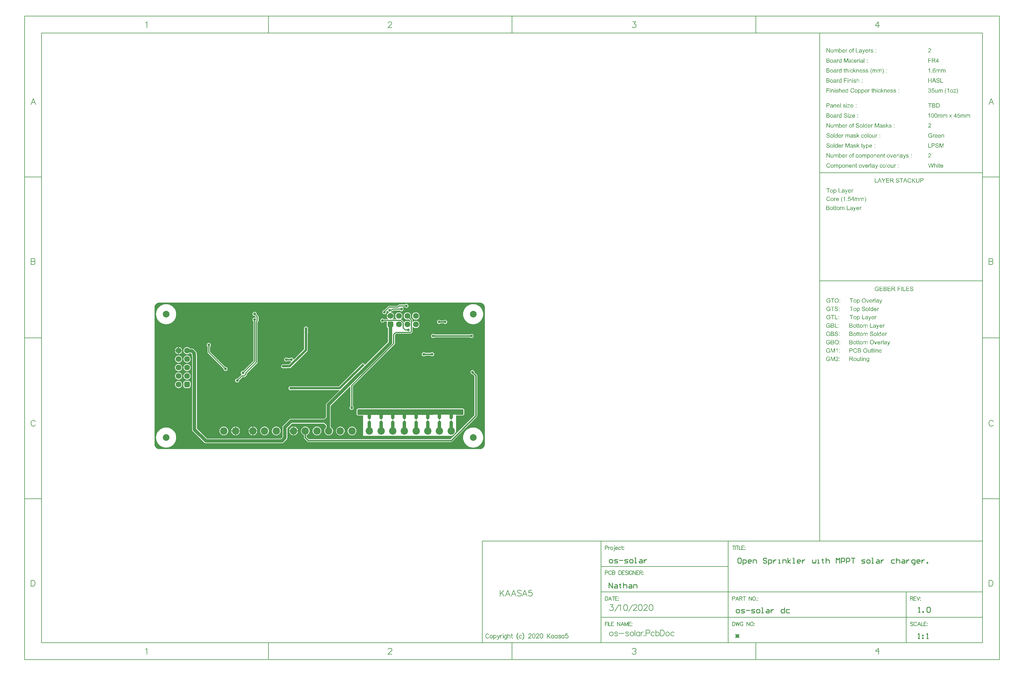
<source format=gbl>
G04*
G04 #@! TF.GenerationSoftware,Altium Limited,Altium Designer,20.2.4 (192)*
G04*
G04 Layer_Physical_Order=2*
G04 Layer_Color=16711680*
%FSLAX44Y44*%
%MOMM*%
G71*
G04*
G04 #@! TF.SameCoordinates,49635633-0EA2-4BDF-9D0A-EC2E79484443*
G04*
G04*
G04 #@! TF.FilePolarity,Positive*
G04*
G01*
G75*
%ADD10C,0.2000*%
%ADD12C,0.2540*%
%ADD20C,0.1270*%
%ADD21C,0.1778*%
%ADD85C,1.0000*%
%ADD86C,0.3000*%
%ADD88C,0.4000*%
%ADD90C,0.7000*%
%ADD92C,2.2000*%
%ADD93C,1.7500*%
G04:AMPARAMS|DCode=94|XSize=1.75mm|YSize=1.75mm|CornerRadius=0.4375mm|HoleSize=0mm|Usage=FLASHONLY|Rotation=180.000|XOffset=0mm|YOffset=0mm|HoleType=Round|Shape=RoundedRectangle|*
%AMROUNDEDRECTD94*
21,1,1.7500,0.8750,0,0,180.0*
21,1,0.8750,1.7500,0,0,180.0*
1,1,0.8750,-0.4375,0.4375*
1,1,0.8750,0.4375,0.4375*
1,1,0.8750,0.4375,-0.4375*
1,1,0.8750,-0.4375,-0.4375*
%
%ADD94ROUNDEDRECTD94*%
G04:AMPARAMS|DCode=95|XSize=1.75mm|YSize=1.75mm|CornerRadius=0.4375mm|HoleSize=0mm|Usage=FLASHONLY|Rotation=270.000|XOffset=0mm|YOffset=0mm|HoleType=Round|Shape=RoundedRectangle|*
%AMROUNDEDRECTD95*
21,1,1.7500,0.8750,0,0,270.0*
21,1,0.8750,1.7500,0,0,270.0*
1,1,0.8750,-0.4375,-0.4375*
1,1,0.8750,-0.4375,0.4375*
1,1,0.8750,0.4375,0.4375*
1,1,0.8750,0.4375,-0.4375*
%
%ADD95ROUNDEDRECTD95*%
%ADD96C,2.0000*%
%ADD97C,0.8000*%
%ADD98C,0.6600*%
%ADD99R,1.0000X1.0000*%
G36*
X2100266Y1207771D02*
X2100480Y1207752D01*
X2100734Y1207713D01*
X2101007Y1207674D01*
X2101299Y1207615D01*
X2101065Y1206250D01*
X2101046D01*
X2100987Y1206269D01*
X2100890Y1206289D01*
X2100773Y1206308D01*
X2100617D01*
X2100461Y1206328D01*
X2100129Y1206347D01*
X2100012D01*
X2099895Y1206328D01*
X2099739Y1206308D01*
X2099583Y1206269D01*
X2099407Y1206211D01*
X2099251Y1206133D01*
X2099115Y1206035D01*
X2099095Y1206016D01*
X2099076Y1205977D01*
X2099017Y1205899D01*
X2098978Y1205781D01*
X2098920Y1205626D01*
X2098861Y1205411D01*
X2098842Y1205177D01*
X2098822Y1204884D01*
Y1204045D01*
X2100636D01*
Y1202816D01*
X2098842D01*
Y1194760D01*
X2097262D01*
Y1202816D01*
X2095876D01*
Y1204045D01*
X2097262D01*
Y1205021D01*
Y1205040D01*
Y1205060D01*
Y1205177D01*
X2097281Y1205333D01*
Y1205547D01*
X2097301Y1205762D01*
X2097340Y1205996D01*
X2097379Y1206211D01*
X2097437Y1206406D01*
X2097457Y1206425D01*
X2097476Y1206503D01*
X2097535Y1206620D01*
X2097613Y1206757D01*
X2097730Y1206933D01*
X2097866Y1207088D01*
X2098022Y1207245D01*
X2098217Y1207401D01*
X2098237Y1207420D01*
X2098334Y1207459D01*
X2098452Y1207518D01*
X2098647Y1207596D01*
X2098861Y1207674D01*
X2099154Y1207732D01*
X2099466Y1207771D01*
X2099836Y1207791D01*
X2100090D01*
X2100266Y1207771D01*
D02*
G37*
G36*
X2149346Y1204240D02*
X2149560Y1204202D01*
X2149794Y1204123D01*
X2150067Y1204045D01*
X2150360Y1203909D01*
X2150672Y1203733D01*
X2150107Y1202290D01*
X2150087Y1202309D01*
X2150009Y1202348D01*
X2149892Y1202407D01*
X2149755Y1202465D01*
X2149580Y1202524D01*
X2149385Y1202582D01*
X2149170Y1202621D01*
X2148956Y1202641D01*
X2148878D01*
X2148780Y1202621D01*
X2148643Y1202602D01*
X2148507Y1202563D01*
X2148351Y1202504D01*
X2148195Y1202426D01*
X2148039Y1202329D01*
X2148019Y1202309D01*
X2147980Y1202270D01*
X2147902Y1202192D01*
X2147824Y1202095D01*
X2147727Y1201978D01*
X2147629Y1201822D01*
X2147551Y1201646D01*
X2147473Y1201451D01*
X2147454Y1201412D01*
X2147434Y1201314D01*
X2147395Y1201139D01*
X2147356Y1200905D01*
X2147298Y1200632D01*
X2147258Y1200320D01*
X2147239Y1199988D01*
X2147220Y1199617D01*
Y1194760D01*
X2145639D01*
Y1204045D01*
X2147063D01*
Y1202660D01*
X2147083Y1202680D01*
X2147161Y1202797D01*
X2147258Y1202972D01*
X2147375Y1203168D01*
X2147532Y1203382D01*
X2147707Y1203597D01*
X2147863Y1203792D01*
X2148039Y1203928D01*
X2148058Y1203948D01*
X2148117Y1203987D01*
X2148214Y1204026D01*
X2148351Y1204104D01*
X2148487Y1204162D01*
X2148663Y1204202D01*
X2148858Y1204240D01*
X2149053Y1204260D01*
X2149190D01*
X2149346Y1204240D01*
D02*
G37*
G36*
X2079725D02*
X2079939Y1204202D01*
X2080173Y1204123D01*
X2080446Y1204045D01*
X2080739Y1203909D01*
X2081051Y1203733D01*
X2080485Y1202290D01*
X2080466Y1202309D01*
X2080388Y1202348D01*
X2080271Y1202407D01*
X2080134Y1202465D01*
X2079959Y1202524D01*
X2079764Y1202582D01*
X2079549Y1202621D01*
X2079334Y1202641D01*
X2079256D01*
X2079159Y1202621D01*
X2079022Y1202602D01*
X2078886Y1202563D01*
X2078730Y1202504D01*
X2078574Y1202426D01*
X2078418Y1202329D01*
X2078398Y1202309D01*
X2078359Y1202270D01*
X2078281Y1202192D01*
X2078203Y1202095D01*
X2078105Y1201978D01*
X2078008Y1201822D01*
X2077930Y1201646D01*
X2077852Y1201451D01*
X2077832Y1201412D01*
X2077813Y1201314D01*
X2077774Y1201139D01*
X2077735Y1200905D01*
X2077676Y1200632D01*
X2077637Y1200320D01*
X2077618Y1199988D01*
X2077598Y1199617D01*
Y1194760D01*
X2076018D01*
Y1204045D01*
X2077442D01*
Y1202660D01*
X2077462Y1202680D01*
X2077540Y1202797D01*
X2077637Y1202972D01*
X2077754Y1203168D01*
X2077910Y1203382D01*
X2078086Y1203597D01*
X2078242Y1203792D01*
X2078418Y1203928D01*
X2078437Y1203948D01*
X2078496Y1203987D01*
X2078593Y1204026D01*
X2078730Y1204104D01*
X2078866Y1204162D01*
X2079042Y1204202D01*
X2079237Y1204240D01*
X2079432Y1204260D01*
X2079568D01*
X2079725Y1204240D01*
D02*
G37*
G36*
X2051185D02*
X2051303D01*
X2051439Y1204221D01*
X2051732Y1204162D01*
X2052083Y1204065D01*
X2052434Y1203928D01*
X2052766Y1203733D01*
X2053078Y1203480D01*
X2053117Y1203441D01*
X2053195Y1203343D01*
X2053312Y1203148D01*
X2053468Y1202895D01*
X2053604Y1202563D01*
X2053721Y1202173D01*
X2053799Y1201685D01*
X2053839Y1201412D01*
Y1201119D01*
Y1194760D01*
X2052258D01*
Y1200593D01*
Y1200612D01*
Y1200632D01*
Y1200749D01*
Y1200924D01*
X2052239Y1201119D01*
X2052200Y1201568D01*
X2052161Y1201783D01*
X2052102Y1201958D01*
Y1201978D01*
X2052063Y1202036D01*
X2052024Y1202114D01*
X2051966Y1202212D01*
X2051888Y1202309D01*
X2051790Y1202426D01*
X2051673Y1202543D01*
X2051537Y1202641D01*
X2051517Y1202660D01*
X2051459Y1202680D01*
X2051381Y1202719D01*
X2051283Y1202777D01*
X2051147Y1202816D01*
X2050971Y1202856D01*
X2050795Y1202875D01*
X2050600Y1202895D01*
X2050444D01*
X2050249Y1202856D01*
X2050035Y1202816D01*
X2049781Y1202738D01*
X2049508Y1202621D01*
X2049215Y1202446D01*
X2048962Y1202231D01*
X2048942Y1202192D01*
X2048864Y1202114D01*
X2048767Y1201958D01*
X2048650Y1201724D01*
X2048513Y1201431D01*
X2048416Y1201080D01*
X2048338Y1200651D01*
X2048318Y1200144D01*
Y1194760D01*
X2046738D01*
Y1200788D01*
Y1200807D01*
Y1200827D01*
Y1200885D01*
Y1200963D01*
X2046718Y1201158D01*
X2046699Y1201373D01*
X2046640Y1201646D01*
X2046582Y1201900D01*
X2046484Y1202153D01*
X2046348Y1202368D01*
X2046328Y1202387D01*
X2046270Y1202446D01*
X2046192Y1202543D01*
X2046055Y1202641D01*
X2045880Y1202719D01*
X2045665Y1202816D01*
X2045411Y1202875D01*
X2045099Y1202895D01*
X2044982D01*
X2044865Y1202875D01*
X2044690Y1202856D01*
X2044514Y1202816D01*
X2044299Y1202738D01*
X2044085Y1202660D01*
X2043870Y1202543D01*
X2043851Y1202524D01*
X2043773Y1202485D01*
X2043675Y1202387D01*
X2043558Y1202290D01*
X2043422Y1202134D01*
X2043285Y1201958D01*
X2043168Y1201743D01*
X2043051Y1201509D01*
X2043031Y1201470D01*
X2043012Y1201392D01*
X2042973Y1201236D01*
X2042934Y1201022D01*
X2042876Y1200749D01*
X2042836Y1200417D01*
X2042817Y1200027D01*
X2042797Y1199578D01*
Y1194760D01*
X2041217D01*
Y1204045D01*
X2042622D01*
Y1202738D01*
X2042641Y1202777D01*
X2042700Y1202856D01*
X2042797Y1202972D01*
X2042934Y1203129D01*
X2043090Y1203304D01*
X2043285Y1203480D01*
X2043519Y1203675D01*
X2043773Y1203831D01*
X2043812Y1203850D01*
X2043909Y1203889D01*
X2044065Y1203967D01*
X2044261Y1204045D01*
X2044514Y1204123D01*
X2044787Y1204202D01*
X2045119Y1204240D01*
X2045450Y1204260D01*
X2045626D01*
X2045821Y1204240D01*
X2046055Y1204202D01*
X2046309Y1204162D01*
X2046601Y1204084D01*
X2046874Y1203967D01*
X2047128Y1203831D01*
X2047167Y1203811D01*
X2047245Y1203753D01*
X2047362Y1203655D01*
X2047499Y1203519D01*
X2047655Y1203343D01*
X2047811Y1203148D01*
X2047947Y1202895D01*
X2048064Y1202621D01*
X2048084Y1202641D01*
X2048123Y1202699D01*
X2048181Y1202777D01*
X2048259Y1202875D01*
X2048376Y1203011D01*
X2048513Y1203148D01*
X2048669Y1203285D01*
X2048845Y1203441D01*
X2049040Y1203597D01*
X2049254Y1203733D01*
X2049762Y1204006D01*
X2050035Y1204104D01*
X2050327Y1204182D01*
X2050620Y1204240D01*
X2050951Y1204260D01*
X2051088D01*
X2051185Y1204240D01*
D02*
G37*
G36*
X2167761Y1202251D02*
X2165966D01*
Y1204045D01*
X2167761D01*
Y1202251D01*
D02*
G37*
G36*
X2155022Y1204240D02*
X2155276Y1204221D01*
X2155588Y1204182D01*
X2155900Y1204123D01*
X2156232Y1204045D01*
X2156544Y1203928D01*
X2156563D01*
X2156583Y1203909D01*
X2156680Y1203870D01*
X2156837Y1203792D01*
X2157012Y1203714D01*
X2157207Y1203577D01*
X2157422Y1203441D01*
X2157617Y1203265D01*
X2157773Y1203070D01*
X2157792Y1203051D01*
X2157831Y1202972D01*
X2157909Y1202856D01*
X2158007Y1202699D01*
X2158085Y1202504D01*
X2158183Y1202251D01*
X2158261Y1201978D01*
X2158339Y1201665D01*
X2156797Y1201451D01*
Y1201490D01*
X2156778Y1201568D01*
X2156739Y1201704D01*
X2156680Y1201861D01*
X2156602Y1202036D01*
X2156485Y1202212D01*
X2156349Y1202407D01*
X2156173Y1202563D01*
X2156154Y1202582D01*
X2156076Y1202621D01*
X2155959Y1202699D01*
X2155803Y1202777D01*
X2155608Y1202836D01*
X2155354Y1202914D01*
X2155081Y1202953D01*
X2154749Y1202972D01*
X2154574D01*
X2154379Y1202953D01*
X2154144Y1202934D01*
X2153891Y1202875D01*
X2153637Y1202816D01*
X2153384Y1202719D01*
X2153189Y1202602D01*
X2153169Y1202582D01*
X2153111Y1202543D01*
X2153052Y1202465D01*
X2152974Y1202368D01*
X2152877Y1202251D01*
X2152818Y1202095D01*
X2152760Y1201939D01*
X2152740Y1201763D01*
Y1201743D01*
Y1201704D01*
X2152760Y1201646D01*
Y1201568D01*
X2152818Y1201392D01*
X2152916Y1201197D01*
X2152935Y1201178D01*
X2152955Y1201158D01*
X2153072Y1201061D01*
X2153150Y1200983D01*
X2153247Y1200924D01*
X2153384Y1200846D01*
X2153520Y1200788D01*
X2153540D01*
X2153579Y1200768D01*
X2153657Y1200749D01*
X2153793Y1200710D01*
X2153969Y1200651D01*
X2154223Y1200573D01*
X2154535Y1200495D01*
X2154710Y1200437D01*
X2154925Y1200378D01*
X2154944D01*
X2155003Y1200359D01*
X2155081Y1200339D01*
X2155198Y1200300D01*
X2155334Y1200261D01*
X2155491Y1200222D01*
X2155842Y1200124D01*
X2156232Y1200007D01*
X2156622Y1199871D01*
X2156973Y1199754D01*
X2157129Y1199695D01*
X2157266Y1199637D01*
X2157305Y1199617D01*
X2157383Y1199578D01*
X2157500Y1199520D01*
X2157636Y1199442D01*
X2157812Y1199325D01*
X2157988Y1199169D01*
X2158143Y1199013D01*
X2158300Y1198818D01*
X2158319Y1198798D01*
X2158358Y1198720D01*
X2158417Y1198603D01*
X2158495Y1198447D01*
X2158573Y1198252D01*
X2158631Y1198018D01*
X2158670Y1197764D01*
X2158690Y1197471D01*
Y1197432D01*
Y1197335D01*
X2158670Y1197179D01*
X2158631Y1197003D01*
X2158573Y1196769D01*
X2158495Y1196516D01*
X2158378Y1196262D01*
X2158221Y1195989D01*
X2158202Y1195950D01*
X2158143Y1195872D01*
X2158026Y1195755D01*
X2157870Y1195599D01*
X2157695Y1195423D01*
X2157461Y1195248D01*
X2157188Y1195072D01*
X2156875Y1194916D01*
X2156837Y1194896D01*
X2156720Y1194857D01*
X2156544Y1194799D01*
X2156310Y1194741D01*
X2156017Y1194662D01*
X2155686Y1194604D01*
X2155315Y1194565D01*
X2154925Y1194545D01*
X2154749D01*
X2154632Y1194565D01*
X2154476D01*
X2154301Y1194584D01*
X2153891Y1194643D01*
X2153442Y1194721D01*
X2152994Y1194857D01*
X2152545Y1195033D01*
X2152350Y1195150D01*
X2152155Y1195287D01*
X2152135D01*
X2152116Y1195326D01*
X2151999Y1195423D01*
X2151843Y1195599D01*
X2151648Y1195852D01*
X2151452Y1196164D01*
X2151257Y1196555D01*
X2151082Y1197003D01*
X2150965Y1197530D01*
X2152525Y1197784D01*
Y1197764D01*
Y1197745D01*
X2152545Y1197627D01*
X2152603Y1197452D01*
X2152662Y1197237D01*
X2152760Y1197003D01*
X2152877Y1196769D01*
X2153052Y1196535D01*
X2153247Y1196320D01*
X2153267Y1196301D01*
X2153364Y1196243D01*
X2153501Y1196164D01*
X2153676Y1196087D01*
X2153930Y1195989D01*
X2154203Y1195911D01*
X2154554Y1195852D01*
X2154925Y1195833D01*
X2155100D01*
X2155296Y1195852D01*
X2155529Y1195891D01*
X2155803Y1195930D01*
X2156076Y1196008D01*
X2156329Y1196125D01*
X2156544Y1196262D01*
X2156563Y1196282D01*
X2156622Y1196340D01*
X2156720Y1196438D01*
X2156817Y1196555D01*
X2156895Y1196711D01*
X2156993Y1196906D01*
X2157051Y1197101D01*
X2157071Y1197315D01*
Y1197335D01*
Y1197413D01*
X2157051Y1197491D01*
X2157012Y1197627D01*
X2156954Y1197745D01*
X2156875Y1197901D01*
X2156759Y1198037D01*
X2156602Y1198154D01*
X2156583Y1198174D01*
X2156524Y1198193D01*
X2156427Y1198232D01*
X2156271Y1198310D01*
X2156056Y1198369D01*
X2155783Y1198466D01*
X2155608Y1198525D01*
X2155432Y1198564D01*
X2155217Y1198622D01*
X2154983Y1198681D01*
X2154964D01*
X2154905Y1198700D01*
X2154827Y1198720D01*
X2154710Y1198759D01*
X2154554Y1198798D01*
X2154398Y1198837D01*
X2154028Y1198954D01*
X2153637Y1199071D01*
X2153228Y1199188D01*
X2152857Y1199325D01*
X2152701Y1199383D01*
X2152565Y1199442D01*
X2152545Y1199461D01*
X2152447Y1199500D01*
X2152330Y1199578D01*
X2152194Y1199676D01*
X2152018Y1199793D01*
X2151862Y1199949D01*
X2151687Y1200124D01*
X2151550Y1200320D01*
X2151531Y1200339D01*
X2151492Y1200417D01*
X2151452Y1200534D01*
X2151394Y1200690D01*
X2151316Y1200866D01*
X2151277Y1201080D01*
X2151238Y1201314D01*
X2151219Y1201568D01*
Y1201588D01*
Y1201665D01*
X2151238Y1201802D01*
X2151257Y1201939D01*
X2151277Y1202114D01*
X2151335Y1202309D01*
X2151394Y1202524D01*
X2151492Y1202719D01*
X2151511Y1202738D01*
X2151550Y1202816D01*
X2151609Y1202914D01*
X2151706Y1203031D01*
X2151804Y1203168D01*
X2151940Y1203304D01*
X2152096Y1203460D01*
X2152272Y1203597D01*
X2152291Y1203616D01*
X2152350Y1203636D01*
X2152428Y1203694D01*
X2152545Y1203753D01*
X2152681Y1203831D01*
X2152857Y1203909D01*
X2153052Y1203987D01*
X2153267Y1204065D01*
X2153306D01*
X2153384Y1204104D01*
X2153501Y1204123D01*
X2153676Y1204162D01*
X2153891Y1204202D01*
X2154106Y1204221D01*
X2154359Y1204260D01*
X2154808D01*
X2155022Y1204240D01*
D02*
G37*
G36*
X2028635Y1194760D02*
X2026899D01*
X2020169Y1204826D01*
Y1194760D01*
X2018550D01*
Y1207576D01*
X2020267D01*
X2027016Y1197511D01*
Y1207576D01*
X2028635D01*
Y1194760D01*
D02*
G37*
G36*
X2130833Y1194604D02*
Y1194584D01*
X2130814Y1194545D01*
X2130775Y1194467D01*
X2130736Y1194350D01*
X2130697Y1194233D01*
X2130638Y1194097D01*
X2130521Y1193765D01*
X2130365Y1193414D01*
X2130229Y1193082D01*
X2130092Y1192751D01*
X2130014Y1192614D01*
X2129956Y1192497D01*
X2129936Y1192458D01*
X2129878Y1192380D01*
X2129800Y1192243D01*
X2129682Y1192068D01*
X2129526Y1191892D01*
X2129370Y1191697D01*
X2129175Y1191522D01*
X2128980Y1191366D01*
X2128961Y1191346D01*
X2128883Y1191307D01*
X2128766Y1191249D01*
X2128610Y1191190D01*
X2128434Y1191112D01*
X2128200Y1191054D01*
X2127966Y1191015D01*
X2127693Y1190995D01*
X2127615D01*
X2127517Y1191015D01*
X2127400D01*
X2127244Y1191034D01*
X2127068Y1191073D01*
X2126678Y1191190D01*
X2126503Y1192653D01*
X2126522D01*
X2126581Y1192634D01*
X2126678Y1192614D01*
X2126815Y1192575D01*
X2127088Y1192517D01*
X2127400Y1192497D01*
X2127498D01*
X2127576Y1192517D01*
X2127712D01*
X2127985Y1192575D01*
X2128122Y1192614D01*
X2128239Y1192673D01*
X2128259D01*
X2128297Y1192712D01*
X2128356Y1192751D01*
X2128414Y1192809D01*
X2128590Y1192965D01*
X2128766Y1193180D01*
Y1193199D01*
X2128785Y1193238D01*
X2128824Y1193297D01*
X2128883Y1193414D01*
X2128941Y1193570D01*
X2129019Y1193765D01*
X2129117Y1194038D01*
X2129234Y1194350D01*
X2129253Y1194370D01*
X2129273Y1194448D01*
X2129331Y1194565D01*
X2129390Y1194741D01*
X2125859Y1204045D01*
X2127537D01*
X2129468Y1198700D01*
Y1198681D01*
X2129487Y1198661D01*
X2129507Y1198603D01*
X2129526Y1198525D01*
X2129604Y1198310D01*
X2129702Y1198037D01*
X2129800Y1197725D01*
X2129917Y1197354D01*
X2130034Y1196964D01*
X2130151Y1196555D01*
Y1196574D01*
X2130170Y1196594D01*
Y1196652D01*
X2130209Y1196730D01*
X2130248Y1196945D01*
X2130326Y1197198D01*
X2130424Y1197511D01*
X2130541Y1197862D01*
X2130658Y1198232D01*
X2130794Y1198622D01*
X2132784Y1204045D01*
X2134345D01*
X2130833Y1194604D01*
D02*
G37*
G36*
X2038759Y1194760D02*
X2037355D01*
Y1196106D01*
X2037335Y1196087D01*
X2037296Y1196047D01*
X2037238Y1195969D01*
X2037160Y1195872D01*
X2037043Y1195735D01*
X2036906Y1195618D01*
X2036750Y1195462D01*
X2036575Y1195326D01*
X2036380Y1195189D01*
X2036165Y1195033D01*
X2035911Y1194916D01*
X2035658Y1194799D01*
X2035365Y1194682D01*
X2035073Y1194604D01*
X2034741Y1194565D01*
X2034409Y1194545D01*
X2034273D01*
X2034117Y1194565D01*
X2033902Y1194584D01*
X2033668Y1194623D01*
X2033414Y1194682D01*
X2033141Y1194760D01*
X2032868Y1194857D01*
X2032829Y1194877D01*
X2032751Y1194916D01*
X2032634Y1194975D01*
X2032478Y1195072D01*
X2032303Y1195189D01*
X2032127Y1195326D01*
X2031971Y1195462D01*
X2031815Y1195638D01*
X2031795Y1195657D01*
X2031756Y1195716D01*
X2031698Y1195833D01*
X2031639Y1195969D01*
X2031542Y1196145D01*
X2031464Y1196340D01*
X2031386Y1196555D01*
X2031327Y1196808D01*
Y1196828D01*
X2031308Y1196906D01*
Y1197003D01*
X2031288Y1197159D01*
X2031269Y1197374D01*
Y1197627D01*
X2031249Y1197920D01*
Y1198271D01*
Y1204045D01*
X2032829D01*
Y1198876D01*
Y1198857D01*
Y1198818D01*
Y1198759D01*
Y1198681D01*
Y1198466D01*
X2032849Y1198213D01*
Y1197940D01*
X2032868Y1197666D01*
X2032888Y1197413D01*
X2032907Y1197218D01*
Y1197198D01*
X2032946Y1197120D01*
X2032985Y1197003D01*
X2033044Y1196867D01*
X2033122Y1196711D01*
X2033239Y1196535D01*
X2033376Y1196379D01*
X2033531Y1196243D01*
X2033551Y1196223D01*
X2033629Y1196184D01*
X2033727Y1196125D01*
X2033863Y1196067D01*
X2034039Y1196008D01*
X2034234Y1195950D01*
X2034468Y1195911D01*
X2034722Y1195891D01*
X2034839D01*
X2034975Y1195911D01*
X2035151Y1195930D01*
X2035346Y1195969D01*
X2035560Y1196047D01*
X2035794Y1196125D01*
X2036028Y1196243D01*
X2036048Y1196262D01*
X2036126Y1196320D01*
X2036243Y1196399D01*
X2036380Y1196516D01*
X2036516Y1196652D01*
X2036672Y1196828D01*
X2036789Y1197023D01*
X2036906Y1197237D01*
X2036926Y1197276D01*
X2036945Y1197354D01*
X2036984Y1197491D01*
X2037043Y1197706D01*
X2037101Y1197959D01*
X2037140Y1198271D01*
X2037160Y1198642D01*
X2037179Y1199052D01*
Y1204045D01*
X2038759D01*
Y1194760D01*
D02*
G37*
G36*
X2328329Y1207615D02*
X2328485Y1207596D01*
X2328661Y1207576D01*
X2328856Y1207557D01*
X2329070Y1207498D01*
X2329539Y1207381D01*
X2330026Y1207206D01*
X2330280Y1207088D01*
X2330514Y1206952D01*
X2330729Y1206776D01*
X2330943Y1206601D01*
X2330963Y1206581D01*
X2330982Y1206562D01*
X2331041Y1206503D01*
X2331119Y1206425D01*
X2331197Y1206308D01*
X2331294Y1206191D01*
X2331489Y1205899D01*
X2331685Y1205528D01*
X2331860Y1205099D01*
X2331997Y1204611D01*
X2332016Y1204338D01*
X2332036Y1204065D01*
Y1204026D01*
Y1203928D01*
X2332016Y1203772D01*
X2331997Y1203577D01*
X2331958Y1203343D01*
X2331899Y1203090D01*
X2331821Y1202816D01*
X2331704Y1202543D01*
X2331685Y1202504D01*
X2331646Y1202407D01*
X2331567Y1202270D01*
X2331450Y1202075D01*
X2331314Y1201841D01*
X2331138Y1201568D01*
X2330904Y1201295D01*
X2330651Y1200983D01*
X2330612Y1200944D01*
X2330514Y1200827D01*
X2330338Y1200651D01*
X2330222Y1200534D01*
X2330085Y1200397D01*
X2329929Y1200241D01*
X2329734Y1200066D01*
X2329539Y1199890D01*
X2329324Y1199676D01*
X2329090Y1199461D01*
X2328817Y1199227D01*
X2328544Y1198993D01*
X2328232Y1198720D01*
X2328212Y1198700D01*
X2328173Y1198661D01*
X2328095Y1198603D01*
X2327998Y1198525D01*
X2327764Y1198330D01*
X2327471Y1198076D01*
X2327178Y1197803D01*
X2326866Y1197530D01*
X2326613Y1197296D01*
X2326515Y1197198D01*
X2326418Y1197101D01*
X2326398Y1197081D01*
X2326359Y1197023D01*
X2326281Y1196945D01*
X2326183Y1196828D01*
X2325969Y1196574D01*
X2325754Y1196262D01*
X2332055D01*
Y1194760D01*
X2323569D01*
Y1194780D01*
Y1194857D01*
Y1194975D01*
X2323589Y1195111D01*
X2323609Y1195267D01*
X2323628Y1195443D01*
X2323687Y1195638D01*
X2323745Y1195833D01*
Y1195852D01*
X2323765Y1195872D01*
X2323804Y1195989D01*
X2323882Y1196145D01*
X2323999Y1196379D01*
X2324135Y1196633D01*
X2324330Y1196925D01*
X2324525Y1197218D01*
X2324779Y1197530D01*
Y1197550D01*
X2324818Y1197569D01*
X2324915Y1197686D01*
X2325072Y1197862D01*
X2325306Y1198096D01*
X2325598Y1198369D01*
X2325949Y1198700D01*
X2326378Y1199071D01*
X2326847Y1199481D01*
X2326866Y1199500D01*
X2326944Y1199559D01*
X2327042Y1199637D01*
X2327178Y1199773D01*
X2327354Y1199910D01*
X2327549Y1200085D01*
X2327978Y1200456D01*
X2328446Y1200905D01*
X2328914Y1201353D01*
X2329149Y1201568D01*
X2329344Y1201783D01*
X2329519Y1201997D01*
X2329675Y1202192D01*
Y1202212D01*
X2329714Y1202231D01*
X2329753Y1202290D01*
X2329792Y1202368D01*
X2329909Y1202563D01*
X2330046Y1202816D01*
X2330182Y1203109D01*
X2330300Y1203421D01*
X2330378Y1203772D01*
X2330417Y1204104D01*
Y1204123D01*
Y1204143D01*
X2330397Y1204260D01*
X2330378Y1204436D01*
X2330338Y1204650D01*
X2330241Y1204904D01*
X2330124Y1205157D01*
X2329968Y1205430D01*
X2329734Y1205684D01*
X2329695Y1205704D01*
X2329617Y1205781D01*
X2329461Y1205879D01*
X2329266Y1206016D01*
X2329012Y1206133D01*
X2328719Y1206230D01*
X2328368Y1206308D01*
X2327978Y1206328D01*
X2327861D01*
X2327783Y1206308D01*
X2327588Y1206289D01*
X2327334Y1206250D01*
X2327042Y1206152D01*
X2326730Y1206035D01*
X2326437Y1205860D01*
X2326164Y1205626D01*
X2326144Y1205586D01*
X2326066Y1205508D01*
X2325949Y1205352D01*
X2325832Y1205138D01*
X2325696Y1204865D01*
X2325598Y1204553D01*
X2325520Y1204182D01*
X2325481Y1203753D01*
X2323862Y1203928D01*
Y1203948D01*
Y1204006D01*
X2323882Y1204104D01*
X2323901Y1204221D01*
X2323940Y1204377D01*
X2323960Y1204553D01*
X2324077Y1204943D01*
X2324233Y1205391D01*
X2324447Y1205840D01*
X2324740Y1206289D01*
X2324896Y1206484D01*
X2325091Y1206679D01*
X2325111Y1206698D01*
X2325150Y1206718D01*
X2325208Y1206776D01*
X2325286Y1206835D01*
X2325403Y1206893D01*
X2325540Y1206991D01*
X2325696Y1207069D01*
X2325871Y1207167D01*
X2326066Y1207245D01*
X2326281Y1207342D01*
X2326535Y1207420D01*
X2326788Y1207479D01*
X2327373Y1207596D01*
X2327686Y1207615D01*
X2328017Y1207635D01*
X2328193D01*
X2328329Y1207615D01*
D02*
G37*
G36*
X2167761Y1194760D02*
X2165966D01*
Y1196555D01*
X2167761D01*
Y1194760D01*
D02*
G37*
G36*
X2121119Y1204240D02*
X2121392Y1204221D01*
X2121704Y1204182D01*
X2122036Y1204143D01*
X2122348Y1204065D01*
X2122640Y1203967D01*
X2122679Y1203948D01*
X2122758Y1203928D01*
X2122894Y1203850D01*
X2123050Y1203772D01*
X2123226Y1203675D01*
X2123421Y1203558D01*
X2123577Y1203421D01*
X2123733Y1203265D01*
X2123752Y1203246D01*
X2123791Y1203187D01*
X2123850Y1203109D01*
X2123928Y1202972D01*
X2124006Y1202816D01*
X2124084Y1202641D01*
X2124162Y1202426D01*
X2124220Y1202192D01*
Y1202173D01*
X2124240Y1202114D01*
X2124259Y1202017D01*
X2124279Y1201861D01*
Y1201665D01*
X2124299Y1201412D01*
X2124318Y1201119D01*
Y1200749D01*
Y1198642D01*
Y1198622D01*
Y1198544D01*
Y1198427D01*
Y1198291D01*
Y1198115D01*
Y1197920D01*
X2124337Y1197471D01*
Y1196984D01*
X2124357Y1196535D01*
X2124377Y1196320D01*
Y1196145D01*
X2124396Y1195989D01*
X2124416Y1195852D01*
Y1195833D01*
X2124435Y1195755D01*
X2124455Y1195638D01*
X2124494Y1195501D01*
X2124552Y1195345D01*
X2124630Y1195150D01*
X2124806Y1194760D01*
X2123167D01*
X2123148Y1194780D01*
X2123128Y1194838D01*
X2123089Y1194955D01*
X2123031Y1195092D01*
X2122972Y1195267D01*
X2122933Y1195462D01*
X2122894Y1195677D01*
X2122855Y1195930D01*
X2122816Y1195891D01*
X2122699Y1195813D01*
X2122543Y1195677D01*
X2122309Y1195521D01*
X2122055Y1195326D01*
X2121763Y1195150D01*
X2121470Y1194994D01*
X2121158Y1194857D01*
X2121119Y1194838D01*
X2121021Y1194818D01*
X2120865Y1194760D01*
X2120651Y1194701D01*
X2120378Y1194643D01*
X2120085Y1194604D01*
X2119773Y1194565D01*
X2119422Y1194545D01*
X2119285D01*
X2119168Y1194565D01*
X2119051D01*
X2118895Y1194584D01*
X2118563Y1194643D01*
X2118173Y1194721D01*
X2117803Y1194857D01*
X2117413Y1195033D01*
X2117081Y1195287D01*
X2117042Y1195326D01*
X2116944Y1195423D01*
X2116827Y1195579D01*
X2116671Y1195813D01*
X2116515Y1196087D01*
X2116398Y1196399D01*
X2116301Y1196789D01*
X2116262Y1197198D01*
Y1197237D01*
Y1197315D01*
X2116281Y1197452D01*
X2116301Y1197608D01*
X2116340Y1197803D01*
X2116379Y1198018D01*
X2116457Y1198232D01*
X2116554Y1198447D01*
X2116574Y1198466D01*
X2116613Y1198544D01*
X2116671Y1198642D01*
X2116769Y1198779D01*
X2116886Y1198915D01*
X2117042Y1199071D01*
X2117198Y1199208D01*
X2117374Y1199344D01*
X2117393Y1199364D01*
X2117471Y1199403D01*
X2117569Y1199461D01*
X2117705Y1199539D01*
X2117881Y1199637D01*
X2118056Y1199715D01*
X2118271Y1199793D01*
X2118505Y1199871D01*
X2118524D01*
X2118602Y1199890D01*
X2118700Y1199910D01*
X2118856Y1199949D01*
X2119051Y1199988D01*
X2119305Y1200027D01*
X2119578Y1200066D01*
X2119909Y1200105D01*
X2119929D01*
X2119987Y1200124D01*
X2120085D01*
X2120222Y1200144D01*
X2120378Y1200163D01*
X2120553Y1200183D01*
X2120982Y1200261D01*
X2121431Y1200339D01*
X2121899Y1200417D01*
X2122348Y1200534D01*
X2122543Y1200593D01*
X2122718Y1200651D01*
Y1200671D01*
Y1200710D01*
X2122738Y1200827D01*
Y1200963D01*
Y1201022D01*
Y1201061D01*
Y1201080D01*
Y1201100D01*
Y1201217D01*
X2122718Y1201392D01*
X2122679Y1201588D01*
X2122621Y1201802D01*
X2122543Y1202036D01*
X2122445Y1202231D01*
X2122289Y1202407D01*
X2122270Y1202426D01*
X2122172Y1202485D01*
X2122036Y1202582D01*
X2121841Y1202680D01*
X2121587Y1202777D01*
X2121275Y1202875D01*
X2120904Y1202934D01*
X2120495Y1202953D01*
X2120319D01*
X2120124Y1202934D01*
X2119870Y1202914D01*
X2119597Y1202856D01*
X2119344Y1202797D01*
X2119071Y1202699D01*
X2118856Y1202563D01*
X2118837Y1202543D01*
X2118778Y1202485D01*
X2118680Y1202387D01*
X2118563Y1202251D01*
X2118427Y1202056D01*
X2118310Y1201822D01*
X2118173Y1201529D01*
X2118076Y1201197D01*
X2116535Y1201412D01*
Y1201431D01*
X2116554Y1201451D01*
X2116574Y1201568D01*
X2116632Y1201743D01*
X2116691Y1201978D01*
X2116788Y1202231D01*
X2116905Y1202485D01*
X2117042Y1202758D01*
X2117217Y1202992D01*
X2117237Y1203011D01*
X2117315Y1203090D01*
X2117413Y1203207D01*
X2117569Y1203343D01*
X2117764Y1203480D01*
X2118017Y1203636D01*
X2118290Y1203792D01*
X2118602Y1203928D01*
X2118622D01*
X2118641Y1203948D01*
X2118700Y1203967D01*
X2118759Y1203987D01*
X2118954Y1204026D01*
X2119207Y1204104D01*
X2119519Y1204162D01*
X2119870Y1204202D01*
X2120280Y1204240D01*
X2120709Y1204260D01*
X2120904D01*
X2121119Y1204240D01*
D02*
G37*
G36*
X2108673Y1196262D02*
X2114974D01*
Y1194760D01*
X2106976D01*
Y1207576D01*
X2108673D01*
Y1196262D01*
D02*
G37*
G36*
X2139807Y1204240D02*
X2139963Y1204221D01*
X2140158Y1204202D01*
X2140353Y1204162D01*
X2140587Y1204104D01*
X2141055Y1203948D01*
X2141309Y1203850D01*
X2141562Y1203714D01*
X2141816Y1203577D01*
X2142070Y1203402D01*
X2142304Y1203207D01*
X2142538Y1202972D01*
X2142557Y1202953D01*
X2142596Y1202914D01*
X2142655Y1202836D01*
X2142733Y1202738D01*
X2142811Y1202602D01*
X2142908Y1202446D01*
X2143025Y1202270D01*
X2143143Y1202056D01*
X2143240Y1201802D01*
X2143357Y1201548D01*
X2143455Y1201256D01*
X2143552Y1200924D01*
X2143611Y1200593D01*
X2143669Y1200222D01*
X2143708Y1199832D01*
X2143728Y1199403D01*
Y1199383D01*
Y1199305D01*
Y1199169D01*
X2143708Y1198993D01*
X2136803D01*
Y1198973D01*
Y1198934D01*
X2136822Y1198837D01*
Y1198739D01*
X2136842Y1198603D01*
X2136861Y1198466D01*
X2136939Y1198115D01*
X2137056Y1197745D01*
X2137193Y1197354D01*
X2137407Y1196964D01*
X2137661Y1196633D01*
X2137700Y1196594D01*
X2137798Y1196516D01*
X2137973Y1196379D01*
X2138188Y1196243D01*
X2138480Y1196087D01*
X2138812Y1195950D01*
X2139182Y1195872D01*
X2139592Y1195833D01*
X2139748D01*
X2139904Y1195852D01*
X2140099Y1195891D01*
X2140333Y1195950D01*
X2140587Y1196028D01*
X2140841Y1196125D01*
X2141075Y1196282D01*
X2141094Y1196301D01*
X2141172Y1196379D01*
X2141289Y1196477D01*
X2141426Y1196652D01*
X2141582Y1196847D01*
X2141738Y1197101D01*
X2141894Y1197413D01*
X2142050Y1197764D01*
X2143669Y1197550D01*
Y1197530D01*
X2143650Y1197491D01*
X2143630Y1197413D01*
X2143591Y1197315D01*
X2143552Y1197198D01*
X2143494Y1197062D01*
X2143338Y1196730D01*
X2143143Y1196379D01*
X2142908Y1196008D01*
X2142596Y1195638D01*
X2142245Y1195326D01*
X2142226D01*
X2142206Y1195287D01*
X2142148Y1195248D01*
X2142050Y1195209D01*
X2141953Y1195150D01*
X2141835Y1195072D01*
X2141699Y1195014D01*
X2141523Y1194936D01*
X2141153Y1194799D01*
X2140685Y1194662D01*
X2140177Y1194584D01*
X2139592Y1194545D01*
X2139397D01*
X2139261Y1194565D01*
X2139085Y1194584D01*
X2138890Y1194604D01*
X2138675Y1194643D01*
X2138422Y1194701D01*
X2137914Y1194857D01*
X2137641Y1194955D01*
X2137388Y1195072D01*
X2137115Y1195209D01*
X2136861Y1195384D01*
X2136608Y1195579D01*
X2136373Y1195794D01*
X2136354Y1195813D01*
X2136315Y1195852D01*
X2136256Y1195930D01*
X2136198Y1196028D01*
X2136100Y1196145D01*
X2136003Y1196301D01*
X2135886Y1196496D01*
X2135788Y1196711D01*
X2135671Y1196945D01*
X2135554Y1197198D01*
X2135457Y1197491D01*
X2135379Y1197803D01*
X2135301Y1198135D01*
X2135242Y1198505D01*
X2135203Y1198895D01*
X2135184Y1199305D01*
Y1199325D01*
Y1199403D01*
Y1199539D01*
X2135203Y1199695D01*
X2135223Y1199890D01*
X2135242Y1200124D01*
X2135281Y1200378D01*
X2135340Y1200651D01*
X2135476Y1201236D01*
X2135574Y1201529D01*
X2135691Y1201841D01*
X2135827Y1202134D01*
X2135983Y1202426D01*
X2136159Y1202699D01*
X2136373Y1202953D01*
X2136393Y1202972D01*
X2136432Y1203011D01*
X2136490Y1203070D01*
X2136588Y1203168D01*
X2136705Y1203265D01*
X2136861Y1203363D01*
X2137017Y1203480D01*
X2137212Y1203616D01*
X2137427Y1203733D01*
X2137661Y1203850D01*
X2137914Y1203948D01*
X2138207Y1204065D01*
X2138500Y1204143D01*
X2138812Y1204202D01*
X2139144Y1204240D01*
X2139495Y1204260D01*
X2139670D01*
X2139807Y1204240D01*
D02*
G37*
G36*
X2091019D02*
X2091195Y1204221D01*
X2091370Y1204202D01*
X2091585Y1204162D01*
X2091819Y1204104D01*
X2092307Y1203948D01*
X2092560Y1203850D01*
X2092833Y1203733D01*
X2093087Y1203577D01*
X2093341Y1203402D01*
X2093594Y1203207D01*
X2093828Y1202992D01*
X2093848Y1202972D01*
X2093887Y1202934D01*
X2093945Y1202856D01*
X2094023Y1202758D01*
X2094121Y1202641D01*
X2094218Y1202485D01*
X2094335Y1202290D01*
X2094453Y1202095D01*
X2094550Y1201861D01*
X2094667Y1201588D01*
X2094765Y1201314D01*
X2094862Y1201002D01*
X2094940Y1200671D01*
X2094999Y1200300D01*
X2095038Y1199929D01*
X2095057Y1199520D01*
Y1199500D01*
Y1199442D01*
Y1199344D01*
Y1199227D01*
X2095038Y1199071D01*
Y1198895D01*
X2095018Y1198700D01*
X2094999Y1198486D01*
X2094921Y1198037D01*
X2094823Y1197569D01*
X2094687Y1197101D01*
X2094511Y1196691D01*
Y1196672D01*
X2094491Y1196652D01*
X2094413Y1196516D01*
X2094277Y1196340D01*
X2094101Y1196106D01*
X2093887Y1195852D01*
X2093614Y1195599D01*
X2093302Y1195345D01*
X2092931Y1195111D01*
X2092911D01*
X2092892Y1195092D01*
X2092833Y1195053D01*
X2092755Y1195033D01*
X2092541Y1194936D01*
X2092268Y1194838D01*
X2091936Y1194721D01*
X2091565Y1194643D01*
X2091156Y1194565D01*
X2090707Y1194545D01*
X2090512D01*
X2090376Y1194565D01*
X2090219Y1194584D01*
X2090024Y1194604D01*
X2089810Y1194643D01*
X2089576Y1194701D01*
X2089088Y1194857D01*
X2088815Y1194955D01*
X2088561Y1195072D01*
X2088288Y1195209D01*
X2088035Y1195384D01*
X2087781Y1195579D01*
X2087547Y1195794D01*
X2087527Y1195813D01*
X2087488Y1195852D01*
X2087430Y1195930D01*
X2087371Y1196028D01*
X2087274Y1196164D01*
X2087176Y1196320D01*
X2087059Y1196496D01*
X2086962Y1196711D01*
X2086845Y1196964D01*
X2086728Y1197218D01*
X2086630Y1197530D01*
X2086552Y1197842D01*
X2086474Y1198193D01*
X2086416Y1198564D01*
X2086376Y1198973D01*
X2086357Y1199403D01*
Y1199442D01*
Y1199520D01*
X2086376Y1199656D01*
Y1199832D01*
X2086396Y1200046D01*
X2086435Y1200281D01*
X2086474Y1200554D01*
X2086533Y1200846D01*
X2086611Y1201158D01*
X2086708Y1201470D01*
X2086825Y1201783D01*
X2086962Y1202095D01*
X2087118Y1202407D01*
X2087313Y1202699D01*
X2087527Y1202972D01*
X2087781Y1203226D01*
X2087800Y1203246D01*
X2087840Y1203265D01*
X2087898Y1203324D01*
X2087996Y1203382D01*
X2088113Y1203460D01*
X2088249Y1203558D01*
X2088405Y1203655D01*
X2088600Y1203753D01*
X2088795Y1203831D01*
X2089010Y1203928D01*
X2089517Y1204104D01*
X2090083Y1204221D01*
X2090395Y1204240D01*
X2090707Y1204260D01*
X2090883D01*
X2091019Y1204240D01*
D02*
G37*
G36*
X2070186D02*
X2070342Y1204221D01*
X2070537Y1204202D01*
X2070732Y1204162D01*
X2070966Y1204104D01*
X2071434Y1203948D01*
X2071688Y1203850D01*
X2071941Y1203714D01*
X2072195Y1203577D01*
X2072448Y1203402D01*
X2072682Y1203207D01*
X2072917Y1202972D01*
X2072936Y1202953D01*
X2072975Y1202914D01*
X2073034Y1202836D01*
X2073112Y1202738D01*
X2073190Y1202602D01*
X2073287Y1202446D01*
X2073404Y1202270D01*
X2073521Y1202056D01*
X2073619Y1201802D01*
X2073736Y1201548D01*
X2073833Y1201256D01*
X2073931Y1200924D01*
X2073990Y1200593D01*
X2074048Y1200222D01*
X2074087Y1199832D01*
X2074106Y1199403D01*
Y1199383D01*
Y1199305D01*
Y1199169D01*
X2074087Y1198993D01*
X2067181D01*
Y1198973D01*
Y1198934D01*
X2067201Y1198837D01*
Y1198739D01*
X2067220Y1198603D01*
X2067240Y1198466D01*
X2067318Y1198115D01*
X2067435Y1197745D01*
X2067572Y1197354D01*
X2067786Y1196964D01*
X2068040Y1196633D01*
X2068079Y1196594D01*
X2068176Y1196516D01*
X2068352Y1196379D01*
X2068566Y1196243D01*
X2068859Y1196087D01*
X2069191Y1195950D01*
X2069561Y1195872D01*
X2069971Y1195833D01*
X2070127D01*
X2070283Y1195852D01*
X2070478Y1195891D01*
X2070712Y1195950D01*
X2070966Y1196028D01*
X2071219Y1196125D01*
X2071454Y1196282D01*
X2071473Y1196301D01*
X2071551Y1196379D01*
X2071668Y1196477D01*
X2071805Y1196652D01*
X2071961Y1196847D01*
X2072117Y1197101D01*
X2072273Y1197413D01*
X2072429Y1197764D01*
X2074048Y1197550D01*
Y1197530D01*
X2074028Y1197491D01*
X2074009Y1197413D01*
X2073970Y1197315D01*
X2073931Y1197198D01*
X2073872Y1197062D01*
X2073716Y1196730D01*
X2073521Y1196379D01*
X2073287Y1196008D01*
X2072975Y1195638D01*
X2072624Y1195326D01*
X2072604D01*
X2072585Y1195287D01*
X2072526Y1195248D01*
X2072429Y1195209D01*
X2072331Y1195150D01*
X2072214Y1195072D01*
X2072078Y1195014D01*
X2071902Y1194936D01*
X2071532Y1194799D01*
X2071063Y1194662D01*
X2070556Y1194584D01*
X2069971Y1194545D01*
X2069776D01*
X2069639Y1194565D01*
X2069464Y1194584D01*
X2069269Y1194604D01*
X2069054Y1194643D01*
X2068801Y1194701D01*
X2068293Y1194857D01*
X2068020Y1194955D01*
X2067767Y1195072D01*
X2067494Y1195209D01*
X2067240Y1195384D01*
X2066986Y1195579D01*
X2066752Y1195794D01*
X2066733Y1195813D01*
X2066694Y1195852D01*
X2066635Y1195930D01*
X2066577Y1196028D01*
X2066479Y1196145D01*
X2066382Y1196301D01*
X2066265Y1196496D01*
X2066167Y1196711D01*
X2066050Y1196945D01*
X2065933Y1197198D01*
X2065835Y1197491D01*
X2065757Y1197803D01*
X2065679Y1198135D01*
X2065621Y1198505D01*
X2065582Y1198895D01*
X2065562Y1199305D01*
Y1199325D01*
Y1199403D01*
Y1199539D01*
X2065582Y1199695D01*
X2065601Y1199890D01*
X2065621Y1200124D01*
X2065660Y1200378D01*
X2065718Y1200651D01*
X2065855Y1201236D01*
X2065952Y1201529D01*
X2066069Y1201841D01*
X2066206Y1202134D01*
X2066362Y1202426D01*
X2066538Y1202699D01*
X2066752Y1202953D01*
X2066772Y1202972D01*
X2066811Y1203011D01*
X2066869Y1203070D01*
X2066967Y1203168D01*
X2067084Y1203265D01*
X2067240Y1203363D01*
X2067396Y1203480D01*
X2067591Y1203616D01*
X2067806Y1203733D01*
X2068040Y1203850D01*
X2068293Y1203948D01*
X2068586Y1204065D01*
X2068879Y1204143D01*
X2069191Y1204202D01*
X2069522Y1204240D01*
X2069873Y1204260D01*
X2070049D01*
X2070186Y1204240D01*
D02*
G37*
G36*
X2057681Y1203011D02*
X2057701Y1203031D01*
X2057720Y1203070D01*
X2057779Y1203129D01*
X2057857Y1203207D01*
X2057955Y1203304D01*
X2058072Y1203402D01*
X2058364Y1203636D01*
X2058715Y1203870D01*
X2059164Y1204065D01*
X2059398Y1204143D01*
X2059652Y1204202D01*
X2059925Y1204240D01*
X2060198Y1204260D01*
X2060354D01*
X2060510Y1204240D01*
X2060725Y1204221D01*
X2060978Y1204182D01*
X2061251Y1204104D01*
X2061524Y1204026D01*
X2061817Y1203909D01*
X2061856Y1203889D01*
X2061953Y1203850D01*
X2062090Y1203772D01*
X2062266Y1203655D01*
X2062461Y1203519D01*
X2062656Y1203343D01*
X2062870Y1203148D01*
X2063065Y1202934D01*
X2063085Y1202914D01*
X2063143Y1202816D01*
X2063241Y1202680D01*
X2063358Y1202504D01*
X2063475Y1202290D01*
X2063612Y1202036D01*
X2063729Y1201743D01*
X2063846Y1201412D01*
X2063865Y1201373D01*
X2063885Y1201256D01*
X2063943Y1201080D01*
X2064002Y1200846D01*
X2064041Y1200573D01*
X2064099Y1200261D01*
X2064119Y1199910D01*
X2064138Y1199539D01*
Y1199520D01*
Y1199442D01*
Y1199305D01*
X2064119Y1199149D01*
X2064099Y1198934D01*
X2064080Y1198720D01*
X2064041Y1198447D01*
X2063982Y1198174D01*
X2063846Y1197589D01*
X2063748Y1197276D01*
X2063631Y1196964D01*
X2063495Y1196652D01*
X2063338Y1196360D01*
X2063163Y1196087D01*
X2062948Y1195833D01*
X2062929Y1195813D01*
X2062890Y1195774D01*
X2062831Y1195716D01*
X2062734Y1195638D01*
X2062636Y1195540D01*
X2062500Y1195423D01*
X2062344Y1195306D01*
X2062149Y1195189D01*
X2061739Y1194955D01*
X2061271Y1194741D01*
X2060998Y1194662D01*
X2060725Y1194604D01*
X2060432Y1194565D01*
X2060120Y1194545D01*
X2059964D01*
X2059847Y1194565D01*
X2059710Y1194584D01*
X2059554Y1194623D01*
X2059184Y1194721D01*
X2058988Y1194780D01*
X2058774Y1194877D01*
X2058559Y1194994D01*
X2058345Y1195131D01*
X2058150Y1195287D01*
X2057935Y1195462D01*
X2057740Y1195677D01*
X2057564Y1195911D01*
Y1194760D01*
X2056101D01*
Y1207576D01*
X2057681D01*
Y1203011D01*
D02*
G37*
G36*
X2118446Y1175781D02*
X2116866D01*
Y1177576D01*
X2118446D01*
Y1175781D01*
D02*
G37*
G36*
X2063670Y1164760D02*
X2062207D01*
Y1165911D01*
X2062188Y1165891D01*
X2062168Y1165852D01*
X2062110Y1165794D01*
X2062032Y1165696D01*
X2061953Y1165599D01*
X2061837Y1165482D01*
X2061700Y1165365D01*
X2061544Y1165228D01*
X2061368Y1165111D01*
X2061173Y1164975D01*
X2060959Y1164857D01*
X2060744Y1164760D01*
X2060491Y1164662D01*
X2060217Y1164604D01*
X2059925Y1164565D01*
X2059613Y1164545D01*
X2059496D01*
X2059418Y1164565D01*
X2059203Y1164584D01*
X2058949Y1164623D01*
X2058618Y1164702D01*
X2058286Y1164799D01*
X2057915Y1164955D01*
X2057564Y1165150D01*
X2057545D01*
X2057525Y1165170D01*
X2057408Y1165267D01*
X2057252Y1165404D01*
X2057038Y1165599D01*
X2056823Y1165833D01*
X2056570Y1166125D01*
X2056355Y1166457D01*
X2056140Y1166847D01*
Y1166867D01*
X2056121Y1166906D01*
X2056101Y1166964D01*
X2056062Y1167042D01*
X2056023Y1167140D01*
X2055984Y1167276D01*
X2055887Y1167589D01*
X2055789Y1167959D01*
X2055711Y1168388D01*
X2055653Y1168857D01*
X2055633Y1169383D01*
Y1169403D01*
Y1169442D01*
Y1169520D01*
Y1169617D01*
X2055653Y1169734D01*
Y1169890D01*
X2055692Y1170222D01*
X2055750Y1170612D01*
X2055828Y1171022D01*
X2055926Y1171470D01*
X2056082Y1171900D01*
Y1171919D01*
X2056101Y1171958D01*
X2056140Y1172017D01*
X2056179Y1172095D01*
X2056277Y1172290D01*
X2056433Y1172543D01*
X2056628Y1172836D01*
X2056862Y1173129D01*
X2057135Y1173402D01*
X2057467Y1173655D01*
X2057486D01*
X2057506Y1173675D01*
X2057623Y1173753D01*
X2057818Y1173850D01*
X2058072Y1173967D01*
X2058384Y1174065D01*
X2058735Y1174162D01*
X2059125Y1174240D01*
X2059535Y1174260D01*
X2059671D01*
X2059827Y1174240D01*
X2060042Y1174221D01*
X2060256Y1174162D01*
X2060510Y1174104D01*
X2060764Y1174006D01*
X2061017Y1173889D01*
X2061056Y1173870D01*
X2061134Y1173831D01*
X2061251Y1173753D01*
X2061407Y1173636D01*
X2061563Y1173519D01*
X2061758Y1173363D01*
X2061934Y1173168D01*
X2062090Y1172972D01*
Y1177576D01*
X2063670D01*
Y1164760D01*
D02*
G37*
G36*
X2114603Y1174240D02*
X2114818Y1174202D01*
X2115052Y1174123D01*
X2115325Y1174045D01*
X2115618Y1173909D01*
X2115930Y1173733D01*
X2115364Y1172290D01*
X2115345Y1172309D01*
X2115267Y1172348D01*
X2115150Y1172407D01*
X2115013Y1172465D01*
X2114837Y1172524D01*
X2114642Y1172582D01*
X2114428Y1172621D01*
X2114213Y1172641D01*
X2114135D01*
X2114038Y1172621D01*
X2113901Y1172602D01*
X2113765Y1172563D01*
X2113609Y1172504D01*
X2113452Y1172426D01*
X2113297Y1172329D01*
X2113277Y1172309D01*
X2113238Y1172270D01*
X2113160Y1172192D01*
X2113082Y1172095D01*
X2112984Y1171978D01*
X2112887Y1171822D01*
X2112809Y1171646D01*
X2112731Y1171451D01*
X2112711Y1171412D01*
X2112692Y1171314D01*
X2112653Y1171139D01*
X2112614Y1170905D01*
X2112555Y1170632D01*
X2112516Y1170320D01*
X2112497Y1169988D01*
X2112477Y1169617D01*
Y1164760D01*
X2110897D01*
Y1174045D01*
X2112321D01*
Y1172660D01*
X2112341Y1172680D01*
X2112419Y1172797D01*
X2112516Y1172972D01*
X2112633Y1173168D01*
X2112789Y1173382D01*
X2112965Y1173597D01*
X2113121Y1173792D01*
X2113297Y1173928D01*
X2113316Y1173948D01*
X2113374Y1173987D01*
X2113472Y1174026D01*
X2113609Y1174104D01*
X2113745Y1174162D01*
X2113921Y1174202D01*
X2114116Y1174240D01*
X2114311Y1174260D01*
X2114447D01*
X2114603Y1174240D01*
D02*
G37*
G36*
X2053956D02*
X2054170Y1174202D01*
X2054404Y1174123D01*
X2054677Y1174045D01*
X2054970Y1173909D01*
X2055282Y1173733D01*
X2054716Y1172290D01*
X2054697Y1172309D01*
X2054619Y1172348D01*
X2054502Y1172407D01*
X2054365Y1172465D01*
X2054190Y1172524D01*
X2053995Y1172582D01*
X2053780Y1172621D01*
X2053565Y1172641D01*
X2053487D01*
X2053390Y1172621D01*
X2053253Y1172602D01*
X2053117Y1172563D01*
X2052961Y1172504D01*
X2052805Y1172426D01*
X2052649Y1172329D01*
X2052629Y1172309D01*
X2052590Y1172270D01*
X2052512Y1172192D01*
X2052434Y1172095D01*
X2052336Y1171978D01*
X2052239Y1171822D01*
X2052161Y1171646D01*
X2052083Y1171451D01*
X2052063Y1171412D01*
X2052044Y1171314D01*
X2052005Y1171139D01*
X2051966Y1170905D01*
X2051907Y1170632D01*
X2051868Y1170320D01*
X2051849Y1169988D01*
X2051829Y1169617D01*
Y1164760D01*
X2050249D01*
Y1174045D01*
X2051673D01*
Y1172660D01*
X2051693Y1172680D01*
X2051771Y1172797D01*
X2051868Y1172972D01*
X2051985Y1173168D01*
X2052141Y1173382D01*
X2052317Y1173597D01*
X2052473Y1173792D01*
X2052649Y1173928D01*
X2052668Y1173948D01*
X2052727Y1173987D01*
X2052824Y1174026D01*
X2052961Y1174104D01*
X2053097Y1174162D01*
X2053273Y1174202D01*
X2053468Y1174240D01*
X2053663Y1174260D01*
X2053799D01*
X2053956Y1174240D01*
D02*
G37*
G36*
X2141972Y1172251D02*
X2140177D01*
Y1174045D01*
X2141972D01*
Y1172251D01*
D02*
G37*
G36*
X2083509Y1164760D02*
X2081870D01*
Y1175489D01*
X2078125Y1164760D01*
X2076603D01*
X2072917Y1175665D01*
Y1164760D01*
X2071278D01*
Y1177576D01*
X2073814D01*
X2076857Y1168505D01*
Y1168486D01*
X2076877Y1168447D01*
X2076896Y1168388D01*
X2076915Y1168291D01*
X2076994Y1168076D01*
X2077091Y1167803D01*
X2077189Y1167491D01*
X2077286Y1167179D01*
X2077384Y1166867D01*
X2077462Y1166613D01*
X2077481Y1166652D01*
X2077501Y1166750D01*
X2077559Y1166906D01*
X2077637Y1167120D01*
X2077715Y1167413D01*
X2077832Y1167764D01*
X2077988Y1168174D01*
X2078145Y1168661D01*
X2081207Y1177576D01*
X2083509D01*
Y1164760D01*
D02*
G37*
G36*
X2353279Y1169266D02*
X2355015D01*
Y1167823D01*
X2353279D01*
Y1164760D01*
X2351699D01*
Y1167823D01*
X2346139D01*
Y1169266D01*
X2351991Y1177557D01*
X2353279D01*
Y1169266D01*
D02*
G37*
G36*
X2340521Y1177557D02*
X2340677D01*
X2341068Y1177537D01*
X2341477Y1177498D01*
X2341906Y1177420D01*
X2342316Y1177342D01*
X2342511Y1177284D01*
X2342687Y1177225D01*
X2342706D01*
X2342726Y1177206D01*
X2342843Y1177167D01*
X2342999Y1177069D01*
X2343194Y1176933D01*
X2343428Y1176776D01*
X2343662Y1176562D01*
X2343896Y1176308D01*
X2344111Y1175996D01*
X2344130Y1175957D01*
X2344189Y1175840D01*
X2344286Y1175665D01*
X2344384Y1175430D01*
X2344481Y1175138D01*
X2344579Y1174806D01*
X2344637Y1174455D01*
X2344657Y1174065D01*
Y1174045D01*
Y1174006D01*
Y1173928D01*
X2344637Y1173831D01*
Y1173714D01*
X2344618Y1173577D01*
X2344540Y1173265D01*
X2344442Y1172895D01*
X2344286Y1172524D01*
X2344052Y1172134D01*
X2343916Y1171939D01*
X2343759Y1171763D01*
X2343720Y1171724D01*
X2343662Y1171685D01*
X2343603Y1171607D01*
X2343506Y1171548D01*
X2343389Y1171451D01*
X2343252Y1171373D01*
X2343096Y1171275D01*
X2342921Y1171178D01*
X2342706Y1171080D01*
X2342491Y1170983D01*
X2342238Y1170885D01*
X2341984Y1170788D01*
X2341692Y1170710D01*
X2341380Y1170651D01*
X2341048Y1170593D01*
X2341087Y1170573D01*
X2341165Y1170534D01*
X2341282Y1170476D01*
X2341419Y1170398D01*
X2341750Y1170183D01*
X2341926Y1170066D01*
X2342062Y1169949D01*
X2342101Y1169910D01*
X2342199Y1169832D01*
X2342335Y1169676D01*
X2342511Y1169481D01*
X2342726Y1169227D01*
X2342960Y1168934D01*
X2343213Y1168603D01*
X2343467Y1168232D01*
X2345691Y1164760D01*
X2343564D01*
X2341867Y1167413D01*
Y1167432D01*
X2341828Y1167471D01*
X2341789Y1167530D01*
X2341750Y1167608D01*
X2341614Y1167803D01*
X2341438Y1168057D01*
X2341243Y1168349D01*
X2341028Y1168642D01*
X2340833Y1168915D01*
X2340638Y1169169D01*
X2340619Y1169188D01*
X2340560Y1169266D01*
X2340463Y1169383D01*
X2340365Y1169520D01*
X2340073Y1169793D01*
X2339936Y1169929D01*
X2339780Y1170027D01*
X2339760Y1170046D01*
X2339722Y1170066D01*
X2339643Y1170105D01*
X2339546Y1170163D01*
X2339312Y1170281D01*
X2339019Y1170378D01*
X2339000D01*
X2338961Y1170398D01*
X2338883D01*
X2338785Y1170417D01*
X2338649Y1170437D01*
X2338492D01*
X2338297Y1170456D01*
X2336113D01*
Y1164760D01*
X2334415D01*
Y1177576D01*
X2340365D01*
X2340521Y1177557D01*
D02*
G37*
G36*
X2332192Y1176074D02*
X2325247D01*
Y1172075D01*
X2331255D01*
Y1170573D01*
X2325247D01*
Y1164760D01*
X2323550D01*
Y1177576D01*
X2332192D01*
Y1176074D01*
D02*
G37*
G36*
X2141972Y1164760D02*
X2140177D01*
Y1166555D01*
X2141972D01*
Y1164760D01*
D02*
G37*
G36*
X2132336D02*
X2130755D01*
Y1177576D01*
X2132336D01*
Y1164760D01*
D02*
G37*
G36*
X2125157Y1174240D02*
X2125430Y1174221D01*
X2125742Y1174182D01*
X2126074Y1174143D01*
X2126386Y1174065D01*
X2126678Y1173967D01*
X2126717Y1173948D01*
X2126795Y1173928D01*
X2126932Y1173850D01*
X2127088Y1173772D01*
X2127264Y1173675D01*
X2127459Y1173558D01*
X2127615Y1173421D01*
X2127771Y1173265D01*
X2127790Y1173246D01*
X2127829Y1173187D01*
X2127888Y1173109D01*
X2127966Y1172972D01*
X2128044Y1172816D01*
X2128122Y1172641D01*
X2128200Y1172426D01*
X2128259Y1172192D01*
Y1172173D01*
X2128278Y1172114D01*
X2128297Y1172017D01*
X2128317Y1171861D01*
Y1171665D01*
X2128336Y1171412D01*
X2128356Y1171119D01*
Y1170749D01*
Y1168642D01*
Y1168622D01*
Y1168544D01*
Y1168427D01*
Y1168291D01*
Y1168115D01*
Y1167920D01*
X2128376Y1167471D01*
Y1166984D01*
X2128395Y1166535D01*
X2128414Y1166321D01*
Y1166145D01*
X2128434Y1165989D01*
X2128454Y1165852D01*
Y1165833D01*
X2128473Y1165755D01*
X2128493Y1165638D01*
X2128532Y1165501D01*
X2128590Y1165345D01*
X2128668Y1165150D01*
X2128844Y1164760D01*
X2127205D01*
X2127186Y1164780D01*
X2127166Y1164838D01*
X2127127Y1164955D01*
X2127068Y1165092D01*
X2127010Y1165267D01*
X2126971Y1165462D01*
X2126932Y1165677D01*
X2126893Y1165930D01*
X2126854Y1165891D01*
X2126737Y1165813D01*
X2126581Y1165677D01*
X2126347Y1165521D01*
X2126093Y1165326D01*
X2125801Y1165150D01*
X2125508Y1164994D01*
X2125196Y1164857D01*
X2125157Y1164838D01*
X2125059Y1164818D01*
X2124903Y1164760D01*
X2124689Y1164702D01*
X2124416Y1164643D01*
X2124123Y1164604D01*
X2123811Y1164565D01*
X2123460Y1164545D01*
X2123323D01*
X2123206Y1164565D01*
X2123089D01*
X2122933Y1164584D01*
X2122601Y1164643D01*
X2122211Y1164721D01*
X2121841Y1164857D01*
X2121451Y1165033D01*
X2121119Y1165287D01*
X2121080Y1165326D01*
X2120982Y1165423D01*
X2120865Y1165579D01*
X2120709Y1165813D01*
X2120553Y1166087D01*
X2120436Y1166399D01*
X2120339Y1166789D01*
X2120300Y1167198D01*
Y1167237D01*
Y1167315D01*
X2120319Y1167452D01*
X2120339Y1167608D01*
X2120378Y1167803D01*
X2120417Y1168018D01*
X2120495Y1168232D01*
X2120592Y1168447D01*
X2120612Y1168466D01*
X2120651Y1168544D01*
X2120709Y1168642D01*
X2120807Y1168779D01*
X2120924Y1168915D01*
X2121080Y1169071D01*
X2121236Y1169208D01*
X2121411Y1169344D01*
X2121431Y1169364D01*
X2121509Y1169403D01*
X2121606Y1169461D01*
X2121743Y1169539D01*
X2121919Y1169637D01*
X2122094Y1169715D01*
X2122309Y1169793D01*
X2122543Y1169871D01*
X2122562D01*
X2122640Y1169890D01*
X2122738Y1169910D01*
X2122894Y1169949D01*
X2123089Y1169988D01*
X2123343Y1170027D01*
X2123616Y1170066D01*
X2123947Y1170105D01*
X2123967D01*
X2124025Y1170125D01*
X2124123D01*
X2124259Y1170144D01*
X2124416Y1170163D01*
X2124591Y1170183D01*
X2125020Y1170261D01*
X2125469Y1170339D01*
X2125937Y1170417D01*
X2126386Y1170534D01*
X2126581Y1170593D01*
X2126756Y1170651D01*
Y1170671D01*
Y1170710D01*
X2126776Y1170827D01*
Y1170963D01*
Y1171022D01*
Y1171061D01*
Y1171080D01*
Y1171100D01*
Y1171217D01*
X2126756Y1171392D01*
X2126717Y1171588D01*
X2126659Y1171802D01*
X2126581Y1172036D01*
X2126483Y1172231D01*
X2126327Y1172407D01*
X2126308Y1172426D01*
X2126210Y1172485D01*
X2126074Y1172582D01*
X2125879Y1172680D01*
X2125625Y1172777D01*
X2125313Y1172875D01*
X2124942Y1172934D01*
X2124533Y1172953D01*
X2124357D01*
X2124162Y1172934D01*
X2123908Y1172914D01*
X2123635Y1172856D01*
X2123382Y1172797D01*
X2123109Y1172699D01*
X2122894Y1172563D01*
X2122874Y1172543D01*
X2122816Y1172485D01*
X2122718Y1172387D01*
X2122601Y1172251D01*
X2122465Y1172056D01*
X2122348Y1171822D01*
X2122211Y1171529D01*
X2122114Y1171197D01*
X2120573Y1171412D01*
Y1171431D01*
X2120592Y1171451D01*
X2120612Y1171568D01*
X2120670Y1171744D01*
X2120729Y1171978D01*
X2120826Y1172231D01*
X2120943Y1172485D01*
X2121080Y1172758D01*
X2121255Y1172992D01*
X2121275Y1173011D01*
X2121353Y1173090D01*
X2121451Y1173207D01*
X2121606Y1173343D01*
X2121802Y1173480D01*
X2122055Y1173636D01*
X2122328Y1173792D01*
X2122640Y1173928D01*
X2122660D01*
X2122679Y1173948D01*
X2122738Y1173967D01*
X2122796Y1173987D01*
X2122991Y1174026D01*
X2123245Y1174104D01*
X2123557Y1174162D01*
X2123908Y1174202D01*
X2124318Y1174240D01*
X2124747Y1174260D01*
X2124942D01*
X2125157Y1174240D01*
D02*
G37*
G36*
X2118446Y1164760D02*
X2116866D01*
Y1174045D01*
X2118446D01*
Y1164760D01*
D02*
G37*
G36*
X2090356Y1174240D02*
X2090629Y1174221D01*
X2090941Y1174182D01*
X2091273Y1174143D01*
X2091585Y1174065D01*
X2091878Y1173967D01*
X2091917Y1173948D01*
X2091995Y1173928D01*
X2092131Y1173850D01*
X2092287Y1173772D01*
X2092463Y1173675D01*
X2092658Y1173558D01*
X2092814Y1173421D01*
X2092970Y1173265D01*
X2092990Y1173246D01*
X2093029Y1173187D01*
X2093087Y1173109D01*
X2093165Y1172972D01*
X2093243Y1172816D01*
X2093321Y1172641D01*
X2093399Y1172426D01*
X2093458Y1172192D01*
Y1172173D01*
X2093477Y1172114D01*
X2093497Y1172017D01*
X2093516Y1171861D01*
Y1171665D01*
X2093536Y1171412D01*
X2093555Y1171119D01*
Y1170749D01*
Y1168642D01*
Y1168622D01*
Y1168544D01*
Y1168427D01*
Y1168291D01*
Y1168115D01*
Y1167920D01*
X2093575Y1167471D01*
Y1166984D01*
X2093594Y1166535D01*
X2093614Y1166321D01*
Y1166145D01*
X2093633Y1165989D01*
X2093653Y1165852D01*
Y1165833D01*
X2093672Y1165755D01*
X2093692Y1165638D01*
X2093731Y1165501D01*
X2093789Y1165345D01*
X2093867Y1165150D01*
X2094043Y1164760D01*
X2092404D01*
X2092385Y1164780D01*
X2092365Y1164838D01*
X2092326Y1164955D01*
X2092268Y1165092D01*
X2092209Y1165267D01*
X2092170Y1165462D01*
X2092131Y1165677D01*
X2092092Y1165930D01*
X2092053Y1165891D01*
X2091936Y1165813D01*
X2091780Y1165677D01*
X2091546Y1165521D01*
X2091292Y1165326D01*
X2091000Y1165150D01*
X2090707Y1164994D01*
X2090395Y1164857D01*
X2090356Y1164838D01*
X2090258Y1164818D01*
X2090102Y1164760D01*
X2089888Y1164702D01*
X2089615Y1164643D01*
X2089322Y1164604D01*
X2089010Y1164565D01*
X2088659Y1164545D01*
X2088522D01*
X2088405Y1164565D01*
X2088288D01*
X2088132Y1164584D01*
X2087800Y1164643D01*
X2087410Y1164721D01*
X2087040Y1164857D01*
X2086650Y1165033D01*
X2086318Y1165287D01*
X2086279Y1165326D01*
X2086181Y1165423D01*
X2086064Y1165579D01*
X2085908Y1165813D01*
X2085752Y1166087D01*
X2085635Y1166399D01*
X2085538Y1166789D01*
X2085499Y1167198D01*
Y1167237D01*
Y1167315D01*
X2085518Y1167452D01*
X2085538Y1167608D01*
X2085577Y1167803D01*
X2085616Y1168018D01*
X2085694Y1168232D01*
X2085791Y1168447D01*
X2085811Y1168466D01*
X2085850Y1168544D01*
X2085908Y1168642D01*
X2086006Y1168779D01*
X2086123Y1168915D01*
X2086279Y1169071D01*
X2086435Y1169208D01*
X2086611Y1169344D01*
X2086630Y1169364D01*
X2086708Y1169403D01*
X2086806Y1169461D01*
X2086942Y1169539D01*
X2087118Y1169637D01*
X2087293Y1169715D01*
X2087508Y1169793D01*
X2087742Y1169871D01*
X2087762D01*
X2087840Y1169890D01*
X2087937Y1169910D01*
X2088093Y1169949D01*
X2088288Y1169988D01*
X2088542Y1170027D01*
X2088815Y1170066D01*
X2089147Y1170105D01*
X2089166D01*
X2089225Y1170125D01*
X2089322D01*
X2089459Y1170144D01*
X2089615Y1170163D01*
X2089790Y1170183D01*
X2090219Y1170261D01*
X2090668Y1170339D01*
X2091136Y1170417D01*
X2091585Y1170534D01*
X2091780Y1170593D01*
X2091956Y1170651D01*
Y1170671D01*
Y1170710D01*
X2091975Y1170827D01*
Y1170963D01*
Y1171022D01*
Y1171061D01*
Y1171080D01*
Y1171100D01*
Y1171217D01*
X2091956Y1171392D01*
X2091917Y1171588D01*
X2091858Y1171802D01*
X2091780Y1172036D01*
X2091682Y1172231D01*
X2091526Y1172407D01*
X2091507Y1172426D01*
X2091409Y1172485D01*
X2091273Y1172582D01*
X2091078Y1172680D01*
X2090824Y1172777D01*
X2090512Y1172875D01*
X2090141Y1172934D01*
X2089732Y1172953D01*
X2089556D01*
X2089361Y1172934D01*
X2089108Y1172914D01*
X2088834Y1172856D01*
X2088581Y1172797D01*
X2088308Y1172699D01*
X2088093Y1172563D01*
X2088074Y1172543D01*
X2088015Y1172485D01*
X2087918Y1172387D01*
X2087800Y1172251D01*
X2087664Y1172056D01*
X2087547Y1171822D01*
X2087410Y1171529D01*
X2087313Y1171197D01*
X2085772Y1171412D01*
Y1171431D01*
X2085791Y1171451D01*
X2085811Y1171568D01*
X2085869Y1171744D01*
X2085928Y1171978D01*
X2086025Y1172231D01*
X2086142Y1172485D01*
X2086279Y1172758D01*
X2086455Y1172992D01*
X2086474Y1173011D01*
X2086552Y1173090D01*
X2086650Y1173207D01*
X2086806Y1173343D01*
X2087001Y1173480D01*
X2087254Y1173636D01*
X2087527Y1173792D01*
X2087840Y1173928D01*
X2087859D01*
X2087879Y1173948D01*
X2087937Y1173967D01*
X2087996Y1173987D01*
X2088191Y1174026D01*
X2088444Y1174104D01*
X2088756Y1174162D01*
X2089108Y1174202D01*
X2089517Y1174240D01*
X2089946Y1174260D01*
X2090141D01*
X2090356Y1174240D01*
D02*
G37*
G36*
X2044631D02*
X2044904Y1174221D01*
X2045216Y1174182D01*
X2045548Y1174143D01*
X2045860Y1174065D01*
X2046153Y1173967D01*
X2046192Y1173948D01*
X2046270Y1173928D01*
X2046406Y1173850D01*
X2046562Y1173772D01*
X2046738Y1173675D01*
X2046933Y1173558D01*
X2047089Y1173421D01*
X2047245Y1173265D01*
X2047265Y1173246D01*
X2047304Y1173187D01*
X2047362Y1173109D01*
X2047440Y1172972D01*
X2047518Y1172816D01*
X2047596Y1172641D01*
X2047674Y1172426D01*
X2047733Y1172192D01*
Y1172173D01*
X2047752Y1172114D01*
X2047772Y1172017D01*
X2047791Y1171861D01*
Y1171665D01*
X2047811Y1171412D01*
X2047830Y1171119D01*
Y1170749D01*
Y1168642D01*
Y1168622D01*
Y1168544D01*
Y1168427D01*
Y1168291D01*
Y1168115D01*
Y1167920D01*
X2047850Y1167471D01*
Y1166984D01*
X2047869Y1166535D01*
X2047889Y1166321D01*
Y1166145D01*
X2047908Y1165989D01*
X2047928Y1165852D01*
Y1165833D01*
X2047947Y1165755D01*
X2047967Y1165638D01*
X2048006Y1165501D01*
X2048064Y1165345D01*
X2048142Y1165150D01*
X2048318Y1164760D01*
X2046679D01*
X2046660Y1164780D01*
X2046640Y1164838D01*
X2046601Y1164955D01*
X2046543Y1165092D01*
X2046484Y1165267D01*
X2046445Y1165462D01*
X2046406Y1165677D01*
X2046367Y1165930D01*
X2046328Y1165891D01*
X2046211Y1165813D01*
X2046055Y1165677D01*
X2045821Y1165521D01*
X2045567Y1165326D01*
X2045275Y1165150D01*
X2044982Y1164994D01*
X2044670Y1164857D01*
X2044631Y1164838D01*
X2044534Y1164818D01*
X2044377Y1164760D01*
X2044163Y1164702D01*
X2043890Y1164643D01*
X2043597Y1164604D01*
X2043285Y1164565D01*
X2042934Y1164545D01*
X2042797D01*
X2042680Y1164565D01*
X2042563D01*
X2042407Y1164584D01*
X2042076Y1164643D01*
X2041685Y1164721D01*
X2041315Y1164857D01*
X2040925Y1165033D01*
X2040593Y1165287D01*
X2040554Y1165326D01*
X2040457Y1165423D01*
X2040340Y1165579D01*
X2040184Y1165813D01*
X2040027Y1166087D01*
X2039910Y1166399D01*
X2039813Y1166789D01*
X2039774Y1167198D01*
Y1167237D01*
Y1167315D01*
X2039793Y1167452D01*
X2039813Y1167608D01*
X2039852Y1167803D01*
X2039891Y1168018D01*
X2039969Y1168232D01*
X2040066Y1168447D01*
X2040086Y1168466D01*
X2040125Y1168544D01*
X2040184Y1168642D01*
X2040281Y1168779D01*
X2040398Y1168915D01*
X2040554Y1169071D01*
X2040710Y1169208D01*
X2040886Y1169344D01*
X2040905Y1169364D01*
X2040983Y1169403D01*
X2041081Y1169461D01*
X2041217Y1169539D01*
X2041393Y1169637D01*
X2041568Y1169715D01*
X2041783Y1169793D01*
X2042017Y1169871D01*
X2042037D01*
X2042115Y1169890D01*
X2042212Y1169910D01*
X2042368Y1169949D01*
X2042563Y1169988D01*
X2042817Y1170027D01*
X2043090Y1170066D01*
X2043422Y1170105D01*
X2043441D01*
X2043500Y1170125D01*
X2043597D01*
X2043734Y1170144D01*
X2043890Y1170163D01*
X2044065Y1170183D01*
X2044495Y1170261D01*
X2044943Y1170339D01*
X2045411Y1170417D01*
X2045860Y1170534D01*
X2046055Y1170593D01*
X2046231Y1170651D01*
Y1170671D01*
Y1170710D01*
X2046250Y1170827D01*
Y1170963D01*
Y1171022D01*
Y1171061D01*
Y1171080D01*
Y1171100D01*
Y1171217D01*
X2046231Y1171392D01*
X2046192Y1171588D01*
X2046133Y1171802D01*
X2046055Y1172036D01*
X2045958Y1172231D01*
X2045802Y1172407D01*
X2045782Y1172426D01*
X2045685Y1172485D01*
X2045548Y1172582D01*
X2045353Y1172680D01*
X2045099Y1172777D01*
X2044787Y1172875D01*
X2044417Y1172934D01*
X2044007Y1172953D01*
X2043831D01*
X2043636Y1172934D01*
X2043383Y1172914D01*
X2043110Y1172856D01*
X2042856Y1172797D01*
X2042583Y1172699D01*
X2042368Y1172563D01*
X2042349Y1172543D01*
X2042290Y1172485D01*
X2042193Y1172387D01*
X2042076Y1172251D01*
X2041939Y1172056D01*
X2041822Y1171822D01*
X2041685Y1171529D01*
X2041588Y1171197D01*
X2040047Y1171412D01*
Y1171431D01*
X2040066Y1171451D01*
X2040086Y1171568D01*
X2040145Y1171744D01*
X2040203Y1171978D01*
X2040300Y1172231D01*
X2040418Y1172485D01*
X2040554Y1172758D01*
X2040730Y1172992D01*
X2040749Y1173011D01*
X2040827Y1173090D01*
X2040925Y1173207D01*
X2041081Y1173343D01*
X2041276Y1173480D01*
X2041530Y1173636D01*
X2041803Y1173792D01*
X2042115Y1173928D01*
X2042134D01*
X2042154Y1173948D01*
X2042212Y1173967D01*
X2042271Y1173987D01*
X2042466Y1174026D01*
X2042719Y1174104D01*
X2043031Y1174162D01*
X2043383Y1174202D01*
X2043792Y1174240D01*
X2044221Y1174260D01*
X2044417D01*
X2044631Y1174240D01*
D02*
G37*
G36*
X2023719Y1177557D02*
X2023856D01*
X2024188Y1177537D01*
X2024558Y1177479D01*
X2024948Y1177420D01*
X2025338Y1177323D01*
X2025690Y1177186D01*
X2025709D01*
X2025729Y1177167D01*
X2025846Y1177108D01*
X2026002Y1177010D01*
X2026197Y1176893D01*
X2026431Y1176718D01*
X2026665Y1176503D01*
X2026880Y1176269D01*
X2027094Y1175977D01*
X2027114Y1175938D01*
X2027172Y1175840D01*
X2027250Y1175665D01*
X2027348Y1175450D01*
X2027445Y1175196D01*
X2027523Y1174923D01*
X2027582Y1174611D01*
X2027601Y1174279D01*
Y1174240D01*
Y1174143D01*
X2027582Y1173987D01*
X2027543Y1173772D01*
X2027484Y1173538D01*
X2027406Y1173285D01*
X2027309Y1172992D01*
X2027153Y1172719D01*
X2027133Y1172680D01*
X2027075Y1172602D01*
X2026958Y1172465D01*
X2026821Y1172309D01*
X2026626Y1172114D01*
X2026392Y1171939D01*
X2026119Y1171744D01*
X2025787Y1171568D01*
X2025807D01*
X2025846Y1171548D01*
X2025904Y1171529D01*
X2025982Y1171509D01*
X2026197Y1171412D01*
X2026450Y1171295D01*
X2026743Y1171119D01*
X2027036Y1170924D01*
X2027328Y1170690D01*
X2027582Y1170398D01*
X2027601Y1170359D01*
X2027679Y1170261D01*
X2027777Y1170085D01*
X2027913Y1169851D01*
X2028031Y1169559D01*
X2028128Y1169247D01*
X2028206Y1168876D01*
X2028226Y1168466D01*
Y1168427D01*
Y1168310D01*
X2028206Y1168135D01*
X2028186Y1167920D01*
X2028128Y1167666D01*
X2028069Y1167374D01*
X2027972Y1167081D01*
X2027835Y1166789D01*
X2027816Y1166750D01*
X2027777Y1166652D01*
X2027679Y1166516D01*
X2027582Y1166340D01*
X2027445Y1166145D01*
X2027289Y1165950D01*
X2027094Y1165755D01*
X2026899Y1165579D01*
X2026880Y1165560D01*
X2026801Y1165521D01*
X2026685Y1165443D01*
X2026509Y1165345D01*
X2026314Y1165248D01*
X2026060Y1165150D01*
X2025787Y1165053D01*
X2025495Y1164955D01*
X2025455D01*
X2025338Y1164916D01*
X2025163Y1164896D01*
X2024929Y1164857D01*
X2024617Y1164818D01*
X2024266Y1164799D01*
X2023875Y1164760D01*
X2018550D01*
Y1177576D01*
X2023583D01*
X2023719Y1177557D01*
D02*
G37*
G36*
X2097827Y1174045D02*
X2099407D01*
Y1172816D01*
X2097827D01*
Y1167374D01*
Y1167354D01*
Y1167276D01*
Y1167159D01*
X2097847Y1167023D01*
X2097866Y1166730D01*
X2097886Y1166613D01*
X2097905Y1166516D01*
X2097925Y1166477D01*
X2097964Y1166399D01*
X2098042Y1166301D01*
X2098159Y1166204D01*
X2098198Y1166184D01*
X2098295Y1166164D01*
X2098471Y1166125D01*
X2098705Y1166106D01*
X2098900D01*
X2098998Y1166125D01*
X2099115D01*
X2099407Y1166164D01*
X2099622Y1164780D01*
X2099583D01*
X2099505Y1164760D01*
X2099388Y1164741D01*
X2099212Y1164721D01*
X2099037Y1164682D01*
X2098842Y1164662D01*
X2098432Y1164643D01*
X2098295D01*
X2098139Y1164662D01*
X2097944Y1164682D01*
X2097730Y1164702D01*
X2097496Y1164760D01*
X2097281Y1164818D01*
X2097086Y1164896D01*
X2097066Y1164916D01*
X2097008Y1164955D01*
X2096930Y1165014D01*
X2096832Y1165092D01*
X2096715Y1165189D01*
X2096618Y1165306D01*
X2096501Y1165443D01*
X2096423Y1165599D01*
Y1165618D01*
X2096403Y1165696D01*
X2096364Y1165813D01*
X2096345Y1166008D01*
X2096306Y1166262D01*
X2096286Y1166399D01*
X2096267Y1166574D01*
Y1166769D01*
X2096247Y1166984D01*
Y1167218D01*
Y1167471D01*
Y1172816D01*
X2095077D01*
Y1174045D01*
X2096247D01*
Y1176328D01*
X2097827Y1177284D01*
Y1174045D01*
D02*
G37*
G36*
X2105064Y1174240D02*
X2105220Y1174221D01*
X2105416Y1174202D01*
X2105611Y1174162D01*
X2105845Y1174104D01*
X2106313Y1173948D01*
X2106566Y1173850D01*
X2106820Y1173714D01*
X2107074Y1173577D01*
X2107327Y1173402D01*
X2107561Y1173207D01*
X2107795Y1172972D01*
X2107815Y1172953D01*
X2107854Y1172914D01*
X2107912Y1172836D01*
X2107991Y1172738D01*
X2108069Y1172602D01*
X2108166Y1172446D01*
X2108283Y1172270D01*
X2108400Y1172056D01*
X2108498Y1171802D01*
X2108615Y1171548D01*
X2108712Y1171256D01*
X2108810Y1170924D01*
X2108868Y1170593D01*
X2108927Y1170222D01*
X2108966Y1169832D01*
X2108985Y1169403D01*
Y1169383D01*
Y1169305D01*
Y1169169D01*
X2108966Y1168993D01*
X2102060D01*
Y1168973D01*
Y1168934D01*
X2102080Y1168837D01*
Y1168739D01*
X2102099Y1168603D01*
X2102119Y1168466D01*
X2102197Y1168115D01*
X2102314Y1167745D01*
X2102451Y1167354D01*
X2102665Y1166964D01*
X2102919Y1166633D01*
X2102958Y1166594D01*
X2103055Y1166516D01*
X2103231Y1166379D01*
X2103445Y1166243D01*
X2103738Y1166087D01*
X2104070Y1165950D01*
X2104440Y1165872D01*
X2104850Y1165833D01*
X2105006D01*
X2105162Y1165852D01*
X2105357Y1165891D01*
X2105591Y1165950D01*
X2105845Y1166028D01*
X2106098Y1166125D01*
X2106332Y1166282D01*
X2106352Y1166301D01*
X2106430Y1166379D01*
X2106547Y1166477D01*
X2106684Y1166652D01*
X2106840Y1166847D01*
X2106996Y1167101D01*
X2107152Y1167413D01*
X2107308Y1167764D01*
X2108927Y1167550D01*
Y1167530D01*
X2108907Y1167491D01*
X2108888Y1167413D01*
X2108849Y1167315D01*
X2108810Y1167198D01*
X2108751Y1167062D01*
X2108595Y1166730D01*
X2108400Y1166379D01*
X2108166Y1166008D01*
X2107854Y1165638D01*
X2107503Y1165326D01*
X2107483D01*
X2107464Y1165287D01*
X2107405Y1165248D01*
X2107308Y1165209D01*
X2107210Y1165150D01*
X2107093Y1165072D01*
X2106957Y1165014D01*
X2106781Y1164936D01*
X2106410Y1164799D01*
X2105942Y1164662D01*
X2105435Y1164584D01*
X2104850Y1164545D01*
X2104655D01*
X2104518Y1164565D01*
X2104343Y1164584D01*
X2104148Y1164604D01*
X2103933Y1164643D01*
X2103679Y1164702D01*
X2103172Y1164857D01*
X2102899Y1164955D01*
X2102646Y1165072D01*
X2102372Y1165209D01*
X2102119Y1165384D01*
X2101865Y1165579D01*
X2101631Y1165794D01*
X2101612Y1165813D01*
X2101573Y1165852D01*
X2101514Y1165930D01*
X2101456Y1166028D01*
X2101358Y1166145D01*
X2101261Y1166301D01*
X2101143Y1166496D01*
X2101046Y1166711D01*
X2100929Y1166945D01*
X2100812Y1167198D01*
X2100714Y1167491D01*
X2100636Y1167803D01*
X2100558Y1168135D01*
X2100500Y1168505D01*
X2100461Y1168895D01*
X2100441Y1169305D01*
Y1169325D01*
Y1169403D01*
Y1169539D01*
X2100461Y1169695D01*
X2100480Y1169890D01*
X2100500Y1170125D01*
X2100539Y1170378D01*
X2100597Y1170651D01*
X2100734Y1171236D01*
X2100831Y1171529D01*
X2100948Y1171841D01*
X2101085Y1172134D01*
X2101241Y1172426D01*
X2101417Y1172699D01*
X2101631Y1172953D01*
X2101651Y1172972D01*
X2101690Y1173011D01*
X2101748Y1173070D01*
X2101846Y1173168D01*
X2101963Y1173265D01*
X2102119Y1173363D01*
X2102275Y1173480D01*
X2102470Y1173616D01*
X2102684Y1173733D01*
X2102919Y1173850D01*
X2103172Y1173948D01*
X2103465Y1174065D01*
X2103757Y1174143D01*
X2104070Y1174202D01*
X2104401Y1174240D01*
X2104752Y1174260D01*
X2104928D01*
X2105064Y1174240D01*
D02*
G37*
G36*
X2034429D02*
X2034604Y1174221D01*
X2034780Y1174202D01*
X2034995Y1174162D01*
X2035229Y1174104D01*
X2035716Y1173948D01*
X2035970Y1173850D01*
X2036243Y1173733D01*
X2036497Y1173577D01*
X2036750Y1173402D01*
X2037004Y1173207D01*
X2037238Y1172992D01*
X2037257Y1172972D01*
X2037296Y1172934D01*
X2037355Y1172856D01*
X2037433Y1172758D01*
X2037531Y1172641D01*
X2037628Y1172485D01*
X2037745Y1172290D01*
X2037862Y1172095D01*
X2037960Y1171861D01*
X2038077Y1171588D01*
X2038174Y1171314D01*
X2038272Y1171002D01*
X2038350Y1170671D01*
X2038408Y1170300D01*
X2038447Y1169929D01*
X2038467Y1169520D01*
Y1169500D01*
Y1169442D01*
Y1169344D01*
Y1169227D01*
X2038447Y1169071D01*
Y1168895D01*
X2038428Y1168700D01*
X2038408Y1168486D01*
X2038330Y1168037D01*
X2038233Y1167569D01*
X2038096Y1167101D01*
X2037921Y1166691D01*
Y1166672D01*
X2037901Y1166652D01*
X2037823Y1166516D01*
X2037687Y1166340D01*
X2037511Y1166106D01*
X2037296Y1165852D01*
X2037023Y1165599D01*
X2036711Y1165345D01*
X2036341Y1165111D01*
X2036321D01*
X2036302Y1165092D01*
X2036243Y1165053D01*
X2036165Y1165033D01*
X2035950Y1164936D01*
X2035677Y1164838D01*
X2035346Y1164721D01*
X2034975Y1164643D01*
X2034565Y1164565D01*
X2034117Y1164545D01*
X2033922D01*
X2033785Y1164565D01*
X2033629Y1164584D01*
X2033434Y1164604D01*
X2033219Y1164643D01*
X2032985Y1164702D01*
X2032498Y1164857D01*
X2032224Y1164955D01*
X2031971Y1165072D01*
X2031698Y1165209D01*
X2031444Y1165384D01*
X2031191Y1165579D01*
X2030957Y1165794D01*
X2030937Y1165813D01*
X2030898Y1165852D01*
X2030840Y1165930D01*
X2030781Y1166028D01*
X2030683Y1166164D01*
X2030586Y1166321D01*
X2030469Y1166496D01*
X2030371Y1166711D01*
X2030254Y1166964D01*
X2030137Y1167218D01*
X2030040Y1167530D01*
X2029962Y1167842D01*
X2029884Y1168193D01*
X2029825Y1168564D01*
X2029786Y1168973D01*
X2029767Y1169403D01*
Y1169442D01*
Y1169520D01*
X2029786Y1169656D01*
Y1169832D01*
X2029806Y1170046D01*
X2029845Y1170281D01*
X2029884Y1170554D01*
X2029942Y1170846D01*
X2030020Y1171158D01*
X2030118Y1171470D01*
X2030235Y1171783D01*
X2030371Y1172095D01*
X2030527Y1172407D01*
X2030723Y1172699D01*
X2030937Y1172972D01*
X2031191Y1173226D01*
X2031210Y1173246D01*
X2031249Y1173265D01*
X2031308Y1173324D01*
X2031405Y1173382D01*
X2031522Y1173460D01*
X2031659Y1173558D01*
X2031815Y1173655D01*
X2032010Y1173753D01*
X2032205Y1173831D01*
X2032420Y1173928D01*
X2032927Y1174104D01*
X2033492Y1174221D01*
X2033805Y1174240D01*
X2034117Y1174260D01*
X2034292D01*
X2034429Y1174240D01*
D02*
G37*
G36*
X2087645Y1145781D02*
X2086064D01*
Y1147576D01*
X2087645D01*
Y1145781D01*
D02*
G37*
G36*
X2342043Y1147615D02*
X2342160D01*
X2342316Y1147596D01*
X2342667Y1147537D01*
X2343057Y1147420D01*
X2343467Y1147264D01*
X2343876Y1147069D01*
X2344072Y1146933D01*
X2344267Y1146776D01*
X2344286D01*
X2344306Y1146737D01*
X2344423Y1146620D01*
X2344579Y1146425D01*
X2344774Y1146172D01*
X2344988Y1145840D01*
X2345164Y1145450D01*
X2345340Y1144982D01*
X2345437Y1144455D01*
X2343876Y1144338D01*
Y1144358D01*
Y1144377D01*
X2343837Y1144494D01*
X2343779Y1144650D01*
X2343720Y1144845D01*
X2343525Y1145294D01*
X2343408Y1145489D01*
X2343272Y1145665D01*
X2343252Y1145704D01*
X2343155Y1145781D01*
X2343018Y1145879D01*
X2342843Y1146016D01*
X2342608Y1146133D01*
X2342335Y1146250D01*
X2342023Y1146328D01*
X2341692Y1146347D01*
X2341555D01*
X2341419Y1146328D01*
X2341243Y1146289D01*
X2341028Y1146250D01*
X2340794Y1146172D01*
X2340580Y1146055D01*
X2340346Y1145918D01*
X2340307Y1145899D01*
X2340229Y1145820D01*
X2340092Y1145684D01*
X2339936Y1145508D01*
X2339741Y1145294D01*
X2339546Y1145021D01*
X2339351Y1144689D01*
X2339175Y1144318D01*
Y1144299D01*
X2339156Y1144279D01*
X2339136Y1144201D01*
X2339117Y1144123D01*
X2339078Y1144026D01*
X2339039Y1143889D01*
X2339000Y1143733D01*
X2338961Y1143558D01*
X2338922Y1143363D01*
X2338883Y1143148D01*
X2338844Y1142895D01*
X2338805Y1142641D01*
X2338785Y1142348D01*
X2338766Y1142036D01*
X2338746Y1141704D01*
Y1141373D01*
X2338766Y1141392D01*
X2338844Y1141490D01*
X2338961Y1141646D01*
X2339136Y1141841D01*
X2339331Y1142056D01*
X2339565Y1142270D01*
X2339839Y1142465D01*
X2340131Y1142641D01*
X2340170Y1142660D01*
X2340268Y1142699D01*
X2340443Y1142777D01*
X2340658Y1142855D01*
X2340911Y1142934D01*
X2341204Y1143011D01*
X2341516Y1143051D01*
X2341848Y1143070D01*
X2342004D01*
X2342121Y1143051D01*
X2342257Y1143031D01*
X2342413Y1143011D01*
X2342784Y1142934D01*
X2343194Y1142777D01*
X2343428Y1142699D01*
X2343642Y1142582D01*
X2343876Y1142446D01*
X2344111Y1142290D01*
X2344325Y1142114D01*
X2344540Y1141900D01*
X2344559Y1141880D01*
X2344579Y1141841D01*
X2344637Y1141783D01*
X2344715Y1141685D01*
X2344793Y1141568D01*
X2344891Y1141431D01*
X2344988Y1141275D01*
X2345105Y1141100D01*
X2345203Y1140885D01*
X2345300Y1140671D01*
X2345398Y1140417D01*
X2345476Y1140163D01*
X2345554Y1139871D01*
X2345613Y1139578D01*
X2345632Y1139247D01*
X2345652Y1138915D01*
Y1138895D01*
Y1138857D01*
Y1138798D01*
Y1138720D01*
X2345632Y1138603D01*
Y1138486D01*
X2345593Y1138174D01*
X2345515Y1137842D01*
X2345437Y1137452D01*
X2345300Y1137062D01*
X2345125Y1136672D01*
Y1136652D01*
X2345105Y1136633D01*
X2345066Y1136574D01*
X2345027Y1136496D01*
X2344910Y1136320D01*
X2344754Y1136087D01*
X2344540Y1135833D01*
X2344286Y1135579D01*
X2344013Y1135326D01*
X2343681Y1135092D01*
X2343642Y1135072D01*
X2343525Y1135014D01*
X2343330Y1134916D01*
X2343096Y1134818D01*
X2342784Y1134721D01*
X2342433Y1134623D01*
X2342043Y1134565D01*
X2341633Y1134545D01*
X2341555D01*
X2341438Y1134565D01*
X2341302D01*
X2341145Y1134584D01*
X2340950Y1134623D01*
X2340736Y1134662D01*
X2340502Y1134721D01*
X2340248Y1134799D01*
X2339975Y1134896D01*
X2339722Y1135014D01*
X2339448Y1135150D01*
X2339175Y1135326D01*
X2338902Y1135521D01*
X2338649Y1135735D01*
X2338414Y1135989D01*
X2338395Y1136008D01*
X2338356Y1136067D01*
X2338297Y1136145D01*
X2338219Y1136262D01*
X2338122Y1136418D01*
X2338024Y1136613D01*
X2337907Y1136847D01*
X2337810Y1137120D01*
X2337693Y1137432D01*
X2337576Y1137784D01*
X2337478Y1138174D01*
X2337381Y1138603D01*
X2337303Y1139071D01*
X2337244Y1139598D01*
X2337205Y1140144D01*
X2337186Y1140749D01*
Y1140768D01*
Y1140788D01*
Y1140846D01*
Y1140905D01*
Y1141100D01*
X2337205Y1141353D01*
X2337224Y1141665D01*
X2337263Y1142017D01*
X2337303Y1142407D01*
X2337361Y1142816D01*
X2337420Y1143265D01*
X2337517Y1143714D01*
X2337634Y1144162D01*
X2337771Y1144592D01*
X2337927Y1145040D01*
X2338102Y1145430D01*
X2338317Y1145820D01*
X2338551Y1146152D01*
X2338571Y1146172D01*
X2338609Y1146211D01*
X2338668Y1146289D01*
X2338766Y1146386D01*
X2338902Y1146503D01*
X2339039Y1146620D01*
X2339214Y1146757D01*
X2339409Y1146893D01*
X2339624Y1147030D01*
X2339877Y1147167D01*
X2340131Y1147284D01*
X2340424Y1147401D01*
X2340736Y1147498D01*
X2341068Y1147576D01*
X2341419Y1147615D01*
X2341789Y1147635D01*
X2341926D01*
X2342043Y1147615D01*
D02*
G37*
G36*
X2063670Y1134760D02*
X2062207D01*
Y1135911D01*
X2062188Y1135891D01*
X2062168Y1135852D01*
X2062110Y1135794D01*
X2062032Y1135696D01*
X2061953Y1135599D01*
X2061837Y1135482D01*
X2061700Y1135365D01*
X2061544Y1135228D01*
X2061368Y1135111D01*
X2061173Y1134975D01*
X2060959Y1134857D01*
X2060744Y1134760D01*
X2060491Y1134662D01*
X2060217Y1134604D01*
X2059925Y1134565D01*
X2059613Y1134545D01*
X2059496D01*
X2059418Y1134565D01*
X2059203Y1134584D01*
X2058949Y1134623D01*
X2058618Y1134701D01*
X2058286Y1134799D01*
X2057915Y1134955D01*
X2057564Y1135150D01*
X2057545D01*
X2057525Y1135170D01*
X2057408Y1135267D01*
X2057252Y1135404D01*
X2057038Y1135599D01*
X2056823Y1135833D01*
X2056570Y1136125D01*
X2056355Y1136457D01*
X2056140Y1136847D01*
Y1136867D01*
X2056121Y1136906D01*
X2056101Y1136964D01*
X2056062Y1137042D01*
X2056023Y1137140D01*
X2055984Y1137276D01*
X2055887Y1137589D01*
X2055789Y1137959D01*
X2055711Y1138388D01*
X2055653Y1138857D01*
X2055633Y1139383D01*
Y1139403D01*
Y1139442D01*
Y1139520D01*
Y1139617D01*
X2055653Y1139734D01*
Y1139890D01*
X2055692Y1140222D01*
X2055750Y1140612D01*
X2055828Y1141022D01*
X2055926Y1141470D01*
X2056082Y1141900D01*
Y1141919D01*
X2056101Y1141958D01*
X2056140Y1142017D01*
X2056179Y1142095D01*
X2056277Y1142290D01*
X2056433Y1142543D01*
X2056628Y1142836D01*
X2056862Y1143129D01*
X2057135Y1143402D01*
X2057467Y1143655D01*
X2057486D01*
X2057506Y1143675D01*
X2057623Y1143753D01*
X2057818Y1143850D01*
X2058072Y1143967D01*
X2058384Y1144065D01*
X2058735Y1144162D01*
X2059125Y1144240D01*
X2059535Y1144260D01*
X2059671D01*
X2059827Y1144240D01*
X2060042Y1144221D01*
X2060256Y1144162D01*
X2060510Y1144104D01*
X2060764Y1144006D01*
X2061017Y1143889D01*
X2061056Y1143870D01*
X2061134Y1143831D01*
X2061251Y1143753D01*
X2061407Y1143636D01*
X2061563Y1143519D01*
X2061758Y1143363D01*
X2061934Y1143168D01*
X2062090Y1142972D01*
Y1147576D01*
X2063670D01*
Y1134760D01*
D02*
G37*
G36*
X2112614Y1144240D02*
X2112809Y1144221D01*
X2113043Y1144182D01*
X2113316Y1144123D01*
X2113570Y1144045D01*
X2113843Y1143948D01*
X2113882Y1143928D01*
X2113960Y1143889D01*
X2114077Y1143831D01*
X2114233Y1143733D01*
X2114408Y1143616D01*
X2114584Y1143480D01*
X2114760Y1143324D01*
X2114896Y1143148D01*
X2114916Y1143129D01*
X2114955Y1143070D01*
X2115013Y1142953D01*
X2115091Y1142816D01*
X2115169Y1142660D01*
X2115247Y1142465D01*
X2115325Y1142231D01*
X2115384Y1141997D01*
Y1141978D01*
X2115403Y1141919D01*
X2115423Y1141802D01*
X2115442Y1141646D01*
Y1141431D01*
X2115462Y1141158D01*
X2115481Y1140846D01*
Y1140456D01*
Y1134760D01*
X2113901D01*
Y1140397D01*
Y1140417D01*
Y1140437D01*
Y1140554D01*
Y1140729D01*
X2113882Y1140944D01*
X2113862Y1141158D01*
X2113823Y1141412D01*
X2113765Y1141627D01*
X2113706Y1141822D01*
Y1141841D01*
X2113667Y1141900D01*
X2113628Y1141997D01*
X2113570Y1142095D01*
X2113472Y1142231D01*
X2113355Y1142348D01*
X2113218Y1142485D01*
X2113062Y1142602D01*
X2113043Y1142621D01*
X2112984Y1142641D01*
X2112887Y1142699D01*
X2112750Y1142758D01*
X2112594Y1142797D01*
X2112399Y1142855D01*
X2112204Y1142875D01*
X2111970Y1142895D01*
X2111794D01*
X2111619Y1142855D01*
X2111365Y1142816D01*
X2111092Y1142738D01*
X2110819Y1142621D01*
X2110507Y1142465D01*
X2110234Y1142251D01*
X2110195Y1142212D01*
X2110117Y1142114D01*
X2110000Y1141958D01*
X2109941Y1141841D01*
X2109883Y1141704D01*
X2109805Y1141548D01*
X2109746Y1141373D01*
X2109688Y1141178D01*
X2109629Y1140963D01*
X2109571Y1140710D01*
X2109551Y1140437D01*
X2109512Y1140144D01*
Y1139832D01*
Y1134760D01*
X2107932D01*
Y1144045D01*
X2109356D01*
Y1142719D01*
X2109375Y1142738D01*
X2109395Y1142777D01*
X2109453Y1142855D01*
X2109551Y1142953D01*
X2109649Y1143070D01*
X2109785Y1143207D01*
X2109922Y1143343D01*
X2110097Y1143499D01*
X2110312Y1143636D01*
X2110526Y1143772D01*
X2110760Y1143909D01*
X2111034Y1144026D01*
X2111307Y1144123D01*
X2111619Y1144201D01*
X2111951Y1144240D01*
X2112302Y1144260D01*
X2112438D01*
X2112614Y1144240D01*
D02*
G37*
G36*
X2053956D02*
X2054170Y1144201D01*
X2054404Y1144123D01*
X2054677Y1144045D01*
X2054970Y1143909D01*
X2055282Y1143733D01*
X2054716Y1142290D01*
X2054697Y1142309D01*
X2054619Y1142348D01*
X2054502Y1142407D01*
X2054365Y1142465D01*
X2054190Y1142524D01*
X2053995Y1142582D01*
X2053780Y1142621D01*
X2053565Y1142641D01*
X2053487D01*
X2053390Y1142621D01*
X2053253Y1142602D01*
X2053117Y1142563D01*
X2052961Y1142504D01*
X2052805Y1142426D01*
X2052649Y1142329D01*
X2052629Y1142309D01*
X2052590Y1142270D01*
X2052512Y1142192D01*
X2052434Y1142095D01*
X2052336Y1141978D01*
X2052239Y1141822D01*
X2052161Y1141646D01*
X2052083Y1141451D01*
X2052063Y1141412D01*
X2052044Y1141314D01*
X2052005Y1141139D01*
X2051966Y1140905D01*
X2051907Y1140632D01*
X2051868Y1140320D01*
X2051849Y1139988D01*
X2051829Y1139617D01*
Y1134760D01*
X2050249D01*
Y1144045D01*
X2051673D01*
Y1142660D01*
X2051693Y1142680D01*
X2051771Y1142797D01*
X2051868Y1142972D01*
X2051985Y1143168D01*
X2052141Y1143382D01*
X2052317Y1143597D01*
X2052473Y1143792D01*
X2052649Y1143928D01*
X2052668Y1143948D01*
X2052727Y1143987D01*
X2052824Y1144026D01*
X2052961Y1144104D01*
X2053097Y1144162D01*
X2053273Y1144201D01*
X2053468Y1144240D01*
X2053663Y1144260D01*
X2053799D01*
X2053956Y1144240D01*
D02*
G37*
G36*
X2372513D02*
X2372630D01*
X2372767Y1144221D01*
X2373059Y1144162D01*
X2373410Y1144065D01*
X2373761Y1143928D01*
X2374093Y1143733D01*
X2374405Y1143480D01*
X2374444Y1143441D01*
X2374522Y1143343D01*
X2374639Y1143148D01*
X2374795Y1142895D01*
X2374932Y1142563D01*
X2375049Y1142173D01*
X2375127Y1141685D01*
X2375166Y1141412D01*
Y1141119D01*
Y1134760D01*
X2373586D01*
Y1140593D01*
Y1140612D01*
Y1140632D01*
Y1140749D01*
Y1140924D01*
X2373566Y1141119D01*
X2373527Y1141568D01*
X2373488Y1141783D01*
X2373430Y1141958D01*
Y1141978D01*
X2373391Y1142036D01*
X2373352Y1142114D01*
X2373293Y1142212D01*
X2373215Y1142309D01*
X2373118Y1142426D01*
X2373001Y1142543D01*
X2372864Y1142641D01*
X2372845Y1142660D01*
X2372786Y1142680D01*
X2372708Y1142719D01*
X2372611Y1142777D01*
X2372474Y1142816D01*
X2372298Y1142855D01*
X2372123Y1142875D01*
X2371928Y1142895D01*
X2371772D01*
X2371577Y1142855D01*
X2371362Y1142816D01*
X2371109Y1142738D01*
X2370835Y1142621D01*
X2370543Y1142446D01*
X2370289Y1142231D01*
X2370270Y1142192D01*
X2370192Y1142114D01*
X2370094Y1141958D01*
X2369977Y1141724D01*
X2369841Y1141431D01*
X2369743Y1141080D01*
X2369665Y1140651D01*
X2369646Y1140144D01*
Y1134760D01*
X2368065D01*
Y1140788D01*
Y1140807D01*
Y1140827D01*
Y1140885D01*
Y1140963D01*
X2368046Y1141158D01*
X2368026Y1141373D01*
X2367968Y1141646D01*
X2367909Y1141900D01*
X2367812Y1142153D01*
X2367675Y1142368D01*
X2367656Y1142387D01*
X2367597Y1142446D01*
X2367519Y1142543D01*
X2367383Y1142641D01*
X2367207Y1142719D01*
X2366992Y1142816D01*
X2366739Y1142875D01*
X2366427Y1142895D01*
X2366310D01*
X2366193Y1142875D01*
X2366017Y1142855D01*
X2365842Y1142816D01*
X2365627Y1142738D01*
X2365412Y1142660D01*
X2365198Y1142543D01*
X2365178Y1142524D01*
X2365100Y1142485D01*
X2365003Y1142387D01*
X2364886Y1142290D01*
X2364749Y1142134D01*
X2364613Y1141958D01*
X2364496Y1141743D01*
X2364379Y1141509D01*
X2364359Y1141470D01*
X2364339Y1141392D01*
X2364301Y1141236D01*
X2364261Y1141022D01*
X2364203Y1140749D01*
X2364164Y1140417D01*
X2364144Y1140027D01*
X2364125Y1139578D01*
Y1134760D01*
X2362545D01*
Y1144045D01*
X2363949D01*
Y1142738D01*
X2363969Y1142777D01*
X2364027Y1142855D01*
X2364125Y1142972D01*
X2364261Y1143129D01*
X2364418Y1143304D01*
X2364613Y1143480D01*
X2364847Y1143675D01*
X2365100Y1143831D01*
X2365139Y1143850D01*
X2365237Y1143889D01*
X2365393Y1143967D01*
X2365588Y1144045D01*
X2365842Y1144123D01*
X2366115Y1144201D01*
X2366446Y1144240D01*
X2366778Y1144260D01*
X2366953D01*
X2367149Y1144240D01*
X2367383Y1144201D01*
X2367636Y1144162D01*
X2367929Y1144084D01*
X2368202Y1143967D01*
X2368456Y1143831D01*
X2368495Y1143811D01*
X2368573Y1143753D01*
X2368690Y1143655D01*
X2368826Y1143519D01*
X2368982Y1143343D01*
X2369138Y1143148D01*
X2369275Y1142895D01*
X2369392Y1142621D01*
X2369411Y1142641D01*
X2369450Y1142699D01*
X2369509Y1142777D01*
X2369587Y1142875D01*
X2369704Y1143011D01*
X2369841Y1143148D01*
X2369997Y1143285D01*
X2370172Y1143441D01*
X2370367Y1143597D01*
X2370582Y1143733D01*
X2371089Y1144006D01*
X2371362Y1144104D01*
X2371655Y1144182D01*
X2371947Y1144240D01*
X2372279Y1144260D01*
X2372415D01*
X2372513Y1144240D01*
D02*
G37*
G36*
X2357610D02*
X2357727D01*
X2357863Y1144221D01*
X2358156Y1144162D01*
X2358507Y1144065D01*
X2358858Y1143928D01*
X2359190Y1143733D01*
X2359502Y1143480D01*
X2359541Y1143441D01*
X2359619Y1143343D01*
X2359736Y1143148D01*
X2359892Y1142895D01*
X2360029Y1142563D01*
X2360146Y1142173D01*
X2360224Y1141685D01*
X2360262Y1141412D01*
Y1141119D01*
Y1134760D01*
X2358683D01*
Y1140593D01*
Y1140612D01*
Y1140632D01*
Y1140749D01*
Y1140924D01*
X2358663Y1141119D01*
X2358624Y1141568D01*
X2358585Y1141783D01*
X2358526Y1141958D01*
Y1141978D01*
X2358487Y1142036D01*
X2358448Y1142114D01*
X2358390Y1142212D01*
X2358312Y1142309D01*
X2358214Y1142426D01*
X2358097Y1142543D01*
X2357961Y1142641D01*
X2357941Y1142660D01*
X2357883Y1142680D01*
X2357805Y1142719D01*
X2357707Y1142777D01*
X2357570Y1142816D01*
X2357395Y1142855D01*
X2357219Y1142875D01*
X2357024Y1142895D01*
X2356868D01*
X2356673Y1142855D01*
X2356459Y1142816D01*
X2356205Y1142738D01*
X2355932Y1142621D01*
X2355639Y1142446D01*
X2355386Y1142231D01*
X2355366Y1142192D01*
X2355288Y1142114D01*
X2355191Y1141958D01*
X2355074Y1141724D01*
X2354937Y1141431D01*
X2354839Y1141080D01*
X2354762Y1140651D01*
X2354742Y1140144D01*
Y1134760D01*
X2353162D01*
Y1140788D01*
Y1140807D01*
Y1140827D01*
Y1140885D01*
Y1140963D01*
X2353142Y1141158D01*
X2353123Y1141373D01*
X2353064Y1141646D01*
X2353006Y1141900D01*
X2352908Y1142153D01*
X2352772Y1142368D01*
X2352752Y1142387D01*
X2352694Y1142446D01*
X2352616Y1142543D01*
X2352479Y1142641D01*
X2352304Y1142719D01*
X2352089Y1142816D01*
X2351835Y1142875D01*
X2351523Y1142895D01*
X2351406D01*
X2351289Y1142875D01*
X2351114Y1142855D01*
X2350938Y1142816D01*
X2350724Y1142738D01*
X2350509Y1142660D01*
X2350294Y1142543D01*
X2350275Y1142524D01*
X2350197Y1142485D01*
X2350099Y1142387D01*
X2349982Y1142290D01*
X2349846Y1142134D01*
X2349709Y1141958D01*
X2349592Y1141743D01*
X2349475Y1141509D01*
X2349456Y1141470D01*
X2349436Y1141392D01*
X2349397Y1141236D01*
X2349358Y1141022D01*
X2349299Y1140749D01*
X2349261Y1140417D01*
X2349241Y1140027D01*
X2349221Y1139578D01*
Y1134760D01*
X2347641D01*
Y1144045D01*
X2349046D01*
Y1142738D01*
X2349065Y1142777D01*
X2349124Y1142855D01*
X2349221Y1142972D01*
X2349358Y1143129D01*
X2349514Y1143304D01*
X2349709Y1143480D01*
X2349943Y1143675D01*
X2350197Y1143831D01*
X2350236Y1143850D01*
X2350333Y1143889D01*
X2350489Y1143967D01*
X2350685Y1144045D01*
X2350938Y1144123D01*
X2351211Y1144201D01*
X2351543Y1144240D01*
X2351874Y1144260D01*
X2352050D01*
X2352245Y1144240D01*
X2352479Y1144201D01*
X2352733Y1144162D01*
X2353025Y1144084D01*
X2353298Y1143967D01*
X2353552Y1143831D01*
X2353591Y1143811D01*
X2353669Y1143753D01*
X2353786Y1143655D01*
X2353923Y1143519D01*
X2354079Y1143343D01*
X2354235Y1143148D01*
X2354371Y1142895D01*
X2354488Y1142621D01*
X2354508Y1142641D01*
X2354547Y1142699D01*
X2354606Y1142777D01*
X2354684Y1142875D01*
X2354801Y1143011D01*
X2354937Y1143148D01*
X2355093Y1143285D01*
X2355269Y1143441D01*
X2355464Y1143597D01*
X2355678Y1143733D01*
X2356185Y1144006D01*
X2356459Y1144104D01*
X2356751Y1144182D01*
X2357044Y1144240D01*
X2357375Y1144260D01*
X2357512D01*
X2357610Y1144240D01*
D02*
G37*
G36*
X2181533D02*
X2181650D01*
X2181786Y1144221D01*
X2182079Y1144162D01*
X2182430Y1144065D01*
X2182781Y1143928D01*
X2183113Y1143733D01*
X2183425Y1143480D01*
X2183464Y1143441D01*
X2183542Y1143343D01*
X2183659Y1143148D01*
X2183815Y1142895D01*
X2183952Y1142563D01*
X2184069Y1142173D01*
X2184147Y1141685D01*
X2184186Y1141412D01*
Y1141119D01*
Y1134760D01*
X2182605D01*
Y1140593D01*
Y1140612D01*
Y1140632D01*
Y1140749D01*
Y1140924D01*
X2182586Y1141119D01*
X2182547Y1141568D01*
X2182508Y1141783D01*
X2182449Y1141958D01*
Y1141978D01*
X2182410Y1142036D01*
X2182372Y1142114D01*
X2182313Y1142212D01*
X2182235Y1142309D01*
X2182137Y1142426D01*
X2182020Y1142543D01*
X2181884Y1142641D01*
X2181864Y1142660D01*
X2181806Y1142680D01*
X2181728Y1142719D01*
X2181630Y1142777D01*
X2181494Y1142816D01*
X2181318Y1142855D01*
X2181142Y1142875D01*
X2180947Y1142895D01*
X2180791D01*
X2180596Y1142855D01*
X2180382Y1142816D01*
X2180128Y1142738D01*
X2179855Y1142621D01*
X2179562Y1142446D01*
X2179309Y1142231D01*
X2179289Y1142192D01*
X2179211Y1142114D01*
X2179114Y1141958D01*
X2178997Y1141724D01*
X2178860Y1141431D01*
X2178763Y1141080D01*
X2178685Y1140651D01*
X2178665Y1140144D01*
Y1134760D01*
X2177085D01*
Y1140788D01*
Y1140807D01*
Y1140827D01*
Y1140885D01*
Y1140963D01*
X2177065Y1141158D01*
X2177046Y1141373D01*
X2176987Y1141646D01*
X2176929Y1141900D01*
X2176831Y1142153D01*
X2176695Y1142368D01*
X2176675Y1142387D01*
X2176617Y1142446D01*
X2176539Y1142543D01*
X2176402Y1142641D01*
X2176227Y1142719D01*
X2176012Y1142816D01*
X2175759Y1142875D01*
X2175446Y1142895D01*
X2175329D01*
X2175212Y1142875D01*
X2175037Y1142855D01*
X2174861Y1142816D01*
X2174647Y1142738D01*
X2174432Y1142660D01*
X2174217Y1142543D01*
X2174198Y1142524D01*
X2174120Y1142485D01*
X2174022Y1142387D01*
X2173905Y1142290D01*
X2173769Y1142134D01*
X2173632Y1141958D01*
X2173515Y1141743D01*
X2173398Y1141509D01*
X2173379Y1141470D01*
X2173359Y1141392D01*
X2173320Y1141236D01*
X2173281Y1141022D01*
X2173223Y1140749D01*
X2173184Y1140417D01*
X2173164Y1140027D01*
X2173145Y1139578D01*
Y1134760D01*
X2171564D01*
Y1144045D01*
X2172969D01*
Y1142738D01*
X2172988Y1142777D01*
X2173047Y1142855D01*
X2173145Y1142972D01*
X2173281Y1143129D01*
X2173437Y1143304D01*
X2173632Y1143480D01*
X2173866Y1143675D01*
X2174120Y1143831D01*
X2174159Y1143850D01*
X2174256Y1143889D01*
X2174413Y1143967D01*
X2174608Y1144045D01*
X2174861Y1144123D01*
X2175134Y1144201D01*
X2175466Y1144240D01*
X2175797Y1144260D01*
X2175973D01*
X2176168Y1144240D01*
X2176402Y1144201D01*
X2176656Y1144162D01*
X2176949Y1144084D01*
X2177222Y1143967D01*
X2177475Y1143831D01*
X2177514Y1143811D01*
X2177592Y1143753D01*
X2177709Y1143655D01*
X2177846Y1143519D01*
X2178002Y1143343D01*
X2178158Y1143148D01*
X2178294Y1142895D01*
X2178412Y1142621D01*
X2178431Y1142641D01*
X2178470Y1142699D01*
X2178528Y1142777D01*
X2178607Y1142875D01*
X2178724Y1143011D01*
X2178860Y1143148D01*
X2179016Y1143285D01*
X2179192Y1143441D01*
X2179387Y1143597D01*
X2179601Y1143733D01*
X2180109Y1144006D01*
X2180382Y1144104D01*
X2180674Y1144182D01*
X2180967Y1144240D01*
X2181299Y1144260D01*
X2181435D01*
X2181533Y1144240D01*
D02*
G37*
G36*
X2166629D02*
X2166746D01*
X2166883Y1144221D01*
X2167175Y1144162D01*
X2167527Y1144065D01*
X2167878Y1143928D01*
X2168209Y1143733D01*
X2168521Y1143480D01*
X2168560Y1143441D01*
X2168638Y1143343D01*
X2168755Y1143148D01*
X2168911Y1142895D01*
X2169048Y1142563D01*
X2169165Y1142173D01*
X2169243Y1141685D01*
X2169282Y1141412D01*
Y1141119D01*
Y1134760D01*
X2167702D01*
Y1140593D01*
Y1140612D01*
Y1140632D01*
Y1140749D01*
Y1140924D01*
X2167682Y1141119D01*
X2167643Y1141568D01*
X2167605Y1141783D01*
X2167546Y1141958D01*
Y1141978D01*
X2167507Y1142036D01*
X2167468Y1142114D01*
X2167409Y1142212D01*
X2167331Y1142309D01*
X2167234Y1142426D01*
X2167117Y1142543D01*
X2166980Y1142641D01*
X2166961Y1142660D01*
X2166902Y1142680D01*
X2166824Y1142719D01*
X2166727Y1142777D01*
X2166590Y1142816D01*
X2166415Y1142855D01*
X2166239Y1142875D01*
X2166044Y1142895D01*
X2165888D01*
X2165693Y1142855D01*
X2165478Y1142816D01*
X2165225Y1142738D01*
X2164951Y1142621D01*
X2164659Y1142446D01*
X2164405Y1142231D01*
X2164386Y1142192D01*
X2164308Y1142114D01*
X2164210Y1141958D01*
X2164093Y1141724D01*
X2163957Y1141431D01*
X2163859Y1141080D01*
X2163781Y1140651D01*
X2163762Y1140144D01*
Y1134760D01*
X2162182D01*
Y1140788D01*
Y1140807D01*
Y1140827D01*
Y1140885D01*
Y1140963D01*
X2162162Y1141158D01*
X2162142Y1141373D01*
X2162084Y1141646D01*
X2162025Y1141900D01*
X2161928Y1142153D01*
X2161791Y1142368D01*
X2161772Y1142387D01*
X2161713Y1142446D01*
X2161635Y1142543D01*
X2161499Y1142641D01*
X2161323Y1142719D01*
X2161109Y1142816D01*
X2160855Y1142875D01*
X2160543Y1142895D01*
X2160426D01*
X2160309Y1142875D01*
X2160133Y1142855D01*
X2159958Y1142816D01*
X2159743Y1142738D01*
X2159529Y1142660D01*
X2159314Y1142543D01*
X2159294Y1142524D01*
X2159216Y1142485D01*
X2159119Y1142387D01*
X2159002Y1142290D01*
X2158865Y1142134D01*
X2158729Y1141958D01*
X2158612Y1141743D01*
X2158495Y1141509D01*
X2158475Y1141470D01*
X2158456Y1141392D01*
X2158417Y1141236D01*
X2158378Y1141022D01*
X2158319Y1140749D01*
X2158280Y1140417D01*
X2158261Y1140027D01*
X2158241Y1139578D01*
Y1134760D01*
X2156661D01*
Y1144045D01*
X2158065D01*
Y1142738D01*
X2158085Y1142777D01*
X2158143Y1142855D01*
X2158241Y1142972D01*
X2158378Y1143129D01*
X2158534Y1143304D01*
X2158729Y1143480D01*
X2158963Y1143675D01*
X2159216Y1143831D01*
X2159255Y1143850D01*
X2159353Y1143889D01*
X2159509Y1143967D01*
X2159704Y1144045D01*
X2159958Y1144123D01*
X2160231Y1144201D01*
X2160562Y1144240D01*
X2160894Y1144260D01*
X2161070D01*
X2161265Y1144240D01*
X2161499Y1144201D01*
X2161752Y1144162D01*
X2162045Y1144084D01*
X2162318Y1143967D01*
X2162572Y1143831D01*
X2162611Y1143811D01*
X2162689Y1143753D01*
X2162806Y1143655D01*
X2162942Y1143519D01*
X2163098Y1143343D01*
X2163254Y1143148D01*
X2163391Y1142895D01*
X2163508Y1142621D01*
X2163528Y1142641D01*
X2163566Y1142699D01*
X2163625Y1142777D01*
X2163703Y1142875D01*
X2163820Y1143011D01*
X2163957Y1143148D01*
X2164113Y1143285D01*
X2164288Y1143441D01*
X2164483Y1143597D01*
X2164698Y1143733D01*
X2165205Y1144006D01*
X2165478Y1144104D01*
X2165771Y1144182D01*
X2166063Y1144240D01*
X2166395Y1144260D01*
X2166532D01*
X2166629Y1144240D01*
D02*
G37*
G36*
X2199635Y1142251D02*
X2197841D01*
Y1144045D01*
X2199635D01*
Y1142251D01*
D02*
G37*
G36*
X2140216Y1144240D02*
X2140470Y1144221D01*
X2140782Y1144182D01*
X2141094Y1144123D01*
X2141426Y1144045D01*
X2141738Y1143928D01*
X2141758D01*
X2141777Y1143909D01*
X2141875Y1143870D01*
X2142031Y1143792D01*
X2142206Y1143714D01*
X2142401Y1143577D01*
X2142616Y1143441D01*
X2142811Y1143265D01*
X2142967Y1143070D01*
X2142986Y1143051D01*
X2143025Y1142972D01*
X2143103Y1142855D01*
X2143201Y1142699D01*
X2143279Y1142504D01*
X2143377Y1142251D01*
X2143455Y1141978D01*
X2143533Y1141665D01*
X2141992Y1141451D01*
Y1141490D01*
X2141972Y1141568D01*
X2141933Y1141704D01*
X2141875Y1141861D01*
X2141797Y1142036D01*
X2141679Y1142212D01*
X2141543Y1142407D01*
X2141367Y1142563D01*
X2141348Y1142582D01*
X2141270Y1142621D01*
X2141153Y1142699D01*
X2140997Y1142777D01*
X2140802Y1142836D01*
X2140548Y1142914D01*
X2140275Y1142953D01*
X2139943Y1142972D01*
X2139768D01*
X2139573Y1142953D01*
X2139339Y1142934D01*
X2139085Y1142875D01*
X2138831Y1142816D01*
X2138578Y1142719D01*
X2138383Y1142602D01*
X2138363Y1142582D01*
X2138305Y1142543D01*
X2138246Y1142465D01*
X2138168Y1142368D01*
X2138071Y1142251D01*
X2138012Y1142095D01*
X2137954Y1141939D01*
X2137934Y1141763D01*
Y1141743D01*
Y1141704D01*
X2137954Y1141646D01*
Y1141568D01*
X2138012Y1141392D01*
X2138110Y1141197D01*
X2138129Y1141178D01*
X2138149Y1141158D01*
X2138266Y1141061D01*
X2138344Y1140983D01*
X2138441Y1140924D01*
X2138578Y1140846D01*
X2138714Y1140788D01*
X2138734D01*
X2138773Y1140768D01*
X2138851Y1140749D01*
X2138987Y1140710D01*
X2139163Y1140651D01*
X2139417Y1140573D01*
X2139729Y1140495D01*
X2139904Y1140437D01*
X2140119Y1140378D01*
X2140138D01*
X2140197Y1140359D01*
X2140275Y1140339D01*
X2140392Y1140300D01*
X2140529Y1140261D01*
X2140685Y1140222D01*
X2141036Y1140124D01*
X2141426Y1140007D01*
X2141816Y1139871D01*
X2142167Y1139754D01*
X2142323Y1139695D01*
X2142460Y1139637D01*
X2142499Y1139617D01*
X2142577Y1139578D01*
X2142694Y1139520D01*
X2142830Y1139442D01*
X2143006Y1139325D01*
X2143181Y1139169D01*
X2143338Y1139013D01*
X2143494Y1138818D01*
X2143513Y1138798D01*
X2143552Y1138720D01*
X2143611Y1138603D01*
X2143689Y1138447D01*
X2143767Y1138252D01*
X2143825Y1138018D01*
X2143864Y1137764D01*
X2143884Y1137471D01*
Y1137432D01*
Y1137335D01*
X2143864Y1137179D01*
X2143825Y1137003D01*
X2143767Y1136769D01*
X2143689Y1136516D01*
X2143572Y1136262D01*
X2143416Y1135989D01*
X2143396Y1135950D01*
X2143338Y1135872D01*
X2143221Y1135755D01*
X2143064Y1135599D01*
X2142889Y1135423D01*
X2142655Y1135248D01*
X2142382Y1135072D01*
X2142070Y1134916D01*
X2142031Y1134896D01*
X2141913Y1134857D01*
X2141738Y1134799D01*
X2141504Y1134741D01*
X2141211Y1134662D01*
X2140880Y1134604D01*
X2140509Y1134565D01*
X2140119Y1134545D01*
X2139943D01*
X2139826Y1134565D01*
X2139670D01*
X2139495Y1134584D01*
X2139085Y1134643D01*
X2138636Y1134721D01*
X2138188Y1134857D01*
X2137739Y1135033D01*
X2137544Y1135150D01*
X2137349Y1135287D01*
X2137329D01*
X2137310Y1135326D01*
X2137193Y1135423D01*
X2137037Y1135599D01*
X2136842Y1135852D01*
X2136647Y1136164D01*
X2136452Y1136555D01*
X2136276Y1137003D01*
X2136159Y1137530D01*
X2137720Y1137784D01*
Y1137764D01*
Y1137745D01*
X2137739Y1137627D01*
X2137798Y1137452D01*
X2137856Y1137237D01*
X2137954Y1137003D01*
X2138071Y1136769D01*
X2138246Y1136535D01*
X2138441Y1136320D01*
X2138461Y1136301D01*
X2138558Y1136243D01*
X2138695Y1136164D01*
X2138870Y1136087D01*
X2139124Y1135989D01*
X2139397Y1135911D01*
X2139748Y1135852D01*
X2140119Y1135833D01*
X2140294D01*
X2140490Y1135852D01*
X2140724Y1135891D01*
X2140997Y1135930D01*
X2141270Y1136008D01*
X2141523Y1136125D01*
X2141738Y1136262D01*
X2141758Y1136282D01*
X2141816Y1136340D01*
X2141913Y1136438D01*
X2142011Y1136555D01*
X2142089Y1136711D01*
X2142187Y1136906D01*
X2142245Y1137101D01*
X2142265Y1137315D01*
Y1137335D01*
Y1137413D01*
X2142245Y1137491D01*
X2142206Y1137627D01*
X2142148Y1137745D01*
X2142070Y1137901D01*
X2141953Y1138037D01*
X2141797Y1138154D01*
X2141777Y1138174D01*
X2141718Y1138193D01*
X2141621Y1138232D01*
X2141465Y1138310D01*
X2141250Y1138369D01*
X2140977Y1138466D01*
X2140802Y1138525D01*
X2140626Y1138564D01*
X2140412Y1138622D01*
X2140177Y1138681D01*
X2140158D01*
X2140099Y1138700D01*
X2140021Y1138720D01*
X2139904Y1138759D01*
X2139748Y1138798D01*
X2139592Y1138837D01*
X2139221Y1138954D01*
X2138831Y1139071D01*
X2138422Y1139188D01*
X2138051Y1139325D01*
X2137895Y1139383D01*
X2137758Y1139442D01*
X2137739Y1139461D01*
X2137641Y1139500D01*
X2137524Y1139578D01*
X2137388Y1139676D01*
X2137212Y1139793D01*
X2137056Y1139949D01*
X2136881Y1140124D01*
X2136744Y1140320D01*
X2136725Y1140339D01*
X2136686Y1140417D01*
X2136647Y1140534D01*
X2136588Y1140690D01*
X2136510Y1140866D01*
X2136471Y1141080D01*
X2136432Y1141314D01*
X2136413Y1141568D01*
Y1141588D01*
Y1141665D01*
X2136432Y1141802D01*
X2136452Y1141939D01*
X2136471Y1142114D01*
X2136530Y1142309D01*
X2136588Y1142524D01*
X2136686Y1142719D01*
X2136705Y1142738D01*
X2136744Y1142816D01*
X2136803Y1142914D01*
X2136900Y1143031D01*
X2136998Y1143168D01*
X2137134Y1143304D01*
X2137290Y1143460D01*
X2137466Y1143597D01*
X2137485Y1143616D01*
X2137544Y1143636D01*
X2137622Y1143694D01*
X2137739Y1143753D01*
X2137876Y1143831D01*
X2138051Y1143909D01*
X2138246Y1143987D01*
X2138461Y1144065D01*
X2138500D01*
X2138578Y1144104D01*
X2138695Y1144123D01*
X2138870Y1144162D01*
X2139085Y1144201D01*
X2139300Y1144221D01*
X2139553Y1144260D01*
X2140002D01*
X2140216Y1144240D01*
D02*
G37*
G36*
X2131263D02*
X2131516Y1144221D01*
X2131828Y1144182D01*
X2132140Y1144123D01*
X2132472Y1144045D01*
X2132784Y1143928D01*
X2132804D01*
X2132823Y1143909D01*
X2132921Y1143870D01*
X2133077Y1143792D01*
X2133252Y1143714D01*
X2133447Y1143577D01*
X2133662Y1143441D01*
X2133857Y1143265D01*
X2134013Y1143070D01*
X2134033Y1143051D01*
X2134072Y1142972D01*
X2134150Y1142855D01*
X2134247Y1142699D01*
X2134325Y1142504D01*
X2134423Y1142251D01*
X2134501Y1141978D01*
X2134579Y1141665D01*
X2133038Y1141451D01*
Y1141490D01*
X2133018Y1141568D01*
X2132979Y1141704D01*
X2132921Y1141861D01*
X2132843Y1142036D01*
X2132726Y1142212D01*
X2132589Y1142407D01*
X2132413Y1142563D01*
X2132394Y1142582D01*
X2132316Y1142621D01*
X2132199Y1142699D01*
X2132043Y1142777D01*
X2131848Y1142836D01*
X2131594Y1142914D01*
X2131321Y1142953D01*
X2130990Y1142972D01*
X2130814D01*
X2130619Y1142953D01*
X2130385Y1142934D01*
X2130131Y1142875D01*
X2129878Y1142816D01*
X2129624Y1142719D01*
X2129429Y1142602D01*
X2129409Y1142582D01*
X2129351Y1142543D01*
X2129292Y1142465D01*
X2129214Y1142368D01*
X2129117Y1142251D01*
X2129058Y1142095D01*
X2129000Y1141939D01*
X2128980Y1141763D01*
Y1141743D01*
Y1141704D01*
X2129000Y1141646D01*
Y1141568D01*
X2129058Y1141392D01*
X2129156Y1141197D01*
X2129175Y1141178D01*
X2129195Y1141158D01*
X2129312Y1141061D01*
X2129390Y1140983D01*
X2129487Y1140924D01*
X2129624Y1140846D01*
X2129760Y1140788D01*
X2129780D01*
X2129819Y1140768D01*
X2129897Y1140749D01*
X2130034Y1140710D01*
X2130209Y1140651D01*
X2130463Y1140573D01*
X2130775Y1140495D01*
X2130950Y1140437D01*
X2131165Y1140378D01*
X2131185D01*
X2131243Y1140359D01*
X2131321Y1140339D01*
X2131438Y1140300D01*
X2131575Y1140261D01*
X2131731Y1140222D01*
X2132082Y1140124D01*
X2132472Y1140007D01*
X2132862Y1139871D01*
X2133213Y1139754D01*
X2133369Y1139695D01*
X2133506Y1139637D01*
X2133545Y1139617D01*
X2133623Y1139578D01*
X2133740Y1139520D01*
X2133877Y1139442D01*
X2134052Y1139325D01*
X2134228Y1139169D01*
X2134384Y1139013D01*
X2134540Y1138818D01*
X2134559Y1138798D01*
X2134598Y1138720D01*
X2134657Y1138603D01*
X2134735Y1138447D01*
X2134813Y1138252D01*
X2134871Y1138018D01*
X2134910Y1137764D01*
X2134930Y1137471D01*
Y1137432D01*
Y1137335D01*
X2134910Y1137179D01*
X2134871Y1137003D01*
X2134813Y1136769D01*
X2134735Y1136516D01*
X2134618Y1136262D01*
X2134462Y1135989D01*
X2134442Y1135950D01*
X2134384Y1135872D01*
X2134267Y1135755D01*
X2134111Y1135599D01*
X2133935Y1135423D01*
X2133701Y1135248D01*
X2133428Y1135072D01*
X2133116Y1134916D01*
X2133077Y1134896D01*
X2132960Y1134857D01*
X2132784Y1134799D01*
X2132550Y1134741D01*
X2132258Y1134662D01*
X2131926Y1134604D01*
X2131555Y1134565D01*
X2131165Y1134545D01*
X2130990D01*
X2130872Y1134565D01*
X2130716D01*
X2130541Y1134584D01*
X2130131Y1134643D01*
X2129682Y1134721D01*
X2129234Y1134857D01*
X2128785Y1135033D01*
X2128590Y1135150D01*
X2128395Y1135287D01*
X2128376D01*
X2128356Y1135326D01*
X2128239Y1135423D01*
X2128083Y1135599D01*
X2127888Y1135852D01*
X2127693Y1136164D01*
X2127498Y1136555D01*
X2127322Y1137003D01*
X2127205Y1137530D01*
X2128766Y1137784D01*
Y1137764D01*
Y1137745D01*
X2128785Y1137627D01*
X2128844Y1137452D01*
X2128902Y1137237D01*
X2129000Y1137003D01*
X2129117Y1136769D01*
X2129292Y1136535D01*
X2129487Y1136320D01*
X2129507Y1136301D01*
X2129604Y1136243D01*
X2129741Y1136164D01*
X2129917Y1136087D01*
X2130170Y1135989D01*
X2130443Y1135911D01*
X2130794Y1135852D01*
X2131165Y1135833D01*
X2131341D01*
X2131536Y1135852D01*
X2131770Y1135891D01*
X2132043Y1135930D01*
X2132316Y1136008D01*
X2132570Y1136125D01*
X2132784Y1136262D01*
X2132804Y1136282D01*
X2132862Y1136340D01*
X2132960Y1136438D01*
X2133057Y1136555D01*
X2133135Y1136711D01*
X2133233Y1136906D01*
X2133291Y1137101D01*
X2133311Y1137315D01*
Y1137335D01*
Y1137413D01*
X2133291Y1137491D01*
X2133252Y1137627D01*
X2133194Y1137745D01*
X2133116Y1137901D01*
X2132999Y1138037D01*
X2132843Y1138154D01*
X2132823Y1138174D01*
X2132765Y1138193D01*
X2132667Y1138232D01*
X2132511Y1138310D01*
X2132296Y1138369D01*
X2132023Y1138466D01*
X2131848Y1138525D01*
X2131672Y1138564D01*
X2131458Y1138622D01*
X2131224Y1138681D01*
X2131204D01*
X2131145Y1138700D01*
X2131068Y1138720D01*
X2130950Y1138759D01*
X2130794Y1138798D01*
X2130638Y1138837D01*
X2130268Y1138954D01*
X2129878Y1139071D01*
X2129468Y1139188D01*
X2129097Y1139325D01*
X2128941Y1139383D01*
X2128805Y1139442D01*
X2128785Y1139461D01*
X2128688Y1139500D01*
X2128571Y1139578D01*
X2128434Y1139676D01*
X2128259Y1139793D01*
X2128102Y1139949D01*
X2127927Y1140124D01*
X2127790Y1140320D01*
X2127771Y1140339D01*
X2127732Y1140417D01*
X2127693Y1140534D01*
X2127634Y1140690D01*
X2127556Y1140866D01*
X2127517Y1141080D01*
X2127478Y1141314D01*
X2127459Y1141568D01*
Y1141588D01*
Y1141665D01*
X2127478Y1141802D01*
X2127498Y1141939D01*
X2127517Y1142114D01*
X2127576Y1142309D01*
X2127634Y1142524D01*
X2127732Y1142719D01*
X2127751Y1142738D01*
X2127790Y1142816D01*
X2127849Y1142914D01*
X2127946Y1143031D01*
X2128044Y1143168D01*
X2128181Y1143304D01*
X2128336Y1143460D01*
X2128512Y1143597D01*
X2128532Y1143616D01*
X2128590Y1143636D01*
X2128668Y1143694D01*
X2128785Y1143753D01*
X2128922Y1143831D01*
X2129097Y1143909D01*
X2129292Y1143987D01*
X2129507Y1144065D01*
X2129546D01*
X2129624Y1144104D01*
X2129741Y1144123D01*
X2129917Y1144162D01*
X2130131Y1144201D01*
X2130346Y1144221D01*
X2130599Y1144260D01*
X2131048D01*
X2131263Y1144240D01*
D02*
G37*
G36*
X2094023D02*
X2094160D01*
X2094296Y1144221D01*
X2094648Y1144162D01*
X2095038Y1144065D01*
X2095467Y1143928D01*
X2095876Y1143733D01*
X2096247Y1143480D01*
X2096267D01*
X2096286Y1143441D01*
X2096403Y1143343D01*
X2096559Y1143168D01*
X2096754Y1142934D01*
X2096969Y1142621D01*
X2097164Y1142251D01*
X2097340Y1141802D01*
X2097476Y1141314D01*
X2095955Y1141080D01*
Y1141100D01*
X2095935Y1141119D01*
X2095916Y1141236D01*
X2095857Y1141392D01*
X2095779Y1141607D01*
X2095662Y1141841D01*
X2095525Y1142075D01*
X2095369Y1142290D01*
X2095174Y1142485D01*
X2095155Y1142504D01*
X2095077Y1142563D01*
X2094960Y1142641D01*
X2094804Y1142738D01*
X2094609Y1142816D01*
X2094394Y1142895D01*
X2094121Y1142953D01*
X2093848Y1142972D01*
X2093731D01*
X2093653Y1142953D01*
X2093438Y1142934D01*
X2093165Y1142875D01*
X2092853Y1142758D01*
X2092541Y1142602D01*
X2092209Y1142407D01*
X2092053Y1142270D01*
X2091917Y1142114D01*
X2091878Y1142075D01*
X2091858Y1142017D01*
X2091799Y1141958D01*
X2091741Y1141861D01*
X2091682Y1141743D01*
X2091624Y1141607D01*
X2091565Y1141451D01*
X2091487Y1141275D01*
X2091429Y1141080D01*
X2091370Y1140846D01*
X2091312Y1140612D01*
X2091253Y1140339D01*
X2091234Y1140046D01*
X2091195Y1139734D01*
Y1139403D01*
Y1139383D01*
Y1139325D01*
Y1139227D01*
X2091214Y1139091D01*
Y1138934D01*
X2091234Y1138759D01*
X2091292Y1138369D01*
X2091370Y1137920D01*
X2091487Y1137452D01*
X2091663Y1137042D01*
X2091780Y1136847D01*
X2091897Y1136672D01*
X2091936Y1136633D01*
X2092034Y1136535D01*
X2092190Y1136399D01*
X2092404Y1136262D01*
X2092658Y1136106D01*
X2092990Y1135969D01*
X2093341Y1135872D01*
X2093536Y1135852D01*
X2093750Y1135833D01*
X2093906D01*
X2094082Y1135872D01*
X2094296Y1135911D01*
X2094530Y1135969D01*
X2094804Y1136067D01*
X2095057Y1136204D01*
X2095291Y1136399D01*
X2095311Y1136418D01*
X2095389Y1136516D01*
X2095506Y1136633D01*
X2095623Y1136828D01*
X2095759Y1137081D01*
X2095896Y1137374D01*
X2096013Y1137745D01*
X2096091Y1138154D01*
X2097632Y1137940D01*
Y1137920D01*
X2097613Y1137862D01*
X2097593Y1137784D01*
X2097574Y1137686D01*
X2097535Y1137550D01*
X2097496Y1137393D01*
X2097379Y1137023D01*
X2097203Y1136633D01*
X2096969Y1136204D01*
X2096676Y1135813D01*
X2096325Y1135443D01*
X2096306D01*
X2096286Y1135404D01*
X2096228Y1135365D01*
X2096150Y1135306D01*
X2096033Y1135228D01*
X2095916Y1135150D01*
X2095623Y1134994D01*
X2095252Y1134838D01*
X2094804Y1134682D01*
X2094316Y1134584D01*
X2094043Y1134565D01*
X2093770Y1134545D01*
X2093594D01*
X2093458Y1134565D01*
X2093302Y1134584D01*
X2093107Y1134604D01*
X2092911Y1134643D01*
X2092677Y1134701D01*
X2092190Y1134838D01*
X2091936Y1134955D01*
X2091682Y1135072D01*
X2091429Y1135209D01*
X2091195Y1135365D01*
X2090961Y1135560D01*
X2090727Y1135774D01*
X2090707Y1135794D01*
X2090668Y1135833D01*
X2090629Y1135911D01*
X2090551Y1136008D01*
X2090453Y1136145D01*
X2090356Y1136301D01*
X2090258Y1136477D01*
X2090161Y1136691D01*
X2090044Y1136925D01*
X2089946Y1137198D01*
X2089849Y1137491D01*
X2089751Y1137823D01*
X2089673Y1138154D01*
X2089634Y1138544D01*
X2089595Y1138934D01*
X2089576Y1139364D01*
Y1139383D01*
Y1139422D01*
Y1139520D01*
Y1139617D01*
X2089595Y1139754D01*
Y1139890D01*
X2089634Y1140261D01*
X2089693Y1140671D01*
X2089790Y1141100D01*
X2089907Y1141568D01*
X2090063Y1141997D01*
Y1142017D01*
X2090083Y1142056D01*
X2090122Y1142114D01*
X2090161Y1142192D01*
X2090278Y1142387D01*
X2090434Y1142641D01*
X2090649Y1142914D01*
X2090902Y1143187D01*
X2091214Y1143460D01*
X2091565Y1143694D01*
X2091585D01*
X2091604Y1143714D01*
X2091663Y1143753D01*
X2091741Y1143792D01*
X2091956Y1143870D01*
X2092229Y1143987D01*
X2092541Y1144084D01*
X2092931Y1144182D01*
X2093341Y1144240D01*
X2093770Y1144260D01*
X2093926D01*
X2094023Y1144240D01*
D02*
G37*
G36*
X2334962Y1134760D02*
X2333167D01*
Y1136555D01*
X2334962D01*
Y1134760D01*
D02*
G37*
G36*
X2328271D02*
X2326691D01*
Y1144787D01*
X2326671Y1144767D01*
X2326593Y1144689D01*
X2326457Y1144592D01*
X2326281Y1144455D01*
X2326066Y1144279D01*
X2325813Y1144104D01*
X2325520Y1143889D01*
X2325189Y1143694D01*
X2325169D01*
X2325150Y1143675D01*
X2325033Y1143597D01*
X2324857Y1143499D01*
X2324642Y1143382D01*
X2324389Y1143246D01*
X2324116Y1143129D01*
X2323823Y1142992D01*
X2323550Y1142875D01*
Y1144416D01*
X2323569D01*
X2323609Y1144436D01*
X2323687Y1144474D01*
X2323765Y1144533D01*
X2323882Y1144592D01*
X2324018Y1144650D01*
X2324330Y1144826D01*
X2324681Y1145040D01*
X2325072Y1145294D01*
X2325462Y1145586D01*
X2325832Y1145899D01*
X2325852Y1145918D01*
X2325871Y1145938D01*
X2325988Y1146055D01*
X2326164Y1146230D01*
X2326378Y1146445D01*
X2326613Y1146718D01*
X2326847Y1147010D01*
X2327061Y1147323D01*
X2327237Y1147635D01*
X2328271D01*
Y1134760D01*
D02*
G37*
G36*
X2199635D02*
X2197841D01*
Y1136555D01*
X2199635D01*
Y1134760D01*
D02*
G37*
G36*
X2100558Y1140281D02*
X2104284Y1144045D01*
X2106332D01*
X2102782Y1140593D01*
X2106684Y1134760D01*
X2104733D01*
X2101651Y1139500D01*
X2100558Y1138447D01*
Y1134760D01*
X2098978D01*
Y1147576D01*
X2100558D01*
Y1140281D01*
D02*
G37*
G36*
X2087645Y1134760D02*
X2086064D01*
Y1144045D01*
X2087645D01*
Y1134760D01*
D02*
G37*
G36*
X2077676Y1142992D02*
X2077696Y1143011D01*
X2077735Y1143051D01*
X2077793Y1143109D01*
X2077871Y1143187D01*
X2077988Y1143285D01*
X2078105Y1143402D01*
X2078262Y1143499D01*
X2078437Y1143636D01*
X2078632Y1143753D01*
X2078827Y1143850D01*
X2079315Y1144065D01*
X2079568Y1144143D01*
X2079842Y1144201D01*
X2080134Y1144240D01*
X2080446Y1144260D01*
X2080622D01*
X2080817Y1144240D01*
X2081051Y1144201D01*
X2081324Y1144162D01*
X2081617Y1144084D01*
X2081929Y1143987D01*
X2082222Y1143850D01*
X2082260Y1143831D01*
X2082339Y1143772D01*
X2082475Y1143675D01*
X2082651Y1143558D01*
X2082826Y1143402D01*
X2083002Y1143207D01*
X2083177Y1142972D01*
X2083314Y1142719D01*
X2083333Y1142680D01*
X2083372Y1142582D01*
X2083411Y1142426D01*
X2083490Y1142192D01*
X2083548Y1141900D01*
X2083587Y1141529D01*
X2083626Y1141119D01*
X2083645Y1140632D01*
Y1134760D01*
X2082065D01*
Y1140651D01*
Y1140671D01*
Y1140710D01*
Y1140768D01*
Y1140846D01*
X2082046Y1141041D01*
X2082007Y1141314D01*
X2081929Y1141588D01*
X2081851Y1141861D01*
X2081714Y1142134D01*
X2081539Y1142368D01*
X2081519Y1142387D01*
X2081441Y1142446D01*
X2081324Y1142543D01*
X2081168Y1142641D01*
X2080973Y1142738D01*
X2080719Y1142836D01*
X2080446Y1142895D01*
X2080115Y1142914D01*
X2079998D01*
X2079861Y1142895D01*
X2079686Y1142875D01*
X2079491Y1142816D01*
X2079256Y1142758D01*
X2079022Y1142660D01*
X2078788Y1142543D01*
X2078769Y1142524D01*
X2078691Y1142485D01*
X2078593Y1142387D01*
X2078457Y1142290D01*
X2078320Y1142134D01*
X2078164Y1141978D01*
X2078047Y1141763D01*
X2077930Y1141548D01*
X2077910Y1141529D01*
X2077891Y1141431D01*
X2077852Y1141295D01*
X2077813Y1141100D01*
X2077754Y1140846D01*
X2077715Y1140554D01*
X2077696Y1140222D01*
X2077676Y1139832D01*
Y1134760D01*
X2076096D01*
Y1147576D01*
X2077676D01*
Y1142992D01*
D02*
G37*
G36*
X2044631Y1144240D02*
X2044904Y1144221D01*
X2045216Y1144182D01*
X2045548Y1144143D01*
X2045860Y1144065D01*
X2046153Y1143967D01*
X2046192Y1143948D01*
X2046270Y1143928D01*
X2046406Y1143850D01*
X2046562Y1143772D01*
X2046738Y1143675D01*
X2046933Y1143558D01*
X2047089Y1143421D01*
X2047245Y1143265D01*
X2047265Y1143246D01*
X2047304Y1143187D01*
X2047362Y1143109D01*
X2047440Y1142972D01*
X2047518Y1142816D01*
X2047596Y1142641D01*
X2047674Y1142426D01*
X2047733Y1142192D01*
Y1142173D01*
X2047752Y1142114D01*
X2047772Y1142017D01*
X2047791Y1141861D01*
Y1141665D01*
X2047811Y1141412D01*
X2047830Y1141119D01*
Y1140749D01*
Y1138642D01*
Y1138622D01*
Y1138544D01*
Y1138427D01*
Y1138291D01*
Y1138115D01*
Y1137920D01*
X2047850Y1137471D01*
Y1136984D01*
X2047869Y1136535D01*
X2047889Y1136320D01*
Y1136145D01*
X2047908Y1135989D01*
X2047928Y1135852D01*
Y1135833D01*
X2047947Y1135755D01*
X2047967Y1135638D01*
X2048006Y1135501D01*
X2048064Y1135345D01*
X2048142Y1135150D01*
X2048318Y1134760D01*
X2046679D01*
X2046660Y1134780D01*
X2046640Y1134838D01*
X2046601Y1134955D01*
X2046543Y1135092D01*
X2046484Y1135267D01*
X2046445Y1135462D01*
X2046406Y1135677D01*
X2046367Y1135930D01*
X2046328Y1135891D01*
X2046211Y1135813D01*
X2046055Y1135677D01*
X2045821Y1135521D01*
X2045567Y1135326D01*
X2045275Y1135150D01*
X2044982Y1134994D01*
X2044670Y1134857D01*
X2044631Y1134838D01*
X2044534Y1134818D01*
X2044377Y1134760D01*
X2044163Y1134701D01*
X2043890Y1134643D01*
X2043597Y1134604D01*
X2043285Y1134565D01*
X2042934Y1134545D01*
X2042797D01*
X2042680Y1134565D01*
X2042563D01*
X2042407Y1134584D01*
X2042076Y1134643D01*
X2041685Y1134721D01*
X2041315Y1134857D01*
X2040925Y1135033D01*
X2040593Y1135287D01*
X2040554Y1135326D01*
X2040457Y1135423D01*
X2040340Y1135579D01*
X2040184Y1135813D01*
X2040027Y1136087D01*
X2039910Y1136399D01*
X2039813Y1136789D01*
X2039774Y1137198D01*
Y1137237D01*
Y1137315D01*
X2039793Y1137452D01*
X2039813Y1137608D01*
X2039852Y1137803D01*
X2039891Y1138018D01*
X2039969Y1138232D01*
X2040066Y1138447D01*
X2040086Y1138466D01*
X2040125Y1138544D01*
X2040184Y1138642D01*
X2040281Y1138778D01*
X2040398Y1138915D01*
X2040554Y1139071D01*
X2040710Y1139208D01*
X2040886Y1139344D01*
X2040905Y1139364D01*
X2040983Y1139403D01*
X2041081Y1139461D01*
X2041217Y1139539D01*
X2041393Y1139637D01*
X2041568Y1139715D01*
X2041783Y1139793D01*
X2042017Y1139871D01*
X2042037D01*
X2042115Y1139890D01*
X2042212Y1139910D01*
X2042368Y1139949D01*
X2042563Y1139988D01*
X2042817Y1140027D01*
X2043090Y1140066D01*
X2043422Y1140105D01*
X2043441D01*
X2043500Y1140124D01*
X2043597D01*
X2043734Y1140144D01*
X2043890Y1140163D01*
X2044065Y1140183D01*
X2044495Y1140261D01*
X2044943Y1140339D01*
X2045411Y1140417D01*
X2045860Y1140534D01*
X2046055Y1140593D01*
X2046231Y1140651D01*
Y1140671D01*
Y1140710D01*
X2046250Y1140827D01*
Y1140963D01*
Y1141022D01*
Y1141061D01*
Y1141080D01*
Y1141100D01*
Y1141217D01*
X2046231Y1141392D01*
X2046192Y1141588D01*
X2046133Y1141802D01*
X2046055Y1142036D01*
X2045958Y1142231D01*
X2045802Y1142407D01*
X2045782Y1142426D01*
X2045685Y1142485D01*
X2045548Y1142582D01*
X2045353Y1142680D01*
X2045099Y1142777D01*
X2044787Y1142875D01*
X2044417Y1142934D01*
X2044007Y1142953D01*
X2043831D01*
X2043636Y1142934D01*
X2043383Y1142914D01*
X2043110Y1142855D01*
X2042856Y1142797D01*
X2042583Y1142699D01*
X2042368Y1142563D01*
X2042349Y1142543D01*
X2042290Y1142485D01*
X2042193Y1142387D01*
X2042076Y1142251D01*
X2041939Y1142056D01*
X2041822Y1141822D01*
X2041685Y1141529D01*
X2041588Y1141197D01*
X2040047Y1141412D01*
Y1141431D01*
X2040066Y1141451D01*
X2040086Y1141568D01*
X2040145Y1141743D01*
X2040203Y1141978D01*
X2040300Y1142231D01*
X2040418Y1142485D01*
X2040554Y1142758D01*
X2040730Y1142992D01*
X2040749Y1143011D01*
X2040827Y1143090D01*
X2040925Y1143207D01*
X2041081Y1143343D01*
X2041276Y1143480D01*
X2041530Y1143636D01*
X2041803Y1143792D01*
X2042115Y1143928D01*
X2042134D01*
X2042154Y1143948D01*
X2042212Y1143967D01*
X2042271Y1143987D01*
X2042466Y1144026D01*
X2042719Y1144104D01*
X2043031Y1144162D01*
X2043383Y1144201D01*
X2043792Y1144240D01*
X2044221Y1144260D01*
X2044417D01*
X2044631Y1144240D01*
D02*
G37*
G36*
X2023719Y1147557D02*
X2023856D01*
X2024188Y1147537D01*
X2024558Y1147479D01*
X2024948Y1147420D01*
X2025338Y1147323D01*
X2025690Y1147186D01*
X2025709D01*
X2025729Y1147167D01*
X2025846Y1147108D01*
X2026002Y1147010D01*
X2026197Y1146893D01*
X2026431Y1146718D01*
X2026665Y1146503D01*
X2026880Y1146269D01*
X2027094Y1145977D01*
X2027114Y1145938D01*
X2027172Y1145840D01*
X2027250Y1145665D01*
X2027348Y1145450D01*
X2027445Y1145196D01*
X2027523Y1144923D01*
X2027582Y1144611D01*
X2027601Y1144279D01*
Y1144240D01*
Y1144143D01*
X2027582Y1143987D01*
X2027543Y1143772D01*
X2027484Y1143538D01*
X2027406Y1143285D01*
X2027309Y1142992D01*
X2027153Y1142719D01*
X2027133Y1142680D01*
X2027075Y1142602D01*
X2026958Y1142465D01*
X2026821Y1142309D01*
X2026626Y1142114D01*
X2026392Y1141939D01*
X2026119Y1141743D01*
X2025787Y1141568D01*
X2025807D01*
X2025846Y1141548D01*
X2025904Y1141529D01*
X2025982Y1141509D01*
X2026197Y1141412D01*
X2026450Y1141295D01*
X2026743Y1141119D01*
X2027036Y1140924D01*
X2027328Y1140690D01*
X2027582Y1140397D01*
X2027601Y1140359D01*
X2027679Y1140261D01*
X2027777Y1140085D01*
X2027913Y1139851D01*
X2028031Y1139559D01*
X2028128Y1139247D01*
X2028206Y1138876D01*
X2028226Y1138466D01*
Y1138427D01*
Y1138310D01*
X2028206Y1138135D01*
X2028186Y1137920D01*
X2028128Y1137666D01*
X2028069Y1137374D01*
X2027972Y1137081D01*
X2027835Y1136789D01*
X2027816Y1136750D01*
X2027777Y1136652D01*
X2027679Y1136516D01*
X2027582Y1136340D01*
X2027445Y1136145D01*
X2027289Y1135950D01*
X2027094Y1135755D01*
X2026899Y1135579D01*
X2026880Y1135560D01*
X2026801Y1135521D01*
X2026685Y1135443D01*
X2026509Y1135345D01*
X2026314Y1135248D01*
X2026060Y1135150D01*
X2025787Y1135053D01*
X2025495Y1134955D01*
X2025455D01*
X2025338Y1134916D01*
X2025163Y1134896D01*
X2024929Y1134857D01*
X2024617Y1134818D01*
X2024266Y1134799D01*
X2023875Y1134760D01*
X2018550D01*
Y1147576D01*
X2023583D01*
X2023719Y1147557D01*
D02*
G37*
G36*
X2072975Y1144045D02*
X2074555D01*
Y1142816D01*
X2072975D01*
Y1137374D01*
Y1137354D01*
Y1137276D01*
Y1137159D01*
X2072995Y1137023D01*
X2073014Y1136730D01*
X2073034Y1136613D01*
X2073053Y1136516D01*
X2073073Y1136477D01*
X2073112Y1136399D01*
X2073190Y1136301D01*
X2073307Y1136204D01*
X2073346Y1136184D01*
X2073443Y1136164D01*
X2073619Y1136125D01*
X2073853Y1136106D01*
X2074048D01*
X2074146Y1136125D01*
X2074263D01*
X2074555Y1136164D01*
X2074770Y1134780D01*
X2074731D01*
X2074653Y1134760D01*
X2074536Y1134741D01*
X2074360Y1134721D01*
X2074185Y1134682D01*
X2073990Y1134662D01*
X2073580Y1134643D01*
X2073443D01*
X2073287Y1134662D01*
X2073092Y1134682D01*
X2072878Y1134701D01*
X2072643Y1134760D01*
X2072429Y1134818D01*
X2072234Y1134896D01*
X2072214Y1134916D01*
X2072156Y1134955D01*
X2072078Y1135014D01*
X2071980Y1135092D01*
X2071863Y1135189D01*
X2071766Y1135306D01*
X2071649Y1135443D01*
X2071571Y1135599D01*
Y1135618D01*
X2071551Y1135696D01*
X2071512Y1135813D01*
X2071492Y1136008D01*
X2071454Y1136262D01*
X2071434Y1136399D01*
X2071414Y1136574D01*
Y1136769D01*
X2071395Y1136984D01*
Y1137218D01*
Y1137471D01*
Y1142816D01*
X2070225D01*
Y1144045D01*
X2071395D01*
Y1146328D01*
X2072975Y1147284D01*
Y1144045D01*
D02*
G37*
G36*
X2121997Y1144240D02*
X2122153Y1144221D01*
X2122348Y1144201D01*
X2122543Y1144162D01*
X2122777Y1144104D01*
X2123245Y1143948D01*
X2123499Y1143850D01*
X2123752Y1143714D01*
X2124006Y1143577D01*
X2124259Y1143402D01*
X2124494Y1143207D01*
X2124728Y1142972D01*
X2124747Y1142953D01*
X2124786Y1142914D01*
X2124845Y1142836D01*
X2124923Y1142738D01*
X2125001Y1142602D01*
X2125098Y1142446D01*
X2125215Y1142270D01*
X2125332Y1142056D01*
X2125430Y1141802D01*
X2125547Y1141548D01*
X2125645Y1141256D01*
X2125742Y1140924D01*
X2125801Y1140593D01*
X2125859Y1140222D01*
X2125898Y1139832D01*
X2125918Y1139403D01*
Y1139383D01*
Y1139305D01*
Y1139169D01*
X2125898Y1138993D01*
X2118993D01*
Y1138973D01*
Y1138934D01*
X2119012Y1138837D01*
Y1138739D01*
X2119032Y1138603D01*
X2119051Y1138466D01*
X2119129Y1138115D01*
X2119246Y1137745D01*
X2119383Y1137354D01*
X2119597Y1136964D01*
X2119851Y1136633D01*
X2119890Y1136594D01*
X2119987Y1136516D01*
X2120163Y1136379D01*
X2120378Y1136243D01*
X2120670Y1136087D01*
X2121002Y1135950D01*
X2121372Y1135872D01*
X2121782Y1135833D01*
X2121938D01*
X2122094Y1135852D01*
X2122289Y1135891D01*
X2122523Y1135950D01*
X2122777Y1136028D01*
X2123031Y1136125D01*
X2123265Y1136282D01*
X2123284Y1136301D01*
X2123362Y1136379D01*
X2123479Y1136477D01*
X2123616Y1136652D01*
X2123772Y1136847D01*
X2123928Y1137101D01*
X2124084Y1137413D01*
X2124240Y1137764D01*
X2125859Y1137550D01*
Y1137530D01*
X2125840Y1137491D01*
X2125820Y1137413D01*
X2125781Y1137315D01*
X2125742Y1137198D01*
X2125683Y1137062D01*
X2125527Y1136730D01*
X2125332Y1136379D01*
X2125098Y1136008D01*
X2124786Y1135638D01*
X2124435Y1135326D01*
X2124416D01*
X2124396Y1135287D01*
X2124337Y1135248D01*
X2124240Y1135209D01*
X2124142Y1135150D01*
X2124025Y1135072D01*
X2123889Y1135014D01*
X2123713Y1134936D01*
X2123343Y1134799D01*
X2122874Y1134662D01*
X2122367Y1134584D01*
X2121782Y1134545D01*
X2121587D01*
X2121451Y1134565D01*
X2121275Y1134584D01*
X2121080Y1134604D01*
X2120865Y1134643D01*
X2120612Y1134701D01*
X2120105Y1134857D01*
X2119831Y1134955D01*
X2119578Y1135072D01*
X2119305Y1135209D01*
X2119051Y1135384D01*
X2118797Y1135579D01*
X2118563Y1135794D01*
X2118544Y1135813D01*
X2118505Y1135852D01*
X2118446Y1135930D01*
X2118388Y1136028D01*
X2118290Y1136145D01*
X2118193Y1136301D01*
X2118076Y1136496D01*
X2117978Y1136711D01*
X2117861Y1136945D01*
X2117744Y1137198D01*
X2117647Y1137491D01*
X2117569Y1137803D01*
X2117491Y1138135D01*
X2117432Y1138505D01*
X2117393Y1138895D01*
X2117374Y1139305D01*
Y1139325D01*
Y1139403D01*
Y1139539D01*
X2117393Y1139695D01*
X2117413Y1139890D01*
X2117432Y1140124D01*
X2117471Y1140378D01*
X2117529Y1140651D01*
X2117666Y1141236D01*
X2117764Y1141529D01*
X2117881Y1141841D01*
X2118017Y1142134D01*
X2118173Y1142426D01*
X2118349Y1142699D01*
X2118563Y1142953D01*
X2118583Y1142972D01*
X2118622Y1143011D01*
X2118680Y1143070D01*
X2118778Y1143168D01*
X2118895Y1143265D01*
X2119051Y1143363D01*
X2119207Y1143480D01*
X2119402Y1143616D01*
X2119617Y1143733D01*
X2119851Y1143850D01*
X2120105Y1143948D01*
X2120397Y1144065D01*
X2120690Y1144143D01*
X2121002Y1144201D01*
X2121333Y1144240D01*
X2121685Y1144260D01*
X2121860D01*
X2121997Y1144240D01*
D02*
G37*
G36*
X2034429D02*
X2034604Y1144221D01*
X2034780Y1144201D01*
X2034995Y1144162D01*
X2035229Y1144104D01*
X2035716Y1143948D01*
X2035970Y1143850D01*
X2036243Y1143733D01*
X2036497Y1143577D01*
X2036750Y1143402D01*
X2037004Y1143207D01*
X2037238Y1142992D01*
X2037257Y1142972D01*
X2037296Y1142934D01*
X2037355Y1142855D01*
X2037433Y1142758D01*
X2037531Y1142641D01*
X2037628Y1142485D01*
X2037745Y1142290D01*
X2037862Y1142095D01*
X2037960Y1141861D01*
X2038077Y1141588D01*
X2038174Y1141314D01*
X2038272Y1141002D01*
X2038350Y1140671D01*
X2038408Y1140300D01*
X2038447Y1139929D01*
X2038467Y1139520D01*
Y1139500D01*
Y1139442D01*
Y1139344D01*
Y1139227D01*
X2038447Y1139071D01*
Y1138895D01*
X2038428Y1138700D01*
X2038408Y1138486D01*
X2038330Y1138037D01*
X2038233Y1137569D01*
X2038096Y1137101D01*
X2037921Y1136691D01*
Y1136672D01*
X2037901Y1136652D01*
X2037823Y1136516D01*
X2037687Y1136340D01*
X2037511Y1136106D01*
X2037296Y1135852D01*
X2037023Y1135599D01*
X2036711Y1135345D01*
X2036341Y1135111D01*
X2036321D01*
X2036302Y1135092D01*
X2036243Y1135053D01*
X2036165Y1135033D01*
X2035950Y1134936D01*
X2035677Y1134838D01*
X2035346Y1134721D01*
X2034975Y1134643D01*
X2034565Y1134565D01*
X2034117Y1134545D01*
X2033922D01*
X2033785Y1134565D01*
X2033629Y1134584D01*
X2033434Y1134604D01*
X2033219Y1134643D01*
X2032985Y1134701D01*
X2032498Y1134857D01*
X2032224Y1134955D01*
X2031971Y1135072D01*
X2031698Y1135209D01*
X2031444Y1135384D01*
X2031191Y1135579D01*
X2030957Y1135794D01*
X2030937Y1135813D01*
X2030898Y1135852D01*
X2030840Y1135930D01*
X2030781Y1136028D01*
X2030683Y1136164D01*
X2030586Y1136320D01*
X2030469Y1136496D01*
X2030371Y1136711D01*
X2030254Y1136964D01*
X2030137Y1137218D01*
X2030040Y1137530D01*
X2029962Y1137842D01*
X2029884Y1138193D01*
X2029825Y1138564D01*
X2029786Y1138973D01*
X2029767Y1139403D01*
Y1139442D01*
Y1139520D01*
X2029786Y1139656D01*
Y1139832D01*
X2029806Y1140046D01*
X2029845Y1140281D01*
X2029884Y1140554D01*
X2029942Y1140846D01*
X2030020Y1141158D01*
X2030118Y1141470D01*
X2030235Y1141783D01*
X2030371Y1142095D01*
X2030527Y1142407D01*
X2030723Y1142699D01*
X2030937Y1142972D01*
X2031191Y1143226D01*
X2031210Y1143246D01*
X2031249Y1143265D01*
X2031308Y1143324D01*
X2031405Y1143382D01*
X2031522Y1143460D01*
X2031659Y1143558D01*
X2031815Y1143655D01*
X2032010Y1143753D01*
X2032205Y1143831D01*
X2032420Y1143928D01*
X2032927Y1144104D01*
X2033492Y1144221D01*
X2033805Y1144240D01*
X2034117Y1144260D01*
X2034292D01*
X2034429Y1144240D01*
D02*
G37*
G36*
X2187521Y1147771D02*
X2187580Y1147693D01*
X2187658Y1147576D01*
X2187775Y1147420D01*
X2187912Y1147206D01*
X2188068Y1146972D01*
X2188243Y1146718D01*
X2188419Y1146406D01*
X2188614Y1146094D01*
X2188809Y1145742D01*
X2189218Y1145001D01*
X2189589Y1144201D01*
X2189765Y1143792D01*
X2189921Y1143382D01*
Y1143363D01*
X2189960Y1143304D01*
X2189979Y1143187D01*
X2190038Y1143051D01*
X2190077Y1142875D01*
X2190135Y1142660D01*
X2190194Y1142426D01*
X2190272Y1142173D01*
X2190330Y1141880D01*
X2190389Y1141568D01*
X2190506Y1140885D01*
X2190584Y1140163D01*
X2190603Y1139383D01*
Y1139364D01*
Y1139286D01*
Y1139149D01*
X2190584Y1138993D01*
Y1138778D01*
X2190565Y1138525D01*
X2190526Y1138252D01*
X2190486Y1137940D01*
X2190447Y1137608D01*
X2190389Y1137237D01*
X2190213Y1136477D01*
X2189999Y1135657D01*
X2189843Y1135248D01*
X2189687Y1134838D01*
X2189667Y1134818D01*
X2189648Y1134741D01*
X2189589Y1134623D01*
X2189531Y1134467D01*
X2189433Y1134272D01*
X2189335Y1134058D01*
X2189218Y1133804D01*
X2189082Y1133531D01*
X2188750Y1132946D01*
X2188380Y1132302D01*
X2187970Y1131639D01*
X2187502Y1130995D01*
X2186370D01*
Y1131015D01*
X2186409Y1131034D01*
X2186429Y1131112D01*
X2186487Y1131190D01*
X2186546Y1131288D01*
X2186604Y1131405D01*
X2186682Y1131561D01*
X2186780Y1131717D01*
X2186975Y1132087D01*
X2187190Y1132536D01*
X2187443Y1133043D01*
X2187677Y1133609D01*
X2187931Y1134233D01*
X2188165Y1134877D01*
X2188380Y1135579D01*
X2188575Y1136301D01*
X2188750Y1137062D01*
X2188867Y1137823D01*
X2188965Y1138603D01*
X2188984Y1139383D01*
Y1139403D01*
Y1139461D01*
Y1139539D01*
Y1139656D01*
X2188965Y1139812D01*
Y1139988D01*
X2188945Y1140183D01*
Y1140397D01*
X2188887Y1140905D01*
X2188828Y1141451D01*
X2188731Y1142036D01*
X2188594Y1142641D01*
Y1142660D01*
X2188575Y1142699D01*
X2188555Y1142777D01*
X2188536Y1142855D01*
X2188516Y1142972D01*
X2188477Y1143129D01*
X2188380Y1143441D01*
X2188263Y1143831D01*
X2188126Y1144260D01*
X2187970Y1144709D01*
X2187775Y1145157D01*
X2187755Y1145196D01*
X2187736Y1145235D01*
X2187697Y1145313D01*
X2187658Y1145391D01*
X2187599Y1145508D01*
X2187541Y1145626D01*
X2187463Y1145781D01*
X2187385Y1145957D01*
X2187287Y1146152D01*
X2187170Y1146367D01*
X2187034Y1146601D01*
X2186897Y1146854D01*
X2186741Y1147147D01*
X2186566Y1147459D01*
X2186370Y1147791D01*
X2187502D01*
X2187521Y1147771D01*
D02*
G37*
G36*
X2154847D02*
X2154827Y1147713D01*
X2154769Y1147615D01*
X2154691Y1147498D01*
X2154613Y1147342D01*
X2154515Y1147167D01*
X2154281Y1146776D01*
X2154047Y1146347D01*
X2153813Y1145918D01*
X2153618Y1145508D01*
X2153540Y1145333D01*
X2153462Y1145177D01*
Y1145157D01*
X2153442Y1145118D01*
X2153403Y1145060D01*
X2153364Y1144962D01*
X2153325Y1144865D01*
X2153267Y1144728D01*
X2153150Y1144416D01*
X2153013Y1144045D01*
X2152877Y1143616D01*
X2152740Y1143148D01*
X2152623Y1142660D01*
Y1142641D01*
X2152603Y1142582D01*
X2152584Y1142504D01*
X2152565Y1142387D01*
X2152545Y1142231D01*
X2152506Y1142056D01*
X2152467Y1141861D01*
X2152447Y1141646D01*
X2152369Y1141158D01*
X2152311Y1140593D01*
X2152272Y1140007D01*
X2152252Y1139383D01*
Y1139364D01*
Y1139344D01*
Y1139286D01*
Y1139188D01*
X2152272Y1139091D01*
Y1138973D01*
Y1138818D01*
X2152291Y1138661D01*
X2152330Y1138291D01*
X2152389Y1137842D01*
X2152467Y1137335D01*
X2152584Y1136769D01*
X2152720Y1136145D01*
X2152896Y1135501D01*
X2153111Y1134799D01*
X2153364Y1134077D01*
X2153657Y1133336D01*
X2154008Y1132556D01*
X2154398Y1131775D01*
X2154866Y1130995D01*
X2153735D01*
X2153715Y1131015D01*
X2153676Y1131073D01*
X2153618Y1131171D01*
X2153520Y1131288D01*
X2153403Y1131444D01*
X2153267Y1131639D01*
X2153130Y1131853D01*
X2152974Y1132107D01*
X2152798Y1132361D01*
X2152623Y1132653D01*
X2152447Y1132985D01*
X2152252Y1133316D01*
X2151882Y1134038D01*
X2151531Y1134838D01*
Y1134857D01*
X2151492Y1134936D01*
X2151452Y1135053D01*
X2151394Y1135228D01*
X2151316Y1135423D01*
X2151238Y1135657D01*
X2151160Y1135930D01*
X2151082Y1136243D01*
X2151004Y1136555D01*
X2150926Y1136925D01*
X2150848Y1137296D01*
X2150770Y1137686D01*
X2150672Y1138525D01*
X2150653Y1138954D01*
X2150633Y1139383D01*
Y1139403D01*
Y1139481D01*
Y1139598D01*
X2150653Y1139734D01*
Y1139929D01*
X2150672Y1140144D01*
X2150692Y1140397D01*
X2150711Y1140671D01*
X2150750Y1140963D01*
X2150789Y1141275D01*
X2150906Y1141958D01*
X2151082Y1142660D01*
X2151297Y1143382D01*
X2151316Y1143402D01*
X2151335Y1143480D01*
X2151375Y1143597D01*
X2151452Y1143753D01*
X2151531Y1143967D01*
X2151628Y1144201D01*
X2151745Y1144455D01*
X2151901Y1144767D01*
X2152057Y1145079D01*
X2152233Y1145430D01*
X2152428Y1145801D01*
X2152662Y1146172D01*
X2152896Y1146562D01*
X2153150Y1146972D01*
X2153442Y1147381D01*
X2153735Y1147791D01*
X2154866D01*
X2154847Y1147771D01*
D02*
G37*
G36*
X2097574Y1115781D02*
X2095994D01*
Y1117576D01*
X2097574D01*
Y1115781D01*
D02*
G37*
G36*
X2083645D02*
X2082065D01*
Y1117576D01*
X2083645D01*
Y1115781D01*
D02*
G37*
G36*
X2353123Y1117771D02*
X2353259D01*
X2353591Y1117732D01*
X2353981Y1117674D01*
X2354410Y1117596D01*
X2354839Y1117479D01*
X2355249Y1117323D01*
X2355269D01*
X2355288Y1117303D01*
X2355347Y1117284D01*
X2355425Y1117245D01*
X2355620Y1117128D01*
X2355873Y1116991D01*
X2356147Y1116796D01*
X2356420Y1116562D01*
X2356693Y1116289D01*
X2356927Y1115977D01*
X2356946Y1115938D01*
X2357024Y1115821D01*
X2357122Y1115626D01*
X2357219Y1115391D01*
X2357336Y1115099D01*
X2357453Y1114748D01*
X2357531Y1114377D01*
X2357570Y1113967D01*
X2355951Y1113850D01*
Y1113870D01*
Y1113909D01*
X2355932Y1113967D01*
X2355912Y1114045D01*
X2355873Y1114260D01*
X2355795Y1114533D01*
X2355678Y1114826D01*
X2355522Y1115118D01*
X2355308Y1115411D01*
X2355054Y1115665D01*
X2355015Y1115684D01*
X2354918Y1115762D01*
X2354742Y1115860D01*
X2354508Y1115977D01*
X2354196Y1116094D01*
X2353806Y1116191D01*
X2353357Y1116269D01*
X2352830Y1116289D01*
X2352577D01*
X2352460Y1116269D01*
X2352304D01*
X2351972Y1116211D01*
X2351601Y1116152D01*
X2351231Y1116055D01*
X2350880Y1115918D01*
X2350724Y1115821D01*
X2350587Y1115723D01*
X2350567Y1115704D01*
X2350489Y1115626D01*
X2350372Y1115508D01*
X2350255Y1115333D01*
X2350119Y1115138D01*
X2350021Y1114904D01*
X2349943Y1114650D01*
X2349904Y1114358D01*
Y1114318D01*
Y1114240D01*
X2349924Y1114104D01*
X2349963Y1113948D01*
X2350021Y1113772D01*
X2350119Y1113577D01*
X2350236Y1113402D01*
X2350392Y1113226D01*
X2350411Y1113207D01*
X2350509Y1113148D01*
X2350567Y1113109D01*
X2350645Y1113051D01*
X2350762Y1113011D01*
X2350899Y1112953D01*
X2351055Y1112875D01*
X2351231Y1112797D01*
X2351426Y1112738D01*
X2351660Y1112660D01*
X2351933Y1112563D01*
X2352226Y1112485D01*
X2352557Y1112407D01*
X2352928Y1112309D01*
X2352947D01*
X2353025Y1112290D01*
X2353123Y1112270D01*
X2353259Y1112231D01*
X2353435Y1112192D01*
X2353630Y1112134D01*
X2354059Y1112036D01*
X2354527Y1111900D01*
X2354996Y1111763D01*
X2355230Y1111704D01*
X2355425Y1111627D01*
X2355620Y1111548D01*
X2355776Y1111490D01*
X2355795D01*
X2355834Y1111470D01*
X2355873Y1111431D01*
X2355951Y1111392D01*
X2356147Y1111275D01*
X2356400Y1111139D01*
X2356673Y1110944D01*
X2356946Y1110710D01*
X2357200Y1110456D01*
X2357415Y1110183D01*
X2357434Y1110144D01*
X2357493Y1110046D01*
X2357590Y1109890D01*
X2357688Y1109656D01*
X2357785Y1109403D01*
X2357883Y1109091D01*
X2357941Y1108739D01*
X2357961Y1108369D01*
Y1108349D01*
Y1108330D01*
Y1108271D01*
Y1108193D01*
X2357922Y1107998D01*
X2357883Y1107745D01*
X2357824Y1107452D01*
X2357707Y1107120D01*
X2357570Y1106769D01*
X2357375Y1106438D01*
X2357356Y1106399D01*
X2357258Y1106282D01*
X2357141Y1106125D01*
X2356946Y1105930D01*
X2356712Y1105696D01*
X2356420Y1105462D01*
X2356069Y1105248D01*
X2355678Y1105033D01*
X2355659D01*
X2355620Y1105014D01*
X2355561Y1104994D01*
X2355483Y1104955D01*
X2355386Y1104916D01*
X2355269Y1104877D01*
X2354957Y1104799D01*
X2354606Y1104701D01*
X2354176Y1104623D01*
X2353728Y1104565D01*
X2353220Y1104545D01*
X2352928D01*
X2352791Y1104565D01*
X2352616D01*
X2352421Y1104584D01*
X2352206Y1104604D01*
X2351757Y1104662D01*
X2351270Y1104760D01*
X2350782Y1104877D01*
X2350314Y1105033D01*
X2350294D01*
X2350255Y1105053D01*
X2350197Y1105092D01*
X2350119Y1105131D01*
X2349904Y1105248D01*
X2349651Y1105423D01*
X2349339Y1105638D01*
X2349046Y1105891D01*
X2348734Y1106204D01*
X2348461Y1106555D01*
Y1106574D01*
X2348441Y1106594D01*
X2348402Y1106652D01*
X2348363Y1106730D01*
X2348305Y1106828D01*
X2348246Y1106945D01*
X2348129Y1107237D01*
X2348012Y1107569D01*
X2347895Y1107979D01*
X2347817Y1108408D01*
X2347778Y1108876D01*
X2349377Y1109013D01*
Y1108993D01*
Y1108973D01*
X2349397Y1108857D01*
X2349436Y1108681D01*
X2349475Y1108447D01*
X2349553Y1108193D01*
X2349631Y1107920D01*
X2349748Y1107666D01*
X2349885Y1107413D01*
X2349904Y1107393D01*
X2349963Y1107315D01*
X2350060Y1107198D01*
X2350216Y1107062D01*
X2350392Y1106906D01*
X2350607Y1106730D01*
X2350880Y1106574D01*
X2351172Y1106418D01*
X2351192D01*
X2351211Y1106399D01*
X2351328Y1106360D01*
X2351504Y1106301D01*
X2351757Y1106243D01*
X2352030Y1106164D01*
X2352382Y1106106D01*
X2352752Y1106067D01*
X2353142Y1106047D01*
X2353298D01*
X2353493Y1106067D01*
X2353708Y1106087D01*
X2353981Y1106106D01*
X2354254Y1106164D01*
X2354547Y1106223D01*
X2354839Y1106320D01*
X2354879Y1106340D01*
X2354957Y1106379D01*
X2355093Y1106438D01*
X2355249Y1106535D01*
X2355444Y1106652D01*
X2355620Y1106789D01*
X2355795Y1106945D01*
X2355951Y1107120D01*
X2355971Y1107140D01*
X2356010Y1107218D01*
X2356069Y1107315D01*
X2356147Y1107452D01*
X2356205Y1107608D01*
X2356264Y1107803D01*
X2356303Y1107998D01*
X2356322Y1108213D01*
Y1108232D01*
Y1108310D01*
X2356303Y1108427D01*
X2356283Y1108564D01*
X2356244Y1108739D01*
X2356166Y1108915D01*
X2356088Y1109091D01*
X2355971Y1109266D01*
X2355951Y1109286D01*
X2355912Y1109344D01*
X2355815Y1109422D01*
X2355698Y1109539D01*
X2355542Y1109656D01*
X2355347Y1109773D01*
X2355093Y1109910D01*
X2354820Y1110027D01*
X2354801Y1110046D01*
X2354722Y1110066D01*
X2354566Y1110105D01*
X2354469Y1110144D01*
X2354352Y1110183D01*
X2354196Y1110222D01*
X2354040Y1110261D01*
X2353845Y1110320D01*
X2353650Y1110378D01*
X2353416Y1110437D01*
X2353142Y1110495D01*
X2352850Y1110573D01*
X2352538Y1110651D01*
X2352518D01*
X2352460Y1110671D01*
X2352362Y1110690D01*
X2352245Y1110729D01*
X2352108Y1110768D01*
X2351953Y1110807D01*
X2351582Y1110905D01*
X2351172Y1111041D01*
X2350762Y1111178D01*
X2350392Y1111314D01*
X2350216Y1111373D01*
X2350080Y1111451D01*
X2350060D01*
X2350041Y1111470D01*
X2349924Y1111548D01*
X2349768Y1111646D01*
X2349573Y1111783D01*
X2349339Y1111958D01*
X2349124Y1112153D01*
X2348909Y1112387D01*
X2348714Y1112641D01*
X2348695Y1112680D01*
X2348636Y1112777D01*
X2348578Y1112914D01*
X2348500Y1113109D01*
X2348402Y1113343D01*
X2348344Y1113616D01*
X2348285Y1113928D01*
X2348266Y1114240D01*
Y1114260D01*
Y1114279D01*
Y1114338D01*
Y1114416D01*
X2348305Y1114592D01*
X2348344Y1114826D01*
X2348402Y1115118D01*
X2348500Y1115411D01*
X2348636Y1115742D01*
X2348812Y1116055D01*
Y1116074D01*
X2348831Y1116094D01*
X2348909Y1116191D01*
X2349046Y1116347D01*
X2349221Y1116542D01*
X2349436Y1116737D01*
X2349709Y1116952D01*
X2350041Y1117167D01*
X2350411Y1117342D01*
X2350431D01*
X2350450Y1117362D01*
X2350509Y1117381D01*
X2350607Y1117420D01*
X2350704Y1117440D01*
X2350821Y1117479D01*
X2351094Y1117576D01*
X2351445Y1117654D01*
X2351835Y1117713D01*
X2352284Y1117771D01*
X2352752Y1117791D01*
X2352986D01*
X2353123Y1117771D01*
D02*
G37*
G36*
X2063670Y1104760D02*
X2062207D01*
Y1105911D01*
X2062188Y1105891D01*
X2062168Y1105852D01*
X2062110Y1105794D01*
X2062032Y1105696D01*
X2061953Y1105599D01*
X2061837Y1105482D01*
X2061700Y1105365D01*
X2061544Y1105228D01*
X2061368Y1105111D01*
X2061173Y1104975D01*
X2060959Y1104857D01*
X2060744Y1104760D01*
X2060491Y1104662D01*
X2060217Y1104604D01*
X2059925Y1104565D01*
X2059613Y1104545D01*
X2059496D01*
X2059418Y1104565D01*
X2059203Y1104584D01*
X2058949Y1104623D01*
X2058618Y1104701D01*
X2058286Y1104799D01*
X2057915Y1104955D01*
X2057564Y1105150D01*
X2057545D01*
X2057525Y1105170D01*
X2057408Y1105267D01*
X2057252Y1105404D01*
X2057038Y1105599D01*
X2056823Y1105833D01*
X2056570Y1106125D01*
X2056355Y1106457D01*
X2056140Y1106847D01*
Y1106867D01*
X2056121Y1106906D01*
X2056101Y1106964D01*
X2056062Y1107042D01*
X2056023Y1107140D01*
X2055984Y1107276D01*
X2055887Y1107589D01*
X2055789Y1107959D01*
X2055711Y1108388D01*
X2055653Y1108857D01*
X2055633Y1109383D01*
Y1109403D01*
Y1109442D01*
Y1109520D01*
Y1109617D01*
X2055653Y1109734D01*
Y1109890D01*
X2055692Y1110222D01*
X2055750Y1110612D01*
X2055828Y1111022D01*
X2055926Y1111470D01*
X2056082Y1111900D01*
Y1111919D01*
X2056101Y1111958D01*
X2056140Y1112017D01*
X2056179Y1112095D01*
X2056277Y1112290D01*
X2056433Y1112543D01*
X2056628Y1112836D01*
X2056862Y1113129D01*
X2057135Y1113402D01*
X2057467Y1113655D01*
X2057486D01*
X2057506Y1113675D01*
X2057623Y1113753D01*
X2057818Y1113850D01*
X2058072Y1113967D01*
X2058384Y1114065D01*
X2058735Y1114162D01*
X2059125Y1114240D01*
X2059535Y1114260D01*
X2059671D01*
X2059827Y1114240D01*
X2060042Y1114221D01*
X2060256Y1114162D01*
X2060510Y1114104D01*
X2060764Y1114006D01*
X2061017Y1113889D01*
X2061056Y1113870D01*
X2061134Y1113831D01*
X2061251Y1113753D01*
X2061407Y1113636D01*
X2061563Y1113519D01*
X2061758Y1113363D01*
X2061934Y1113168D01*
X2062090Y1112972D01*
Y1117576D01*
X2063670D01*
Y1104760D01*
D02*
G37*
G36*
X2090707Y1114240D02*
X2090902Y1114221D01*
X2091136Y1114182D01*
X2091409Y1114123D01*
X2091663Y1114045D01*
X2091936Y1113948D01*
X2091975Y1113928D01*
X2092053Y1113889D01*
X2092170Y1113831D01*
X2092326Y1113733D01*
X2092502Y1113616D01*
X2092677Y1113480D01*
X2092853Y1113324D01*
X2092990Y1113148D01*
X2093009Y1113129D01*
X2093048Y1113070D01*
X2093107Y1112953D01*
X2093185Y1112816D01*
X2093263Y1112660D01*
X2093341Y1112465D01*
X2093419Y1112231D01*
X2093477Y1111997D01*
Y1111978D01*
X2093497Y1111919D01*
X2093516Y1111802D01*
X2093536Y1111646D01*
Y1111431D01*
X2093555Y1111158D01*
X2093575Y1110846D01*
Y1110456D01*
Y1104760D01*
X2091995D01*
Y1110398D01*
Y1110417D01*
Y1110437D01*
Y1110554D01*
Y1110729D01*
X2091975Y1110944D01*
X2091956Y1111158D01*
X2091917Y1111412D01*
X2091858Y1111627D01*
X2091799Y1111822D01*
Y1111841D01*
X2091761Y1111900D01*
X2091721Y1111997D01*
X2091663Y1112095D01*
X2091565Y1112231D01*
X2091448Y1112348D01*
X2091312Y1112485D01*
X2091156Y1112602D01*
X2091136Y1112621D01*
X2091078Y1112641D01*
X2090980Y1112699D01*
X2090844Y1112758D01*
X2090688Y1112797D01*
X2090493Y1112856D01*
X2090298Y1112875D01*
X2090063Y1112895D01*
X2089888D01*
X2089712Y1112856D01*
X2089459Y1112816D01*
X2089186Y1112738D01*
X2088913Y1112621D01*
X2088600Y1112465D01*
X2088327Y1112251D01*
X2088288Y1112212D01*
X2088210Y1112114D01*
X2088093Y1111958D01*
X2088035Y1111841D01*
X2087976Y1111704D01*
X2087898Y1111548D01*
X2087840Y1111373D01*
X2087781Y1111178D01*
X2087722Y1110963D01*
X2087664Y1110710D01*
X2087645Y1110437D01*
X2087605Y1110144D01*
Y1109832D01*
Y1104760D01*
X2086025D01*
Y1114045D01*
X2087449D01*
Y1112719D01*
X2087469Y1112738D01*
X2087488Y1112777D01*
X2087547Y1112856D01*
X2087645Y1112953D01*
X2087742Y1113070D01*
X2087879Y1113207D01*
X2088015Y1113343D01*
X2088191Y1113499D01*
X2088405Y1113636D01*
X2088620Y1113772D01*
X2088854Y1113909D01*
X2089127Y1114026D01*
X2089400Y1114123D01*
X2089712Y1114202D01*
X2090044Y1114240D01*
X2090395Y1114260D01*
X2090532D01*
X2090707Y1114240D01*
D02*
G37*
G36*
X2053956D02*
X2054170Y1114202D01*
X2054404Y1114123D01*
X2054677Y1114045D01*
X2054970Y1113909D01*
X2055282Y1113733D01*
X2054716Y1112290D01*
X2054697Y1112309D01*
X2054619Y1112348D01*
X2054502Y1112407D01*
X2054365Y1112465D01*
X2054190Y1112524D01*
X2053995Y1112582D01*
X2053780Y1112621D01*
X2053565Y1112641D01*
X2053487D01*
X2053390Y1112621D01*
X2053253Y1112602D01*
X2053117Y1112563D01*
X2052961Y1112504D01*
X2052805Y1112426D01*
X2052649Y1112329D01*
X2052629Y1112309D01*
X2052590Y1112270D01*
X2052512Y1112192D01*
X2052434Y1112095D01*
X2052336Y1111978D01*
X2052239Y1111822D01*
X2052161Y1111646D01*
X2052083Y1111451D01*
X2052063Y1111412D01*
X2052044Y1111314D01*
X2052005Y1111139D01*
X2051966Y1110905D01*
X2051907Y1110632D01*
X2051868Y1110320D01*
X2051849Y1109988D01*
X2051829Y1109617D01*
Y1104760D01*
X2050249D01*
Y1114045D01*
X2051673D01*
Y1112660D01*
X2051693Y1112680D01*
X2051771Y1112797D01*
X2051868Y1112972D01*
X2051985Y1113168D01*
X2052141Y1113382D01*
X2052317Y1113597D01*
X2052473Y1113792D01*
X2052649Y1113928D01*
X2052668Y1113948D01*
X2052727Y1113987D01*
X2052824Y1114026D01*
X2052961Y1114104D01*
X2053097Y1114162D01*
X2053273Y1114202D01*
X2053468Y1114240D01*
X2053663Y1114260D01*
X2053799D01*
X2053956Y1114240D01*
D02*
G37*
G36*
X2333577Y1104760D02*
X2331880D01*
Y1110807D01*
X2325247D01*
Y1104760D01*
X2323550D01*
Y1117576D01*
X2325247D01*
Y1112309D01*
X2331880D01*
Y1117576D01*
X2333577D01*
Y1104760D01*
D02*
G37*
G36*
X2126074Y1112251D02*
X2124279D01*
Y1114045D01*
X2126074D01*
Y1112251D01*
D02*
G37*
G36*
X2103387Y1114240D02*
X2103640Y1114221D01*
X2103952Y1114182D01*
X2104265Y1114123D01*
X2104596Y1114045D01*
X2104908Y1113928D01*
X2104928D01*
X2104947Y1113909D01*
X2105045Y1113870D01*
X2105201Y1113792D01*
X2105376Y1113714D01*
X2105572Y1113577D01*
X2105786Y1113441D01*
X2105981Y1113265D01*
X2106137Y1113070D01*
X2106157Y1113051D01*
X2106196Y1112972D01*
X2106274Y1112856D01*
X2106371Y1112699D01*
X2106449Y1112504D01*
X2106547Y1112251D01*
X2106625Y1111978D01*
X2106703Y1111665D01*
X2105162Y1111451D01*
Y1111490D01*
X2105142Y1111568D01*
X2105103Y1111704D01*
X2105045Y1111861D01*
X2104967Y1112036D01*
X2104850Y1112212D01*
X2104713Y1112407D01*
X2104538Y1112563D01*
X2104518Y1112582D01*
X2104440Y1112621D01*
X2104323Y1112699D01*
X2104167Y1112777D01*
X2103972Y1112836D01*
X2103718Y1112914D01*
X2103445Y1112953D01*
X2103114Y1112972D01*
X2102938D01*
X2102743Y1112953D01*
X2102509Y1112934D01*
X2102255Y1112875D01*
X2102002Y1112816D01*
X2101748Y1112719D01*
X2101553Y1112602D01*
X2101534Y1112582D01*
X2101475Y1112543D01*
X2101417Y1112465D01*
X2101339Y1112368D01*
X2101241Y1112251D01*
X2101183Y1112095D01*
X2101124Y1111939D01*
X2101104Y1111763D01*
Y1111743D01*
Y1111704D01*
X2101124Y1111646D01*
Y1111568D01*
X2101183Y1111392D01*
X2101280Y1111197D01*
X2101299Y1111178D01*
X2101319Y1111158D01*
X2101436Y1111061D01*
X2101514Y1110983D01*
X2101612Y1110924D01*
X2101748Y1110846D01*
X2101885Y1110788D01*
X2101904D01*
X2101943Y1110768D01*
X2102021Y1110749D01*
X2102158Y1110710D01*
X2102333Y1110651D01*
X2102587Y1110573D01*
X2102899Y1110495D01*
X2103075Y1110437D01*
X2103289Y1110378D01*
X2103309D01*
X2103367Y1110359D01*
X2103445Y1110339D01*
X2103562Y1110300D01*
X2103699Y1110261D01*
X2103855Y1110222D01*
X2104206Y1110124D01*
X2104596Y1110007D01*
X2104986Y1109871D01*
X2105338Y1109754D01*
X2105494Y1109695D01*
X2105630Y1109637D01*
X2105669Y1109617D01*
X2105747Y1109578D01*
X2105864Y1109520D01*
X2106001Y1109442D01*
X2106176Y1109325D01*
X2106352Y1109169D01*
X2106508Y1109013D01*
X2106664Y1108818D01*
X2106684Y1108798D01*
X2106723Y1108720D01*
X2106781Y1108603D01*
X2106859Y1108447D01*
X2106937Y1108252D01*
X2106996Y1108018D01*
X2107035Y1107764D01*
X2107054Y1107471D01*
Y1107432D01*
Y1107335D01*
X2107035Y1107179D01*
X2106996Y1107003D01*
X2106937Y1106769D01*
X2106859Y1106516D01*
X2106742Y1106262D01*
X2106586Y1105989D01*
X2106566Y1105950D01*
X2106508Y1105872D01*
X2106391Y1105755D01*
X2106235Y1105599D01*
X2106059Y1105423D01*
X2105825Y1105248D01*
X2105552Y1105072D01*
X2105240Y1104916D01*
X2105201Y1104896D01*
X2105084Y1104857D01*
X2104908Y1104799D01*
X2104674Y1104741D01*
X2104382Y1104662D01*
X2104050Y1104604D01*
X2103679Y1104565D01*
X2103289Y1104545D01*
X2103114D01*
X2102997Y1104565D01*
X2102841D01*
X2102665Y1104584D01*
X2102255Y1104643D01*
X2101807Y1104721D01*
X2101358Y1104857D01*
X2100909Y1105033D01*
X2100714Y1105150D01*
X2100519Y1105287D01*
X2100500D01*
X2100480Y1105326D01*
X2100363Y1105423D01*
X2100207Y1105599D01*
X2100012Y1105852D01*
X2099817Y1106164D01*
X2099622Y1106555D01*
X2099446Y1107003D01*
X2099329Y1107530D01*
X2100890Y1107784D01*
Y1107764D01*
Y1107745D01*
X2100909Y1107627D01*
X2100968Y1107452D01*
X2101026Y1107237D01*
X2101124Y1107003D01*
X2101241Y1106769D01*
X2101417Y1106535D01*
X2101612Y1106320D01*
X2101631Y1106301D01*
X2101729Y1106243D01*
X2101865Y1106164D01*
X2102041Y1106087D01*
X2102294Y1105989D01*
X2102567Y1105911D01*
X2102919Y1105852D01*
X2103289Y1105833D01*
X2103465D01*
X2103660Y1105852D01*
X2103894Y1105891D01*
X2104167Y1105930D01*
X2104440Y1106008D01*
X2104694Y1106125D01*
X2104908Y1106262D01*
X2104928Y1106282D01*
X2104986Y1106340D01*
X2105084Y1106438D01*
X2105181Y1106555D01*
X2105260Y1106711D01*
X2105357Y1106906D01*
X2105416Y1107101D01*
X2105435Y1107315D01*
Y1107335D01*
Y1107413D01*
X2105416Y1107491D01*
X2105376Y1107627D01*
X2105318Y1107745D01*
X2105240Y1107901D01*
X2105123Y1108037D01*
X2104967Y1108154D01*
X2104947Y1108174D01*
X2104889Y1108193D01*
X2104791Y1108232D01*
X2104635Y1108310D01*
X2104421Y1108369D01*
X2104148Y1108466D01*
X2103972Y1108525D01*
X2103797Y1108564D01*
X2103582Y1108622D01*
X2103348Y1108681D01*
X2103328D01*
X2103270Y1108700D01*
X2103192Y1108720D01*
X2103075Y1108759D01*
X2102919Y1108798D01*
X2102763Y1108837D01*
X2102392Y1108954D01*
X2102002Y1109071D01*
X2101592Y1109188D01*
X2101221Y1109325D01*
X2101065Y1109383D01*
X2100929Y1109442D01*
X2100909Y1109461D01*
X2100812Y1109500D01*
X2100695Y1109578D01*
X2100558Y1109676D01*
X2100383Y1109793D01*
X2100227Y1109949D01*
X2100051Y1110124D01*
X2099915Y1110320D01*
X2099895Y1110339D01*
X2099856Y1110417D01*
X2099817Y1110534D01*
X2099758Y1110690D01*
X2099680Y1110866D01*
X2099641Y1111080D01*
X2099602Y1111314D01*
X2099583Y1111568D01*
Y1111588D01*
Y1111665D01*
X2099602Y1111802D01*
X2099622Y1111939D01*
X2099641Y1112114D01*
X2099700Y1112309D01*
X2099758Y1112524D01*
X2099856Y1112719D01*
X2099875Y1112738D01*
X2099915Y1112816D01*
X2099973Y1112914D01*
X2100071Y1113031D01*
X2100168Y1113168D01*
X2100305Y1113304D01*
X2100461Y1113460D01*
X2100636Y1113597D01*
X2100656Y1113616D01*
X2100714Y1113636D01*
X2100792Y1113694D01*
X2100909Y1113753D01*
X2101046Y1113831D01*
X2101221Y1113909D01*
X2101417Y1113987D01*
X2101631Y1114065D01*
X2101670D01*
X2101748Y1114104D01*
X2101865Y1114123D01*
X2102041Y1114162D01*
X2102255Y1114202D01*
X2102470Y1114221D01*
X2102724Y1114260D01*
X2103172D01*
X2103387Y1114240D01*
D02*
G37*
G36*
X2361901Y1106262D02*
X2368202D01*
Y1104760D01*
X2360204D01*
Y1117576D01*
X2361901D01*
Y1106262D01*
D02*
G37*
G36*
X2346959Y1104760D02*
X2345047D01*
X2343564Y1108642D01*
X2338180D01*
X2336795Y1104760D01*
X2335001D01*
X2339897Y1117576D01*
X2341750D01*
X2346959Y1104760D01*
D02*
G37*
G36*
X2126074D02*
X2124279D01*
Y1106555D01*
X2126074D01*
Y1104760D01*
D02*
G37*
G36*
X2110487Y1112992D02*
X2110507Y1113011D01*
X2110546Y1113051D01*
X2110605Y1113109D01*
X2110683Y1113187D01*
X2110800Y1113285D01*
X2110917Y1113402D01*
X2111073Y1113499D01*
X2111248Y1113636D01*
X2111443Y1113753D01*
X2111638Y1113850D01*
X2112126Y1114065D01*
X2112380Y1114143D01*
X2112653Y1114202D01*
X2112945Y1114240D01*
X2113257Y1114260D01*
X2113433D01*
X2113628Y1114240D01*
X2113862Y1114202D01*
X2114135Y1114162D01*
X2114428Y1114084D01*
X2114740Y1113987D01*
X2115033Y1113850D01*
X2115072Y1113831D01*
X2115150Y1113772D01*
X2115286Y1113675D01*
X2115462Y1113558D01*
X2115637Y1113402D01*
X2115813Y1113207D01*
X2115988Y1112972D01*
X2116125Y1112719D01*
X2116145Y1112680D01*
X2116183Y1112582D01*
X2116223Y1112426D01*
X2116301Y1112192D01*
X2116359Y1111900D01*
X2116398Y1111529D01*
X2116437Y1111119D01*
X2116457Y1110632D01*
Y1104760D01*
X2114877D01*
Y1110651D01*
Y1110671D01*
Y1110710D01*
Y1110768D01*
Y1110846D01*
X2114857Y1111041D01*
X2114818Y1111314D01*
X2114740Y1111588D01*
X2114662Y1111861D01*
X2114525Y1112134D01*
X2114350Y1112368D01*
X2114330Y1112387D01*
X2114252Y1112446D01*
X2114135Y1112543D01*
X2113979Y1112641D01*
X2113784Y1112738D01*
X2113530Y1112836D01*
X2113257Y1112895D01*
X2112926Y1112914D01*
X2112809D01*
X2112672Y1112895D01*
X2112497Y1112875D01*
X2112302Y1112816D01*
X2112068Y1112758D01*
X2111833Y1112660D01*
X2111599Y1112543D01*
X2111580Y1112524D01*
X2111502Y1112485D01*
X2111404Y1112387D01*
X2111268Y1112290D01*
X2111131Y1112134D01*
X2110975Y1111978D01*
X2110858Y1111763D01*
X2110741Y1111548D01*
X2110721Y1111529D01*
X2110702Y1111431D01*
X2110663Y1111295D01*
X2110624Y1111100D01*
X2110565Y1110846D01*
X2110526Y1110554D01*
X2110507Y1110222D01*
X2110487Y1109832D01*
Y1104760D01*
X2108907D01*
Y1117576D01*
X2110487D01*
Y1112992D01*
D02*
G37*
G36*
X2097574Y1104760D02*
X2095994D01*
Y1114045D01*
X2097574D01*
Y1104760D01*
D02*
G37*
G36*
X2083645D02*
X2082065D01*
Y1114045D01*
X2083645D01*
Y1104760D01*
D02*
G37*
G36*
X2080056Y1116074D02*
X2073112D01*
Y1112075D01*
X2079120D01*
Y1110573D01*
X2073112D01*
Y1104760D01*
X2071414D01*
Y1117576D01*
X2080056D01*
Y1116074D01*
D02*
G37*
G36*
X2044631Y1114240D02*
X2044904Y1114221D01*
X2045216Y1114182D01*
X2045548Y1114143D01*
X2045860Y1114065D01*
X2046153Y1113967D01*
X2046192Y1113948D01*
X2046270Y1113928D01*
X2046406Y1113850D01*
X2046562Y1113772D01*
X2046738Y1113675D01*
X2046933Y1113558D01*
X2047089Y1113421D01*
X2047245Y1113265D01*
X2047265Y1113246D01*
X2047304Y1113187D01*
X2047362Y1113109D01*
X2047440Y1112972D01*
X2047518Y1112816D01*
X2047596Y1112641D01*
X2047674Y1112426D01*
X2047733Y1112192D01*
Y1112173D01*
X2047752Y1112114D01*
X2047772Y1112017D01*
X2047791Y1111861D01*
Y1111665D01*
X2047811Y1111412D01*
X2047830Y1111119D01*
Y1110749D01*
Y1108642D01*
Y1108622D01*
Y1108544D01*
Y1108427D01*
Y1108291D01*
Y1108115D01*
Y1107920D01*
X2047850Y1107471D01*
Y1106984D01*
X2047869Y1106535D01*
X2047889Y1106320D01*
Y1106145D01*
X2047908Y1105989D01*
X2047928Y1105852D01*
Y1105833D01*
X2047947Y1105755D01*
X2047967Y1105638D01*
X2048006Y1105501D01*
X2048064Y1105345D01*
X2048142Y1105150D01*
X2048318Y1104760D01*
X2046679D01*
X2046660Y1104780D01*
X2046640Y1104838D01*
X2046601Y1104955D01*
X2046543Y1105092D01*
X2046484Y1105267D01*
X2046445Y1105462D01*
X2046406Y1105677D01*
X2046367Y1105930D01*
X2046328Y1105891D01*
X2046211Y1105813D01*
X2046055Y1105677D01*
X2045821Y1105521D01*
X2045567Y1105326D01*
X2045275Y1105150D01*
X2044982Y1104994D01*
X2044670Y1104857D01*
X2044631Y1104838D01*
X2044534Y1104818D01*
X2044377Y1104760D01*
X2044163Y1104701D01*
X2043890Y1104643D01*
X2043597Y1104604D01*
X2043285Y1104565D01*
X2042934Y1104545D01*
X2042797D01*
X2042680Y1104565D01*
X2042563D01*
X2042407Y1104584D01*
X2042076Y1104643D01*
X2041685Y1104721D01*
X2041315Y1104857D01*
X2040925Y1105033D01*
X2040593Y1105287D01*
X2040554Y1105326D01*
X2040457Y1105423D01*
X2040340Y1105579D01*
X2040184Y1105813D01*
X2040027Y1106087D01*
X2039910Y1106399D01*
X2039813Y1106789D01*
X2039774Y1107198D01*
Y1107237D01*
Y1107315D01*
X2039793Y1107452D01*
X2039813Y1107608D01*
X2039852Y1107803D01*
X2039891Y1108018D01*
X2039969Y1108232D01*
X2040066Y1108447D01*
X2040086Y1108466D01*
X2040125Y1108544D01*
X2040184Y1108642D01*
X2040281Y1108779D01*
X2040398Y1108915D01*
X2040554Y1109071D01*
X2040710Y1109208D01*
X2040886Y1109344D01*
X2040905Y1109364D01*
X2040983Y1109403D01*
X2041081Y1109461D01*
X2041217Y1109539D01*
X2041393Y1109637D01*
X2041568Y1109715D01*
X2041783Y1109793D01*
X2042017Y1109871D01*
X2042037D01*
X2042115Y1109890D01*
X2042212Y1109910D01*
X2042368Y1109949D01*
X2042563Y1109988D01*
X2042817Y1110027D01*
X2043090Y1110066D01*
X2043422Y1110105D01*
X2043441D01*
X2043500Y1110124D01*
X2043597D01*
X2043734Y1110144D01*
X2043890Y1110163D01*
X2044065Y1110183D01*
X2044495Y1110261D01*
X2044943Y1110339D01*
X2045411Y1110417D01*
X2045860Y1110534D01*
X2046055Y1110593D01*
X2046231Y1110651D01*
Y1110671D01*
Y1110710D01*
X2046250Y1110827D01*
Y1110963D01*
Y1111022D01*
Y1111061D01*
Y1111080D01*
Y1111100D01*
Y1111217D01*
X2046231Y1111392D01*
X2046192Y1111588D01*
X2046133Y1111802D01*
X2046055Y1112036D01*
X2045958Y1112231D01*
X2045802Y1112407D01*
X2045782Y1112426D01*
X2045685Y1112485D01*
X2045548Y1112582D01*
X2045353Y1112680D01*
X2045099Y1112777D01*
X2044787Y1112875D01*
X2044417Y1112934D01*
X2044007Y1112953D01*
X2043831D01*
X2043636Y1112934D01*
X2043383Y1112914D01*
X2043110Y1112856D01*
X2042856Y1112797D01*
X2042583Y1112699D01*
X2042368Y1112563D01*
X2042349Y1112543D01*
X2042290Y1112485D01*
X2042193Y1112387D01*
X2042076Y1112251D01*
X2041939Y1112056D01*
X2041822Y1111822D01*
X2041685Y1111529D01*
X2041588Y1111197D01*
X2040047Y1111412D01*
Y1111431D01*
X2040066Y1111451D01*
X2040086Y1111568D01*
X2040145Y1111743D01*
X2040203Y1111978D01*
X2040300Y1112231D01*
X2040418Y1112485D01*
X2040554Y1112758D01*
X2040730Y1112992D01*
X2040749Y1113011D01*
X2040827Y1113090D01*
X2040925Y1113207D01*
X2041081Y1113343D01*
X2041276Y1113480D01*
X2041530Y1113636D01*
X2041803Y1113792D01*
X2042115Y1113928D01*
X2042134D01*
X2042154Y1113948D01*
X2042212Y1113967D01*
X2042271Y1113987D01*
X2042466Y1114026D01*
X2042719Y1114104D01*
X2043031Y1114162D01*
X2043383Y1114202D01*
X2043792Y1114240D01*
X2044221Y1114260D01*
X2044417D01*
X2044631Y1114240D01*
D02*
G37*
G36*
X2023719Y1117557D02*
X2023856D01*
X2024188Y1117537D01*
X2024558Y1117479D01*
X2024948Y1117420D01*
X2025338Y1117323D01*
X2025690Y1117186D01*
X2025709D01*
X2025729Y1117167D01*
X2025846Y1117108D01*
X2026002Y1117010D01*
X2026197Y1116893D01*
X2026431Y1116718D01*
X2026665Y1116503D01*
X2026880Y1116269D01*
X2027094Y1115977D01*
X2027114Y1115938D01*
X2027172Y1115840D01*
X2027250Y1115665D01*
X2027348Y1115450D01*
X2027445Y1115196D01*
X2027523Y1114923D01*
X2027582Y1114611D01*
X2027601Y1114279D01*
Y1114240D01*
Y1114143D01*
X2027582Y1113987D01*
X2027543Y1113772D01*
X2027484Y1113538D01*
X2027406Y1113285D01*
X2027309Y1112992D01*
X2027153Y1112719D01*
X2027133Y1112680D01*
X2027075Y1112602D01*
X2026958Y1112465D01*
X2026821Y1112309D01*
X2026626Y1112114D01*
X2026392Y1111939D01*
X2026119Y1111743D01*
X2025787Y1111568D01*
X2025807D01*
X2025846Y1111548D01*
X2025904Y1111529D01*
X2025982Y1111509D01*
X2026197Y1111412D01*
X2026450Y1111295D01*
X2026743Y1111119D01*
X2027036Y1110924D01*
X2027328Y1110690D01*
X2027582Y1110398D01*
X2027601Y1110359D01*
X2027679Y1110261D01*
X2027777Y1110085D01*
X2027913Y1109851D01*
X2028031Y1109559D01*
X2028128Y1109247D01*
X2028206Y1108876D01*
X2028226Y1108466D01*
Y1108427D01*
Y1108310D01*
X2028206Y1108135D01*
X2028186Y1107920D01*
X2028128Y1107666D01*
X2028069Y1107374D01*
X2027972Y1107081D01*
X2027835Y1106789D01*
X2027816Y1106750D01*
X2027777Y1106652D01*
X2027679Y1106516D01*
X2027582Y1106340D01*
X2027445Y1106145D01*
X2027289Y1105950D01*
X2027094Y1105755D01*
X2026899Y1105579D01*
X2026880Y1105560D01*
X2026801Y1105521D01*
X2026685Y1105443D01*
X2026509Y1105345D01*
X2026314Y1105248D01*
X2026060Y1105150D01*
X2025787Y1105053D01*
X2025495Y1104955D01*
X2025455D01*
X2025338Y1104916D01*
X2025163Y1104896D01*
X2024929Y1104857D01*
X2024617Y1104818D01*
X2024266Y1104799D01*
X2023875Y1104760D01*
X2018550D01*
Y1117576D01*
X2023583D01*
X2023719Y1117557D01*
D02*
G37*
G36*
X2034429Y1114240D02*
X2034604Y1114221D01*
X2034780Y1114202D01*
X2034995Y1114162D01*
X2035229Y1114104D01*
X2035716Y1113948D01*
X2035970Y1113850D01*
X2036243Y1113733D01*
X2036497Y1113577D01*
X2036750Y1113402D01*
X2037004Y1113207D01*
X2037238Y1112992D01*
X2037257Y1112972D01*
X2037296Y1112934D01*
X2037355Y1112856D01*
X2037433Y1112758D01*
X2037531Y1112641D01*
X2037628Y1112485D01*
X2037745Y1112290D01*
X2037862Y1112095D01*
X2037960Y1111861D01*
X2038077Y1111588D01*
X2038174Y1111314D01*
X2038272Y1111002D01*
X2038350Y1110671D01*
X2038408Y1110300D01*
X2038447Y1109929D01*
X2038467Y1109520D01*
Y1109500D01*
Y1109442D01*
Y1109344D01*
Y1109227D01*
X2038447Y1109071D01*
Y1108895D01*
X2038428Y1108700D01*
X2038408Y1108486D01*
X2038330Y1108037D01*
X2038233Y1107569D01*
X2038096Y1107101D01*
X2037921Y1106691D01*
Y1106672D01*
X2037901Y1106652D01*
X2037823Y1106516D01*
X2037687Y1106340D01*
X2037511Y1106106D01*
X2037296Y1105852D01*
X2037023Y1105599D01*
X2036711Y1105345D01*
X2036341Y1105111D01*
X2036321D01*
X2036302Y1105092D01*
X2036243Y1105053D01*
X2036165Y1105033D01*
X2035950Y1104936D01*
X2035677Y1104838D01*
X2035346Y1104721D01*
X2034975Y1104643D01*
X2034565Y1104565D01*
X2034117Y1104545D01*
X2033922D01*
X2033785Y1104565D01*
X2033629Y1104584D01*
X2033434Y1104604D01*
X2033219Y1104643D01*
X2032985Y1104701D01*
X2032498Y1104857D01*
X2032224Y1104955D01*
X2031971Y1105072D01*
X2031698Y1105209D01*
X2031444Y1105384D01*
X2031191Y1105579D01*
X2030957Y1105794D01*
X2030937Y1105813D01*
X2030898Y1105852D01*
X2030840Y1105930D01*
X2030781Y1106028D01*
X2030683Y1106164D01*
X2030586Y1106320D01*
X2030469Y1106496D01*
X2030371Y1106711D01*
X2030254Y1106964D01*
X2030137Y1107218D01*
X2030040Y1107530D01*
X2029962Y1107842D01*
X2029884Y1108193D01*
X2029825Y1108564D01*
X2029786Y1108973D01*
X2029767Y1109403D01*
Y1109442D01*
Y1109520D01*
X2029786Y1109656D01*
Y1109832D01*
X2029806Y1110046D01*
X2029845Y1110281D01*
X2029884Y1110554D01*
X2029942Y1110846D01*
X2030020Y1111158D01*
X2030118Y1111470D01*
X2030235Y1111783D01*
X2030371Y1112095D01*
X2030527Y1112407D01*
X2030723Y1112699D01*
X2030937Y1112972D01*
X2031191Y1113226D01*
X2031210Y1113246D01*
X2031249Y1113265D01*
X2031308Y1113324D01*
X2031405Y1113382D01*
X2031522Y1113460D01*
X2031659Y1113558D01*
X2031815Y1113655D01*
X2032010Y1113753D01*
X2032205Y1113831D01*
X2032420Y1113928D01*
X2032927Y1114104D01*
X2033492Y1114221D01*
X2033805Y1114240D01*
X2034117Y1114260D01*
X2034292D01*
X2034429Y1114240D01*
D02*
G37*
G36*
X2171018Y1085781D02*
X2169438D01*
Y1087576D01*
X2171018D01*
Y1085781D01*
D02*
G37*
G36*
X2044709D02*
X2043129D01*
Y1087576D01*
X2044709D01*
Y1085781D01*
D02*
G37*
G36*
X2030781D02*
X2029201D01*
Y1087576D01*
X2030781D01*
Y1085781D01*
D02*
G37*
G36*
X2096949Y1087771D02*
X2097106Y1087752D01*
X2097301Y1087732D01*
X2097515Y1087713D01*
X2097749Y1087674D01*
X2098256Y1087557D01*
X2098803Y1087381D01*
X2099076Y1087264D01*
X2099349Y1087128D01*
X2099602Y1086972D01*
X2099856Y1086796D01*
X2099875Y1086776D01*
X2099915Y1086757D01*
X2099973Y1086698D01*
X2100071Y1086620D01*
X2100168Y1086523D01*
X2100305Y1086386D01*
X2100441Y1086250D01*
X2100578Y1086094D01*
X2100734Y1085899D01*
X2100870Y1085704D01*
X2101026Y1085469D01*
X2101183Y1085216D01*
X2101319Y1084962D01*
X2101456Y1084670D01*
X2101690Y1084045D01*
X2100012Y1083655D01*
Y1083675D01*
X2099993Y1083714D01*
X2099973Y1083792D01*
X2099934Y1083889D01*
X2099875Y1084006D01*
X2099817Y1084143D01*
X2099680Y1084436D01*
X2099505Y1084767D01*
X2099271Y1085118D01*
X2099017Y1085430D01*
X2098705Y1085704D01*
X2098666Y1085723D01*
X2098549Y1085801D01*
X2098374Y1085899D01*
X2098120Y1086035D01*
X2097827Y1086152D01*
X2097457Y1086250D01*
X2097047Y1086328D01*
X2096579Y1086347D01*
X2096442D01*
X2096345Y1086328D01*
X2096208D01*
X2096072Y1086308D01*
X2095721Y1086250D01*
X2095330Y1086172D01*
X2094921Y1086035D01*
X2094511Y1085860D01*
X2094121Y1085626D01*
X2094101D01*
X2094082Y1085586D01*
X2093965Y1085489D01*
X2093789Y1085333D01*
X2093575Y1085118D01*
X2093360Y1084845D01*
X2093126Y1084533D01*
X2092911Y1084143D01*
X2092736Y1083714D01*
Y1083694D01*
X2092716Y1083655D01*
X2092697Y1083597D01*
X2092677Y1083499D01*
X2092638Y1083402D01*
X2092619Y1083265D01*
X2092541Y1082953D01*
X2092463Y1082582D01*
X2092404Y1082173D01*
X2092365Y1081724D01*
X2092346Y1081256D01*
Y1081236D01*
Y1081178D01*
Y1081100D01*
Y1080983D01*
X2092365Y1080846D01*
Y1080671D01*
X2092385Y1080495D01*
X2092404Y1080300D01*
X2092463Y1079851D01*
X2092541Y1079364D01*
X2092658Y1078876D01*
X2092814Y1078408D01*
Y1078388D01*
X2092833Y1078349D01*
X2092872Y1078291D01*
X2092911Y1078213D01*
X2093009Y1077979D01*
X2093165Y1077725D01*
X2093380Y1077413D01*
X2093633Y1077120D01*
X2093926Y1076828D01*
X2094277Y1076574D01*
X2094296D01*
X2094316Y1076555D01*
X2094375Y1076516D01*
X2094453Y1076477D01*
X2094667Y1076399D01*
X2094940Y1076282D01*
X2095252Y1076184D01*
X2095623Y1076087D01*
X2096033Y1076008D01*
X2096462Y1075989D01*
X2096598D01*
X2096696Y1076008D01*
X2096813D01*
X2096969Y1076028D01*
X2097301Y1076087D01*
X2097671Y1076184D01*
X2098081Y1076340D01*
X2098471Y1076535D01*
X2098861Y1076808D01*
X2098881Y1076828D01*
X2098900Y1076847D01*
X2099017Y1076964D01*
X2099193Y1077159D01*
X2099407Y1077413D01*
X2099622Y1077764D01*
X2099856Y1078174D01*
X2100051Y1078681D01*
X2100207Y1079247D01*
X2101904Y1078818D01*
Y1078798D01*
X2101885Y1078720D01*
X2101846Y1078622D01*
X2101807Y1078466D01*
X2101729Y1078310D01*
X2101651Y1078096D01*
X2101573Y1077881D01*
X2101456Y1077647D01*
X2101202Y1077120D01*
X2100851Y1076594D01*
X2100461Y1076087D01*
X2100227Y1075852D01*
X2099973Y1075638D01*
X2099953Y1075618D01*
X2099915Y1075599D01*
X2099836Y1075540D01*
X2099719Y1075462D01*
X2099583Y1075384D01*
X2099427Y1075287D01*
X2099251Y1075189D01*
X2099037Y1075092D01*
X2098803Y1074994D01*
X2098549Y1074896D01*
X2098256Y1074799D01*
X2097964Y1074721D01*
X2097320Y1074584D01*
X2096969Y1074565D01*
X2096598Y1074545D01*
X2096403D01*
X2096247Y1074565D01*
X2096072D01*
X2095876Y1074584D01*
X2095642Y1074623D01*
X2095408Y1074643D01*
X2094862Y1074760D01*
X2094296Y1074896D01*
X2093750Y1075111D01*
X2093477Y1075228D01*
X2093224Y1075384D01*
X2093204Y1075404D01*
X2093165Y1075423D01*
X2093107Y1075482D01*
X2093009Y1075540D01*
X2092775Y1075735D01*
X2092502Y1076008D01*
X2092170Y1076340D01*
X2091858Y1076769D01*
X2091526Y1077257D01*
X2091253Y1077823D01*
Y1077842D01*
X2091234Y1077901D01*
X2091195Y1077979D01*
X2091156Y1078096D01*
X2091097Y1078252D01*
X2091039Y1078427D01*
X2090980Y1078622D01*
X2090922Y1078857D01*
X2090863Y1079091D01*
X2090805Y1079364D01*
X2090688Y1079949D01*
X2090610Y1080573D01*
X2090590Y1081256D01*
Y1081275D01*
Y1081353D01*
Y1081451D01*
X2090610Y1081588D01*
Y1081763D01*
X2090629Y1081978D01*
X2090649Y1082192D01*
X2090688Y1082446D01*
X2090785Y1082992D01*
X2090902Y1083577D01*
X2091097Y1084182D01*
X2091351Y1084748D01*
Y1084767D01*
X2091390Y1084806D01*
X2091429Y1084884D01*
X2091487Y1085001D01*
X2091565Y1085118D01*
X2091663Y1085255D01*
X2091917Y1085586D01*
X2092209Y1085957D01*
X2092580Y1086328D01*
X2093029Y1086698D01*
X2093516Y1087010D01*
X2093536D01*
X2093575Y1087049D01*
X2093653Y1087088D01*
X2093770Y1087128D01*
X2093887Y1087186D01*
X2094043Y1087264D01*
X2094238Y1087323D01*
X2094433Y1087401D01*
X2094648Y1087479D01*
X2094882Y1087537D01*
X2095408Y1087674D01*
X2095994Y1087752D01*
X2096618Y1087791D01*
X2096813D01*
X2096949Y1087771D01*
D02*
G37*
G36*
X2083411Y1074760D02*
X2081948D01*
Y1075911D01*
X2081929Y1075891D01*
X2081909Y1075852D01*
X2081851Y1075794D01*
X2081773Y1075696D01*
X2081695Y1075599D01*
X2081578Y1075482D01*
X2081441Y1075365D01*
X2081285Y1075228D01*
X2081110Y1075111D01*
X2080914Y1074975D01*
X2080700Y1074857D01*
X2080485Y1074760D01*
X2080232Y1074662D01*
X2079959Y1074604D01*
X2079666Y1074565D01*
X2079354Y1074545D01*
X2079237D01*
X2079159Y1074565D01*
X2078944Y1074584D01*
X2078691Y1074623D01*
X2078359Y1074702D01*
X2078027Y1074799D01*
X2077657Y1074955D01*
X2077306Y1075150D01*
X2077286D01*
X2077267Y1075170D01*
X2077150Y1075267D01*
X2076994Y1075404D01*
X2076779Y1075599D01*
X2076564Y1075833D01*
X2076311Y1076125D01*
X2076096Y1076457D01*
X2075882Y1076847D01*
Y1076867D01*
X2075862Y1076906D01*
X2075843Y1076964D01*
X2075804Y1077042D01*
X2075765Y1077140D01*
X2075726Y1077276D01*
X2075628Y1077589D01*
X2075531Y1077959D01*
X2075453Y1078388D01*
X2075394Y1078857D01*
X2075374Y1079383D01*
Y1079403D01*
Y1079442D01*
Y1079520D01*
Y1079617D01*
X2075394Y1079734D01*
Y1079890D01*
X2075433Y1080222D01*
X2075491Y1080612D01*
X2075569Y1081022D01*
X2075667Y1081470D01*
X2075823Y1081900D01*
Y1081919D01*
X2075843Y1081958D01*
X2075882Y1082017D01*
X2075921Y1082095D01*
X2076018Y1082290D01*
X2076174Y1082543D01*
X2076369Y1082836D01*
X2076603Y1083129D01*
X2076877Y1083402D01*
X2077208Y1083655D01*
X2077228D01*
X2077247Y1083675D01*
X2077364Y1083753D01*
X2077559Y1083850D01*
X2077813Y1083967D01*
X2078125Y1084065D01*
X2078476Y1084162D01*
X2078866Y1084240D01*
X2079276Y1084260D01*
X2079413D01*
X2079568Y1084240D01*
X2079783Y1084221D01*
X2079998Y1084162D01*
X2080251Y1084104D01*
X2080505Y1084006D01*
X2080758Y1083889D01*
X2080797Y1083870D01*
X2080876Y1083831D01*
X2080992Y1083753D01*
X2081149Y1083636D01*
X2081305Y1083519D01*
X2081500Y1083363D01*
X2081675Y1083168D01*
X2081831Y1082972D01*
Y1087576D01*
X2083411D01*
Y1074760D01*
D02*
G37*
G36*
X2128219Y1084221D02*
X2128493Y1084182D01*
X2128824Y1084104D01*
X2129175Y1084006D01*
X2129526Y1083850D01*
X2129878Y1083636D01*
X2129897D01*
X2129917Y1083616D01*
X2130034Y1083519D01*
X2130190Y1083382D01*
X2130404Y1083187D01*
X2130619Y1082953D01*
X2130853Y1082641D01*
X2131068Y1082309D01*
X2131263Y1081900D01*
Y1081880D01*
X2131282Y1081841D01*
X2131302Y1081783D01*
X2131341Y1081704D01*
X2131380Y1081607D01*
X2131419Y1081470D01*
X2131497Y1081178D01*
X2131575Y1080807D01*
X2131653Y1080398D01*
X2131711Y1079949D01*
X2131731Y1079461D01*
Y1079442D01*
Y1079403D01*
Y1079325D01*
Y1079227D01*
X2131711Y1079091D01*
Y1078954D01*
X2131672Y1078603D01*
X2131594Y1078213D01*
X2131516Y1077784D01*
X2131380Y1077335D01*
X2131204Y1076886D01*
Y1076867D01*
X2131185Y1076828D01*
X2131145Y1076769D01*
X2131107Y1076691D01*
X2130990Y1076496D01*
X2130833Y1076243D01*
X2130619Y1075969D01*
X2130365Y1075677D01*
X2130073Y1075404D01*
X2129722Y1075150D01*
X2129702D01*
X2129682Y1075131D01*
X2129624Y1075092D01*
X2129546Y1075053D01*
X2129351Y1074955D01*
X2129097Y1074857D01*
X2128785Y1074741D01*
X2128454Y1074643D01*
X2128063Y1074565D01*
X2127673Y1074545D01*
X2127537D01*
X2127400Y1074565D01*
X2127205Y1074584D01*
X2126991Y1074623D01*
X2126756Y1074682D01*
X2126503Y1074760D01*
X2126269Y1074857D01*
X2126249Y1074877D01*
X2126171Y1074916D01*
X2126054Y1074994D01*
X2125918Y1075092D01*
X2125742Y1075209D01*
X2125586Y1075345D01*
X2125410Y1075521D01*
X2125254Y1075696D01*
Y1071210D01*
X2123674D01*
Y1084045D01*
X2125118D01*
Y1082836D01*
X2125137Y1082875D01*
X2125196Y1082953D01*
X2125313Y1083070D01*
X2125449Y1083226D01*
X2125605Y1083402D01*
X2125801Y1083577D01*
X2126015Y1083753D01*
X2126249Y1083889D01*
X2126288Y1083909D01*
X2126366Y1083948D01*
X2126503Y1084006D01*
X2126678Y1084084D01*
X2126913Y1084143D01*
X2127166Y1084202D01*
X2127459Y1084240D01*
X2127790Y1084260D01*
X2127985D01*
X2128219Y1084221D01*
D02*
G37*
G36*
X2118271D02*
X2118544Y1084182D01*
X2118875Y1084104D01*
X2119227Y1084006D01*
X2119578Y1083850D01*
X2119929Y1083636D01*
X2119948D01*
X2119968Y1083616D01*
X2120085Y1083519D01*
X2120241Y1083382D01*
X2120456Y1083187D01*
X2120670Y1082953D01*
X2120904Y1082641D01*
X2121119Y1082309D01*
X2121314Y1081900D01*
Y1081880D01*
X2121333Y1081841D01*
X2121353Y1081783D01*
X2121392Y1081704D01*
X2121431Y1081607D01*
X2121470Y1081470D01*
X2121548Y1081178D01*
X2121626Y1080807D01*
X2121704Y1080398D01*
X2121763Y1079949D01*
X2121782Y1079461D01*
Y1079442D01*
Y1079403D01*
Y1079325D01*
Y1079227D01*
X2121763Y1079091D01*
Y1078954D01*
X2121724Y1078603D01*
X2121646Y1078213D01*
X2121568Y1077784D01*
X2121431Y1077335D01*
X2121255Y1076886D01*
Y1076867D01*
X2121236Y1076828D01*
X2121197Y1076769D01*
X2121158Y1076691D01*
X2121041Y1076496D01*
X2120885Y1076243D01*
X2120670Y1075969D01*
X2120417Y1075677D01*
X2120124Y1075404D01*
X2119773Y1075150D01*
X2119753D01*
X2119734Y1075131D01*
X2119675Y1075092D01*
X2119597Y1075053D01*
X2119402Y1074955D01*
X2119149Y1074857D01*
X2118837Y1074741D01*
X2118505Y1074643D01*
X2118115Y1074565D01*
X2117725Y1074545D01*
X2117588D01*
X2117451Y1074565D01*
X2117256Y1074584D01*
X2117042Y1074623D01*
X2116808Y1074682D01*
X2116554Y1074760D01*
X2116320Y1074857D01*
X2116301Y1074877D01*
X2116223Y1074916D01*
X2116105Y1074994D01*
X2115969Y1075092D01*
X2115793Y1075209D01*
X2115637Y1075345D01*
X2115462Y1075521D01*
X2115306Y1075696D01*
Y1071210D01*
X2113726D01*
Y1084045D01*
X2115169D01*
Y1082836D01*
X2115189Y1082875D01*
X2115247Y1082953D01*
X2115364Y1083070D01*
X2115501Y1083226D01*
X2115657Y1083402D01*
X2115852Y1083577D01*
X2116066Y1083753D01*
X2116301Y1083889D01*
X2116340Y1083909D01*
X2116418Y1083948D01*
X2116554Y1084006D01*
X2116730Y1084084D01*
X2116964Y1084143D01*
X2117217Y1084202D01*
X2117510Y1084240D01*
X2117842Y1084260D01*
X2118037D01*
X2118271Y1084221D01*
D02*
G37*
G36*
X2195988Y1084240D02*
X2196183Y1084221D01*
X2196417Y1084182D01*
X2196690Y1084123D01*
X2196943Y1084045D01*
X2197216Y1083948D01*
X2197255Y1083928D01*
X2197334Y1083889D01*
X2197451Y1083831D01*
X2197607Y1083733D01*
X2197782Y1083616D01*
X2197958Y1083480D01*
X2198133Y1083324D01*
X2198270Y1083148D01*
X2198289Y1083129D01*
X2198328Y1083070D01*
X2198387Y1082953D01*
X2198465Y1082816D01*
X2198543Y1082660D01*
X2198621Y1082465D01*
X2198699Y1082231D01*
X2198757Y1081997D01*
Y1081978D01*
X2198777Y1081919D01*
X2198797Y1081802D01*
X2198816Y1081646D01*
Y1081431D01*
X2198835Y1081158D01*
X2198855Y1080846D01*
Y1080456D01*
Y1074760D01*
X2197275D01*
Y1080398D01*
Y1080417D01*
Y1080437D01*
Y1080554D01*
Y1080729D01*
X2197255Y1080944D01*
X2197236Y1081158D01*
X2197197Y1081412D01*
X2197138Y1081627D01*
X2197080Y1081822D01*
Y1081841D01*
X2197041Y1081900D01*
X2197002Y1081997D01*
X2196943Y1082095D01*
X2196846Y1082231D01*
X2196729Y1082348D01*
X2196592Y1082485D01*
X2196436Y1082602D01*
X2196417Y1082621D01*
X2196358Y1082641D01*
X2196261Y1082699D01*
X2196124Y1082758D01*
X2195968Y1082797D01*
X2195773Y1082856D01*
X2195578Y1082875D01*
X2195344Y1082895D01*
X2195168D01*
X2194993Y1082856D01*
X2194739Y1082816D01*
X2194466Y1082738D01*
X2194193Y1082621D01*
X2193881Y1082465D01*
X2193608Y1082251D01*
X2193569Y1082212D01*
X2193491Y1082114D01*
X2193374Y1081958D01*
X2193315Y1081841D01*
X2193257Y1081704D01*
X2193178Y1081548D01*
X2193120Y1081373D01*
X2193061Y1081178D01*
X2193003Y1080963D01*
X2192944Y1080710D01*
X2192925Y1080437D01*
X2192886Y1080144D01*
Y1079832D01*
Y1074760D01*
X2191306D01*
Y1084045D01*
X2192730D01*
Y1082719D01*
X2192749Y1082738D01*
X2192769Y1082777D01*
X2192827Y1082856D01*
X2192925Y1082953D01*
X2193022Y1083070D01*
X2193159Y1083207D01*
X2193295Y1083343D01*
X2193471Y1083499D01*
X2193686Y1083636D01*
X2193900Y1083772D01*
X2194134Y1083909D01*
X2194407Y1084026D01*
X2194680Y1084123D01*
X2194993Y1084202D01*
X2195324Y1084240D01*
X2195675Y1084260D01*
X2195812D01*
X2195988Y1084240D01*
D02*
G37*
G36*
X2037843D02*
X2038038Y1084221D01*
X2038272Y1084182D01*
X2038545Y1084123D01*
X2038799Y1084045D01*
X2039072Y1083948D01*
X2039111Y1083928D01*
X2039189Y1083889D01*
X2039306Y1083831D01*
X2039462Y1083733D01*
X2039637Y1083616D01*
X2039813Y1083480D01*
X2039988Y1083324D01*
X2040125Y1083148D01*
X2040145Y1083129D01*
X2040184Y1083070D01*
X2040242Y1082953D01*
X2040320Y1082816D01*
X2040398Y1082660D01*
X2040476Y1082465D01*
X2040554Y1082231D01*
X2040613Y1081997D01*
Y1081978D01*
X2040632Y1081919D01*
X2040652Y1081802D01*
X2040671Y1081646D01*
Y1081431D01*
X2040691Y1081158D01*
X2040710Y1080846D01*
Y1080456D01*
Y1074760D01*
X2039130D01*
Y1080398D01*
Y1080417D01*
Y1080437D01*
Y1080554D01*
Y1080729D01*
X2039111Y1080944D01*
X2039091Y1081158D01*
X2039052Y1081412D01*
X2038994Y1081627D01*
X2038935Y1081822D01*
Y1081841D01*
X2038896Y1081900D01*
X2038857Y1081997D01*
X2038799Y1082095D01*
X2038701Y1082231D01*
X2038584Y1082348D01*
X2038447Y1082485D01*
X2038291Y1082602D01*
X2038272Y1082621D01*
X2038213Y1082641D01*
X2038116Y1082699D01*
X2037979Y1082758D01*
X2037823Y1082797D01*
X2037628Y1082856D01*
X2037433Y1082875D01*
X2037199Y1082895D01*
X2037023D01*
X2036848Y1082856D01*
X2036594Y1082816D01*
X2036321Y1082738D01*
X2036048Y1082621D01*
X2035736Y1082465D01*
X2035463Y1082251D01*
X2035424Y1082212D01*
X2035346Y1082114D01*
X2035229Y1081958D01*
X2035170Y1081841D01*
X2035112Y1081704D01*
X2035034Y1081548D01*
X2034975Y1081373D01*
X2034917Y1081178D01*
X2034858Y1080963D01*
X2034799Y1080710D01*
X2034780Y1080437D01*
X2034741Y1080144D01*
Y1079832D01*
Y1074760D01*
X2033161D01*
Y1084045D01*
X2034585D01*
Y1082719D01*
X2034604Y1082738D01*
X2034624Y1082777D01*
X2034682Y1082856D01*
X2034780Y1082953D01*
X2034877Y1083070D01*
X2035014Y1083207D01*
X2035151Y1083343D01*
X2035326Y1083499D01*
X2035541Y1083636D01*
X2035755Y1083772D01*
X2035989Y1083909D01*
X2036263Y1084026D01*
X2036536Y1084123D01*
X2036848Y1084202D01*
X2037179Y1084240D01*
X2037531Y1084260D01*
X2037667D01*
X2037843Y1084240D01*
D02*
G37*
G36*
X2147278D02*
X2147493Y1084202D01*
X2147727Y1084123D01*
X2148000Y1084045D01*
X2148292Y1083909D01*
X2148604Y1083733D01*
X2148039Y1082290D01*
X2148019Y1082309D01*
X2147941Y1082348D01*
X2147824Y1082407D01*
X2147688Y1082465D01*
X2147512Y1082524D01*
X2147317Y1082582D01*
X2147102Y1082621D01*
X2146888Y1082641D01*
X2146810D01*
X2146712Y1082621D01*
X2146576Y1082602D01*
X2146439Y1082563D01*
X2146283Y1082504D01*
X2146127Y1082426D01*
X2145971Y1082329D01*
X2145952Y1082309D01*
X2145912Y1082270D01*
X2145835Y1082192D01*
X2145756Y1082095D01*
X2145659Y1081978D01*
X2145561Y1081822D01*
X2145483Y1081646D01*
X2145405Y1081451D01*
X2145386Y1081412D01*
X2145366Y1081314D01*
X2145327Y1081139D01*
X2145288Y1080905D01*
X2145230Y1080632D01*
X2145191Y1080320D01*
X2145171Y1079988D01*
X2145152Y1079617D01*
Y1074760D01*
X2143572D01*
Y1084045D01*
X2144996D01*
Y1082660D01*
X2145015Y1082680D01*
X2145093Y1082797D01*
X2145191Y1082972D01*
X2145308Y1083168D01*
X2145464Y1083382D01*
X2145639Y1083597D01*
X2145795Y1083792D01*
X2145971Y1083928D01*
X2145990Y1083948D01*
X2146049Y1083987D01*
X2146147Y1084026D01*
X2146283Y1084104D01*
X2146420Y1084162D01*
X2146595Y1084202D01*
X2146790Y1084240D01*
X2146985Y1084260D01*
X2147122D01*
X2147278Y1084240D01*
D02*
G37*
G36*
X2363774D02*
X2363891D01*
X2364027Y1084221D01*
X2364320Y1084162D01*
X2364671Y1084065D01*
X2365022Y1083928D01*
X2365354Y1083733D01*
X2365666Y1083480D01*
X2365705Y1083441D01*
X2365783Y1083343D01*
X2365900Y1083148D01*
X2366056Y1082895D01*
X2366193Y1082563D01*
X2366310Y1082173D01*
X2366388Y1081685D01*
X2366427Y1081412D01*
Y1081119D01*
Y1074760D01*
X2364847D01*
Y1080593D01*
Y1080612D01*
Y1080632D01*
Y1080749D01*
Y1080924D01*
X2364827Y1081119D01*
X2364788Y1081568D01*
X2364749Y1081783D01*
X2364691Y1081958D01*
Y1081978D01*
X2364652Y1082036D01*
X2364613Y1082114D01*
X2364554Y1082212D01*
X2364476Y1082309D01*
X2364379Y1082426D01*
X2364261Y1082543D01*
X2364125Y1082641D01*
X2364106Y1082660D01*
X2364047Y1082680D01*
X2363969Y1082719D01*
X2363871Y1082777D01*
X2363735Y1082816D01*
X2363559Y1082856D01*
X2363384Y1082875D01*
X2363189Y1082895D01*
X2363033D01*
X2362838Y1082856D01*
X2362623Y1082816D01*
X2362369Y1082738D01*
X2362096Y1082621D01*
X2361804Y1082446D01*
X2361550Y1082231D01*
X2361530Y1082192D01*
X2361452Y1082114D01*
X2361355Y1081958D01*
X2361238Y1081724D01*
X2361101Y1081431D01*
X2361004Y1081080D01*
X2360926Y1080651D01*
X2360906Y1080144D01*
Y1074760D01*
X2359326D01*
Y1080788D01*
Y1080807D01*
Y1080827D01*
Y1080885D01*
Y1080963D01*
X2359307Y1081158D01*
X2359287Y1081373D01*
X2359229Y1081646D01*
X2359170Y1081900D01*
X2359073Y1082153D01*
X2358936Y1082368D01*
X2358916Y1082387D01*
X2358858Y1082446D01*
X2358780Y1082543D01*
X2358643Y1082641D01*
X2358468Y1082719D01*
X2358253Y1082816D01*
X2358000Y1082875D01*
X2357688Y1082895D01*
X2357570D01*
X2357453Y1082875D01*
X2357278Y1082856D01*
X2357102Y1082816D01*
X2356888Y1082738D01*
X2356673Y1082660D01*
X2356459Y1082543D01*
X2356439Y1082524D01*
X2356361Y1082485D01*
X2356264Y1082387D01*
X2356147Y1082290D01*
X2356010Y1082134D01*
X2355873Y1081958D01*
X2355756Y1081744D01*
X2355639Y1081509D01*
X2355620Y1081470D01*
X2355600Y1081392D01*
X2355561Y1081236D01*
X2355522Y1081022D01*
X2355464Y1080749D01*
X2355425Y1080417D01*
X2355405Y1080027D01*
X2355386Y1079578D01*
Y1074760D01*
X2353806D01*
Y1084045D01*
X2355210D01*
Y1082738D01*
X2355230Y1082777D01*
X2355288Y1082856D01*
X2355386Y1082972D01*
X2355522Y1083129D01*
X2355678Y1083304D01*
X2355873Y1083480D01*
X2356107Y1083675D01*
X2356361Y1083831D01*
X2356400Y1083850D01*
X2356498Y1083889D01*
X2356654Y1083967D01*
X2356849Y1084045D01*
X2357102Y1084123D01*
X2357375Y1084202D01*
X2357707Y1084240D01*
X2358039Y1084260D01*
X2358214D01*
X2358409Y1084240D01*
X2358643Y1084202D01*
X2358897Y1084162D01*
X2359190Y1084084D01*
X2359463Y1083967D01*
X2359716Y1083831D01*
X2359755Y1083811D01*
X2359833Y1083753D01*
X2359950Y1083655D01*
X2360087Y1083519D01*
X2360243Y1083343D01*
X2360399Y1083148D01*
X2360536Y1082895D01*
X2360653Y1082621D01*
X2360672Y1082641D01*
X2360711Y1082699D01*
X2360770Y1082777D01*
X2360848Y1082875D01*
X2360965Y1083011D01*
X2361101Y1083148D01*
X2361257Y1083285D01*
X2361433Y1083441D01*
X2361628Y1083597D01*
X2361843Y1083733D01*
X2362350Y1084006D01*
X2362623Y1084104D01*
X2362915Y1084182D01*
X2363208Y1084240D01*
X2363540Y1084260D01*
X2363676D01*
X2363774Y1084240D01*
D02*
G37*
G36*
X2236328Y1082251D02*
X2234534D01*
Y1084045D01*
X2236328D01*
Y1082251D01*
D02*
G37*
G36*
X2327920Y1087615D02*
X2328173Y1087576D01*
X2328466Y1087518D01*
X2328797Y1087440D01*
X2329129Y1087323D01*
X2329461Y1087167D01*
X2329480D01*
X2329500Y1087147D01*
X2329617Y1087088D01*
X2329773Y1086991D01*
X2329968Y1086854D01*
X2330182Y1086679D01*
X2330417Y1086464D01*
X2330631Y1086211D01*
X2330826Y1085938D01*
X2330846Y1085899D01*
X2330904Y1085801D01*
X2330982Y1085645D01*
X2331060Y1085450D01*
X2331138Y1085196D01*
X2331216Y1084923D01*
X2331275Y1084631D01*
X2331294Y1084299D01*
Y1084260D01*
Y1084162D01*
X2331275Y1084006D01*
X2331236Y1083811D01*
X2331177Y1083577D01*
X2331099Y1083324D01*
X2331002Y1083051D01*
X2330846Y1082797D01*
X2330826Y1082758D01*
X2330768Y1082680D01*
X2330651Y1082563D01*
X2330514Y1082407D01*
X2330319Y1082231D01*
X2330104Y1082056D01*
X2329831Y1081861D01*
X2329519Y1081704D01*
X2329539D01*
X2329578Y1081685D01*
X2329636D01*
X2329714Y1081646D01*
X2329909Y1081588D01*
X2330163Y1081470D01*
X2330436Y1081334D01*
X2330729Y1081139D01*
X2331021Y1080905D01*
X2331275Y1080612D01*
X2331294Y1080573D01*
X2331372Y1080456D01*
X2331470Y1080281D01*
X2331606Y1080046D01*
X2331723Y1079754D01*
X2331821Y1079403D01*
X2331899Y1078993D01*
X2331919Y1078544D01*
Y1078525D01*
Y1078466D01*
Y1078388D01*
X2331899Y1078271D01*
X2331880Y1078115D01*
X2331860Y1077959D01*
X2331821Y1077764D01*
X2331763Y1077569D01*
X2331626Y1077120D01*
X2331528Y1076867D01*
X2331392Y1076633D01*
X2331255Y1076399D01*
X2331099Y1076164D01*
X2330904Y1075930D01*
X2330690Y1075696D01*
X2330670Y1075677D01*
X2330631Y1075638D01*
X2330573Y1075599D01*
X2330475Y1075521D01*
X2330358Y1075423D01*
X2330202Y1075326D01*
X2330026Y1075228D01*
X2329851Y1075131D01*
X2329636Y1075014D01*
X2329402Y1074916D01*
X2329149Y1074818D01*
X2328875Y1074721D01*
X2328583Y1074643D01*
X2328271Y1074604D01*
X2327939Y1074565D01*
X2327608Y1074545D01*
X2327451D01*
X2327334Y1074565D01*
X2327178Y1074584D01*
X2327022Y1074604D01*
X2326827Y1074623D01*
X2326632Y1074662D01*
X2326183Y1074780D01*
X2325715Y1074975D01*
X2325481Y1075072D01*
X2325267Y1075209D01*
X2325033Y1075365D01*
X2324818Y1075540D01*
X2324798Y1075560D01*
X2324779Y1075579D01*
X2324720Y1075638D01*
X2324642Y1075716D01*
X2324564Y1075833D01*
X2324467Y1075950D01*
X2324350Y1076087D01*
X2324252Y1076243D01*
X2324018Y1076633D01*
X2323823Y1077081D01*
X2323647Y1077589D01*
X2323589Y1077862D01*
X2323550Y1078154D01*
X2325130Y1078369D01*
Y1078349D01*
X2325150Y1078310D01*
Y1078232D01*
X2325189Y1078154D01*
X2325247Y1077920D01*
X2325345Y1077627D01*
X2325462Y1077315D01*
X2325618Y1076984D01*
X2325813Y1076691D01*
X2326027Y1076438D01*
X2326066Y1076418D01*
X2326144Y1076340D01*
X2326281Y1076262D01*
X2326476Y1076145D01*
X2326691Y1076048D01*
X2326964Y1075950D01*
X2327276Y1075872D01*
X2327608Y1075852D01*
X2327724D01*
X2327803Y1075872D01*
X2327998Y1075891D01*
X2328251Y1075950D01*
X2328563Y1076048D01*
X2328875Y1076164D01*
X2329188Y1076360D01*
X2329480Y1076613D01*
X2329519Y1076652D01*
X2329597Y1076750D01*
X2329714Y1076906D01*
X2329870Y1077140D01*
X2330007Y1077413D01*
X2330124Y1077745D01*
X2330202Y1078115D01*
X2330241Y1078525D01*
Y1078544D01*
Y1078564D01*
Y1078622D01*
X2330222Y1078700D01*
X2330202Y1078895D01*
X2330143Y1079149D01*
X2330065Y1079422D01*
X2329929Y1079734D01*
X2329753Y1080027D01*
X2329519Y1080300D01*
X2329480Y1080339D01*
X2329402Y1080417D01*
X2329246Y1080515D01*
X2329032Y1080651D01*
X2328778Y1080788D01*
X2328466Y1080885D01*
X2328134Y1080963D01*
X2327744Y1081002D01*
X2327569D01*
X2327432Y1080983D01*
X2327276Y1080963D01*
X2327081Y1080944D01*
X2326866Y1080905D01*
X2326632Y1080846D01*
X2326808Y1082231D01*
X2326905D01*
X2326983Y1082212D01*
X2327237D01*
X2327412Y1082231D01*
X2327666Y1082270D01*
X2327939Y1082329D01*
X2328232Y1082426D01*
X2328544Y1082543D01*
X2328856Y1082719D01*
X2328895Y1082738D01*
X2328992Y1082816D01*
X2329109Y1082953D01*
X2329266Y1083129D01*
X2329422Y1083343D01*
X2329539Y1083616D01*
X2329636Y1083948D01*
X2329675Y1084338D01*
Y1084358D01*
Y1084377D01*
Y1084475D01*
X2329636Y1084631D01*
X2329597Y1084845D01*
X2329539Y1085060D01*
X2329422Y1085294D01*
X2329285Y1085547D01*
X2329090Y1085762D01*
X2329070Y1085781D01*
X2328992Y1085860D01*
X2328856Y1085957D01*
X2328680Y1086055D01*
X2328466Y1086172D01*
X2328212Y1086250D01*
X2327920Y1086328D01*
X2327588Y1086347D01*
X2327432D01*
X2327256Y1086308D01*
X2327061Y1086269D01*
X2326808Y1086211D01*
X2326554Y1086094D01*
X2326301Y1085957D01*
X2326047Y1085762D01*
X2326027Y1085742D01*
X2325949Y1085665D01*
X2325852Y1085528D01*
X2325735Y1085333D01*
X2325598Y1085099D01*
X2325481Y1084806D01*
X2325364Y1084455D01*
X2325286Y1084045D01*
X2323706Y1084318D01*
Y1084338D01*
X2323726Y1084397D01*
X2323745Y1084475D01*
X2323765Y1084572D01*
X2323804Y1084709D01*
X2323843Y1084865D01*
X2323979Y1085216D01*
X2324135Y1085606D01*
X2324369Y1086016D01*
X2324642Y1086406D01*
X2324993Y1086757D01*
X2325013Y1086776D01*
X2325033Y1086796D01*
X2325091Y1086835D01*
X2325189Y1086893D01*
X2325286Y1086952D01*
X2325403Y1087030D01*
X2325696Y1087206D01*
X2326066Y1087362D01*
X2326515Y1087498D01*
X2327003Y1087596D01*
X2327276Y1087635D01*
X2327724D01*
X2327920Y1087615D01*
D02*
G37*
G36*
X2223590Y1084240D02*
X2223844Y1084221D01*
X2224156Y1084182D01*
X2224468Y1084123D01*
X2224800Y1084045D01*
X2225112Y1083928D01*
X2225131D01*
X2225151Y1083909D01*
X2225248Y1083870D01*
X2225404Y1083792D01*
X2225580Y1083714D01*
X2225775Y1083577D01*
X2225990Y1083441D01*
X2226185Y1083265D01*
X2226341Y1083070D01*
X2226360Y1083051D01*
X2226399Y1082972D01*
X2226477Y1082856D01*
X2226575Y1082699D01*
X2226653Y1082504D01*
X2226750Y1082251D01*
X2226828Y1081978D01*
X2226906Y1081665D01*
X2225365Y1081451D01*
Y1081490D01*
X2225346Y1081568D01*
X2225307Y1081704D01*
X2225248Y1081861D01*
X2225170Y1082036D01*
X2225053Y1082212D01*
X2224917Y1082407D01*
X2224741Y1082563D01*
X2224722Y1082582D01*
X2224644Y1082621D01*
X2224527Y1082699D01*
X2224371Y1082777D01*
X2224175Y1082836D01*
X2223922Y1082914D01*
X2223649Y1082953D01*
X2223317Y1082972D01*
X2223141D01*
X2222946Y1082953D01*
X2222712Y1082934D01*
X2222459Y1082875D01*
X2222205Y1082816D01*
X2221952Y1082719D01*
X2221756Y1082602D01*
X2221737Y1082582D01*
X2221678Y1082543D01*
X2221620Y1082465D01*
X2221542Y1082368D01*
X2221444Y1082251D01*
X2221386Y1082095D01*
X2221327Y1081939D01*
X2221308Y1081763D01*
Y1081744D01*
Y1081704D01*
X2221327Y1081646D01*
Y1081568D01*
X2221386Y1081392D01*
X2221483Y1081197D01*
X2221503Y1081178D01*
X2221522Y1081158D01*
X2221639Y1081061D01*
X2221718Y1080983D01*
X2221815Y1080924D01*
X2221952Y1080846D01*
X2222088Y1080788D01*
X2222108D01*
X2222147Y1080768D01*
X2222225Y1080749D01*
X2222361Y1080710D01*
X2222537Y1080651D01*
X2222790Y1080573D01*
X2223103Y1080495D01*
X2223278Y1080437D01*
X2223493Y1080378D01*
X2223512D01*
X2223571Y1080359D01*
X2223649Y1080339D01*
X2223766Y1080300D01*
X2223902Y1080261D01*
X2224058Y1080222D01*
X2224409Y1080125D01*
X2224800Y1080007D01*
X2225190Y1079871D01*
X2225541Y1079754D01*
X2225697Y1079695D01*
X2225833Y1079637D01*
X2225872Y1079617D01*
X2225950Y1079578D01*
X2226068Y1079520D01*
X2226204Y1079442D01*
X2226380Y1079325D01*
X2226555Y1079169D01*
X2226711Y1079013D01*
X2226867Y1078818D01*
X2226887Y1078798D01*
X2226926Y1078720D01*
X2226984Y1078603D01*
X2227062Y1078447D01*
X2227141Y1078252D01*
X2227199Y1078018D01*
X2227238Y1077764D01*
X2227258Y1077471D01*
Y1077432D01*
Y1077335D01*
X2227238Y1077179D01*
X2227199Y1077003D01*
X2227141Y1076769D01*
X2227062Y1076516D01*
X2226945Y1076262D01*
X2226789Y1075989D01*
X2226770Y1075950D01*
X2226711Y1075872D01*
X2226594Y1075755D01*
X2226438Y1075599D01*
X2226263Y1075423D01*
X2226029Y1075248D01*
X2225755Y1075072D01*
X2225443Y1074916D01*
X2225404Y1074896D01*
X2225287Y1074857D01*
X2225112Y1074799D01*
X2224878Y1074741D01*
X2224585Y1074662D01*
X2224253Y1074604D01*
X2223883Y1074565D01*
X2223493Y1074545D01*
X2223317D01*
X2223200Y1074565D01*
X2223044D01*
X2222868Y1074584D01*
X2222459Y1074643D01*
X2222010Y1074721D01*
X2221561Y1074857D01*
X2221113Y1075033D01*
X2220918Y1075150D01*
X2220723Y1075287D01*
X2220703D01*
X2220684Y1075326D01*
X2220567Y1075423D01*
X2220410Y1075599D01*
X2220215Y1075852D01*
X2220020Y1076164D01*
X2219825Y1076555D01*
X2219650Y1077003D01*
X2219533Y1077530D01*
X2221093Y1077784D01*
Y1077764D01*
Y1077745D01*
X2221113Y1077627D01*
X2221171Y1077452D01*
X2221230Y1077237D01*
X2221327Y1077003D01*
X2221444Y1076769D01*
X2221620Y1076535D01*
X2221815Y1076321D01*
X2221835Y1076301D01*
X2221932Y1076243D01*
X2222069Y1076164D01*
X2222244Y1076087D01*
X2222498Y1075989D01*
X2222771Y1075911D01*
X2223122Y1075852D01*
X2223493Y1075833D01*
X2223668D01*
X2223863Y1075852D01*
X2224097Y1075891D01*
X2224371Y1075930D01*
X2224644Y1076008D01*
X2224897Y1076125D01*
X2225112Y1076262D01*
X2225131Y1076282D01*
X2225190Y1076340D01*
X2225287Y1076438D01*
X2225385Y1076555D01*
X2225463Y1076711D01*
X2225560Y1076906D01*
X2225619Y1077101D01*
X2225638Y1077315D01*
Y1077335D01*
Y1077413D01*
X2225619Y1077491D01*
X2225580Y1077627D01*
X2225521Y1077745D01*
X2225443Y1077901D01*
X2225326Y1078037D01*
X2225170Y1078154D01*
X2225151Y1078174D01*
X2225092Y1078193D01*
X2224995Y1078232D01*
X2224839Y1078310D01*
X2224624Y1078369D01*
X2224351Y1078466D01*
X2224175Y1078525D01*
X2224000Y1078564D01*
X2223785Y1078622D01*
X2223551Y1078681D01*
X2223532D01*
X2223473Y1078700D01*
X2223395Y1078720D01*
X2223278Y1078759D01*
X2223122Y1078798D01*
X2222966Y1078837D01*
X2222595Y1078954D01*
X2222205Y1079071D01*
X2221796Y1079188D01*
X2221425Y1079325D01*
X2221269Y1079383D01*
X2221132Y1079442D01*
X2221113Y1079461D01*
X2221015Y1079500D01*
X2220898Y1079578D01*
X2220762Y1079676D01*
X2220586Y1079793D01*
X2220430Y1079949D01*
X2220254Y1080125D01*
X2220118Y1080320D01*
X2220098Y1080339D01*
X2220059Y1080417D01*
X2220020Y1080534D01*
X2219962Y1080690D01*
X2219884Y1080866D01*
X2219845Y1081080D01*
X2219806Y1081314D01*
X2219786Y1081568D01*
Y1081588D01*
Y1081665D01*
X2219806Y1081802D01*
X2219825Y1081939D01*
X2219845Y1082114D01*
X2219903Y1082309D01*
X2219962Y1082524D01*
X2220059Y1082719D01*
X2220079Y1082738D01*
X2220118Y1082816D01*
X2220176Y1082914D01*
X2220274Y1083031D01*
X2220372Y1083168D01*
X2220508Y1083304D01*
X2220664Y1083460D01*
X2220840Y1083597D01*
X2220859Y1083616D01*
X2220918Y1083636D01*
X2220996Y1083694D01*
X2221113Y1083753D01*
X2221249Y1083831D01*
X2221425Y1083909D01*
X2221620Y1083987D01*
X2221835Y1084065D01*
X2221873D01*
X2221952Y1084104D01*
X2222069Y1084123D01*
X2222244Y1084162D01*
X2222459Y1084202D01*
X2222673Y1084221D01*
X2222927Y1084260D01*
X2223376D01*
X2223590Y1084240D01*
D02*
G37*
G36*
X2214636D02*
X2214890Y1084221D01*
X2215202Y1084182D01*
X2215514Y1084123D01*
X2215846Y1084045D01*
X2216158Y1083928D01*
X2216177D01*
X2216197Y1083909D01*
X2216295Y1083870D01*
X2216451Y1083792D01*
X2216626Y1083714D01*
X2216821Y1083577D01*
X2217036Y1083441D01*
X2217231Y1083265D01*
X2217387Y1083070D01*
X2217406Y1083051D01*
X2217445Y1082972D01*
X2217523Y1082856D01*
X2217621Y1082699D01*
X2217699Y1082504D01*
X2217796Y1082251D01*
X2217875Y1081978D01*
X2217953Y1081665D01*
X2216411Y1081451D01*
Y1081490D01*
X2216392Y1081568D01*
X2216353Y1081704D01*
X2216295Y1081861D01*
X2216216Y1082036D01*
X2216099Y1082212D01*
X2215963Y1082407D01*
X2215787Y1082563D01*
X2215768Y1082582D01*
X2215690Y1082621D01*
X2215573Y1082699D01*
X2215417Y1082777D01*
X2215222Y1082836D01*
X2214968Y1082914D01*
X2214695Y1082953D01*
X2214363Y1082972D01*
X2214188D01*
X2213993Y1082953D01*
X2213759Y1082934D01*
X2213505Y1082875D01*
X2213251Y1082816D01*
X2212998Y1082719D01*
X2212803Y1082602D01*
X2212783Y1082582D01*
X2212725Y1082543D01*
X2212666Y1082465D01*
X2212588Y1082368D01*
X2212491Y1082251D01*
X2212432Y1082095D01*
X2212374Y1081939D01*
X2212354Y1081763D01*
Y1081744D01*
Y1081704D01*
X2212374Y1081646D01*
Y1081568D01*
X2212432Y1081392D01*
X2212530Y1081197D01*
X2212549Y1081178D01*
X2212569Y1081158D01*
X2212686Y1081061D01*
X2212764Y1080983D01*
X2212861Y1080924D01*
X2212998Y1080846D01*
X2213134Y1080788D01*
X2213154D01*
X2213193Y1080768D01*
X2213271Y1080749D01*
X2213407Y1080710D01*
X2213583Y1080651D01*
X2213837Y1080573D01*
X2214149Y1080495D01*
X2214324Y1080437D01*
X2214539Y1080378D01*
X2214558D01*
X2214617Y1080359D01*
X2214695Y1080339D01*
X2214812Y1080300D01*
X2214948Y1080261D01*
X2215105Y1080222D01*
X2215456Y1080125D01*
X2215846Y1080007D01*
X2216236Y1079871D01*
X2216587Y1079754D01*
X2216743Y1079695D01*
X2216880Y1079637D01*
X2216919Y1079617D01*
X2216997Y1079578D01*
X2217114Y1079520D01*
X2217250Y1079442D01*
X2217426Y1079325D01*
X2217601Y1079169D01*
X2217758Y1079013D01*
X2217914Y1078818D01*
X2217933Y1078798D01*
X2217972Y1078720D01*
X2218031Y1078603D01*
X2218109Y1078447D01*
X2218187Y1078252D01*
X2218245Y1078018D01*
X2218284Y1077764D01*
X2218304Y1077471D01*
Y1077432D01*
Y1077335D01*
X2218284Y1077179D01*
X2218245Y1077003D01*
X2218187Y1076769D01*
X2218109Y1076516D01*
X2217992Y1076262D01*
X2217836Y1075989D01*
X2217816Y1075950D01*
X2217758Y1075872D01*
X2217641Y1075755D01*
X2217484Y1075599D01*
X2217309Y1075423D01*
X2217075Y1075248D01*
X2216802Y1075072D01*
X2216490Y1074916D01*
X2216451Y1074896D01*
X2216333Y1074857D01*
X2216158Y1074799D01*
X2215924Y1074741D01*
X2215631Y1074662D01*
X2215300Y1074604D01*
X2214929Y1074565D01*
X2214539Y1074545D01*
X2214363D01*
X2214246Y1074565D01*
X2214090D01*
X2213915Y1074584D01*
X2213505Y1074643D01*
X2213056Y1074721D01*
X2212608Y1074857D01*
X2212159Y1075033D01*
X2211964Y1075150D01*
X2211769Y1075287D01*
X2211749D01*
X2211730Y1075326D01*
X2211613Y1075423D01*
X2211457Y1075599D01*
X2211262Y1075852D01*
X2211066Y1076164D01*
X2210871Y1076555D01*
X2210696Y1077003D01*
X2210579Y1077530D01*
X2212139Y1077784D01*
Y1077764D01*
Y1077745D01*
X2212159Y1077627D01*
X2212218Y1077452D01*
X2212276Y1077237D01*
X2212374Y1077003D01*
X2212491Y1076769D01*
X2212666Y1076535D01*
X2212861Y1076321D01*
X2212881Y1076301D01*
X2212978Y1076243D01*
X2213115Y1076164D01*
X2213290Y1076087D01*
X2213544Y1075989D01*
X2213817Y1075911D01*
X2214168Y1075852D01*
X2214539Y1075833D01*
X2214714D01*
X2214910Y1075852D01*
X2215144Y1075891D01*
X2215417Y1075930D01*
X2215690Y1076008D01*
X2215943Y1076125D01*
X2216158Y1076262D01*
X2216177Y1076282D01*
X2216236Y1076340D01*
X2216333Y1076438D01*
X2216431Y1076555D01*
X2216509Y1076711D01*
X2216607Y1076906D01*
X2216665Y1077101D01*
X2216685Y1077315D01*
Y1077335D01*
Y1077413D01*
X2216665Y1077491D01*
X2216626Y1077627D01*
X2216568Y1077745D01*
X2216490Y1077901D01*
X2216373Y1078037D01*
X2216216Y1078154D01*
X2216197Y1078174D01*
X2216138Y1078193D01*
X2216041Y1078232D01*
X2215885Y1078310D01*
X2215670Y1078369D01*
X2215397Y1078466D01*
X2215222Y1078525D01*
X2215046Y1078564D01*
X2214831Y1078622D01*
X2214597Y1078681D01*
X2214578D01*
X2214519Y1078700D01*
X2214441Y1078720D01*
X2214324Y1078759D01*
X2214168Y1078798D01*
X2214012Y1078837D01*
X2213642Y1078954D01*
X2213251Y1079071D01*
X2212842Y1079188D01*
X2212471Y1079325D01*
X2212315Y1079383D01*
X2212178Y1079442D01*
X2212159Y1079461D01*
X2212061Y1079500D01*
X2211944Y1079578D01*
X2211808Y1079676D01*
X2211632Y1079793D01*
X2211476Y1079949D01*
X2211301Y1080125D01*
X2211164Y1080320D01*
X2211145Y1080339D01*
X2211106Y1080417D01*
X2211066Y1080534D01*
X2211008Y1080690D01*
X2210930Y1080866D01*
X2210891Y1081080D01*
X2210852Y1081314D01*
X2210833Y1081568D01*
Y1081588D01*
Y1081665D01*
X2210852Y1081802D01*
X2210871Y1081939D01*
X2210891Y1082114D01*
X2210950Y1082309D01*
X2211008Y1082524D01*
X2211106Y1082719D01*
X2211125Y1082738D01*
X2211164Y1082816D01*
X2211223Y1082914D01*
X2211320Y1083031D01*
X2211418Y1083168D01*
X2211554Y1083304D01*
X2211710Y1083460D01*
X2211886Y1083597D01*
X2211905Y1083616D01*
X2211964Y1083636D01*
X2212042Y1083694D01*
X2212159Y1083753D01*
X2212296Y1083831D01*
X2212471Y1083909D01*
X2212666Y1083987D01*
X2212881Y1084065D01*
X2212920D01*
X2212998Y1084104D01*
X2213115Y1084123D01*
X2213290Y1084162D01*
X2213505Y1084202D01*
X2213719Y1084221D01*
X2213973Y1084260D01*
X2214422D01*
X2214636Y1084240D01*
D02*
G37*
G36*
X2050522D02*
X2050776Y1084221D01*
X2051088Y1084182D01*
X2051400Y1084123D01*
X2051732Y1084045D01*
X2052044Y1083928D01*
X2052063D01*
X2052083Y1083909D01*
X2052180Y1083870D01*
X2052336Y1083792D01*
X2052512Y1083714D01*
X2052707Y1083577D01*
X2052922Y1083441D01*
X2053117Y1083265D01*
X2053273Y1083070D01*
X2053292Y1083051D01*
X2053331Y1082972D01*
X2053409Y1082856D01*
X2053507Y1082699D01*
X2053585Y1082504D01*
X2053683Y1082251D01*
X2053761Y1081978D01*
X2053839Y1081665D01*
X2052297Y1081451D01*
Y1081490D01*
X2052278Y1081568D01*
X2052239Y1081704D01*
X2052180Y1081861D01*
X2052102Y1082036D01*
X2051985Y1082212D01*
X2051849Y1082407D01*
X2051673Y1082563D01*
X2051654Y1082582D01*
X2051576Y1082621D01*
X2051459Y1082699D01*
X2051303Y1082777D01*
X2051107Y1082836D01*
X2050854Y1082914D01*
X2050581Y1082953D01*
X2050249Y1082972D01*
X2050074D01*
X2049879Y1082953D01*
X2049644Y1082934D01*
X2049391Y1082875D01*
X2049137Y1082816D01*
X2048884Y1082719D01*
X2048689Y1082602D01*
X2048669Y1082582D01*
X2048611Y1082543D01*
X2048552Y1082465D01*
X2048474Y1082368D01*
X2048376Y1082251D01*
X2048318Y1082095D01*
X2048259Y1081939D01*
X2048240Y1081763D01*
Y1081744D01*
Y1081704D01*
X2048259Y1081646D01*
Y1081568D01*
X2048318Y1081392D01*
X2048416Y1081197D01*
X2048435Y1081178D01*
X2048454Y1081158D01*
X2048572Y1081061D01*
X2048650Y1080983D01*
X2048747Y1080924D01*
X2048884Y1080846D01*
X2049020Y1080788D01*
X2049040D01*
X2049079Y1080768D01*
X2049157Y1080749D01*
X2049293Y1080710D01*
X2049469Y1080651D01*
X2049722Y1080573D01*
X2050035Y1080495D01*
X2050210Y1080437D01*
X2050425Y1080378D01*
X2050444D01*
X2050503Y1080359D01*
X2050581Y1080339D01*
X2050698Y1080300D01*
X2050834Y1080261D01*
X2050990Y1080222D01*
X2051342Y1080125D01*
X2051732Y1080007D01*
X2052122Y1079871D01*
X2052473Y1079754D01*
X2052629Y1079695D01*
X2052766Y1079637D01*
X2052805Y1079617D01*
X2052883Y1079578D01*
X2053000Y1079520D01*
X2053136Y1079442D01*
X2053312Y1079325D01*
X2053487Y1079169D01*
X2053643Y1079013D01*
X2053799Y1078818D01*
X2053819Y1078798D01*
X2053858Y1078720D01*
X2053916Y1078603D01*
X2053995Y1078447D01*
X2054073Y1078252D01*
X2054131Y1078018D01*
X2054170Y1077764D01*
X2054190Y1077471D01*
Y1077432D01*
Y1077335D01*
X2054170Y1077179D01*
X2054131Y1077003D01*
X2054073Y1076769D01*
X2053995Y1076516D01*
X2053878Y1076262D01*
X2053721Y1075989D01*
X2053702Y1075950D01*
X2053643Y1075872D01*
X2053526Y1075755D01*
X2053370Y1075599D01*
X2053195Y1075423D01*
X2052961Y1075248D01*
X2052688Y1075072D01*
X2052375Y1074916D01*
X2052336Y1074896D01*
X2052219Y1074857D01*
X2052044Y1074799D01*
X2051810Y1074741D01*
X2051517Y1074662D01*
X2051185Y1074604D01*
X2050815Y1074565D01*
X2050425Y1074545D01*
X2050249D01*
X2050132Y1074565D01*
X2049976D01*
X2049801Y1074584D01*
X2049391Y1074643D01*
X2048942Y1074721D01*
X2048493Y1074857D01*
X2048045Y1075033D01*
X2047850Y1075150D01*
X2047655Y1075287D01*
X2047635D01*
X2047616Y1075326D01*
X2047499Y1075423D01*
X2047343Y1075599D01*
X2047148Y1075852D01*
X2046953Y1076164D01*
X2046757Y1076555D01*
X2046582Y1077003D01*
X2046465Y1077530D01*
X2048025Y1077784D01*
Y1077764D01*
Y1077745D01*
X2048045Y1077627D01*
X2048103Y1077452D01*
X2048162Y1077237D01*
X2048259Y1077003D01*
X2048376Y1076769D01*
X2048552Y1076535D01*
X2048747Y1076321D01*
X2048767Y1076301D01*
X2048864Y1076243D01*
X2049001Y1076164D01*
X2049176Y1076087D01*
X2049430Y1075989D01*
X2049703Y1075911D01*
X2050054Y1075852D01*
X2050425Y1075833D01*
X2050600D01*
X2050795Y1075852D01*
X2051030Y1075891D01*
X2051303Y1075930D01*
X2051576Y1076008D01*
X2051829Y1076125D01*
X2052044Y1076262D01*
X2052063Y1076282D01*
X2052122Y1076340D01*
X2052219Y1076438D01*
X2052317Y1076555D01*
X2052395Y1076711D01*
X2052493Y1076906D01*
X2052551Y1077101D01*
X2052570Y1077315D01*
Y1077335D01*
Y1077413D01*
X2052551Y1077491D01*
X2052512Y1077627D01*
X2052453Y1077745D01*
X2052375Y1077901D01*
X2052258Y1078037D01*
X2052102Y1078154D01*
X2052083Y1078174D01*
X2052024Y1078193D01*
X2051927Y1078232D01*
X2051771Y1078310D01*
X2051556Y1078369D01*
X2051283Y1078466D01*
X2051107Y1078525D01*
X2050932Y1078564D01*
X2050717Y1078622D01*
X2050483Y1078681D01*
X2050464D01*
X2050405Y1078700D01*
X2050327Y1078720D01*
X2050210Y1078759D01*
X2050054Y1078798D01*
X2049898Y1078837D01*
X2049527Y1078954D01*
X2049137Y1079071D01*
X2048728Y1079188D01*
X2048357Y1079325D01*
X2048201Y1079383D01*
X2048064Y1079442D01*
X2048045Y1079461D01*
X2047947Y1079500D01*
X2047830Y1079578D01*
X2047694Y1079676D01*
X2047518Y1079793D01*
X2047362Y1079949D01*
X2047187Y1080125D01*
X2047050Y1080320D01*
X2047030Y1080339D01*
X2046991Y1080417D01*
X2046953Y1080534D01*
X2046894Y1080690D01*
X2046816Y1080866D01*
X2046777Y1081080D01*
X2046738Y1081314D01*
X2046718Y1081568D01*
Y1081588D01*
Y1081665D01*
X2046738Y1081802D01*
X2046757Y1081939D01*
X2046777Y1082114D01*
X2046835Y1082309D01*
X2046894Y1082524D01*
X2046991Y1082719D01*
X2047011Y1082738D01*
X2047050Y1082816D01*
X2047108Y1082914D01*
X2047206Y1083031D01*
X2047304Y1083168D01*
X2047440Y1083304D01*
X2047596Y1083460D01*
X2047772Y1083597D01*
X2047791Y1083616D01*
X2047850Y1083636D01*
X2047928Y1083694D01*
X2048045Y1083753D01*
X2048181Y1083831D01*
X2048357Y1083909D01*
X2048552Y1083987D01*
X2048767Y1084065D01*
X2048806D01*
X2048884Y1084104D01*
X2049001Y1084123D01*
X2049176Y1084162D01*
X2049391Y1084202D01*
X2049606Y1084221D01*
X2049859Y1084260D01*
X2050308D01*
X2050522Y1084240D01*
D02*
G37*
G36*
X2177397D02*
X2177534D01*
X2177670Y1084221D01*
X2178021Y1084162D01*
X2178412Y1084065D01*
X2178841Y1083928D01*
X2179250Y1083733D01*
X2179621Y1083480D01*
X2179640D01*
X2179660Y1083441D01*
X2179777Y1083343D01*
X2179933Y1083168D01*
X2180128Y1082934D01*
X2180343Y1082621D01*
X2180538Y1082251D01*
X2180713Y1081802D01*
X2180850Y1081314D01*
X2179328Y1081080D01*
Y1081100D01*
X2179309Y1081119D01*
X2179289Y1081236D01*
X2179231Y1081392D01*
X2179153Y1081607D01*
X2179036Y1081841D01*
X2178899Y1082075D01*
X2178743Y1082290D01*
X2178548Y1082485D01*
X2178528Y1082504D01*
X2178450Y1082563D01*
X2178333Y1082641D01*
X2178177Y1082738D01*
X2177982Y1082816D01*
X2177768Y1082895D01*
X2177495Y1082953D01*
X2177222Y1082972D01*
X2177104D01*
X2177027Y1082953D01*
X2176812Y1082934D01*
X2176539Y1082875D01*
X2176227Y1082758D01*
X2175915Y1082602D01*
X2175583Y1082407D01*
X2175427Y1082270D01*
X2175290Y1082114D01*
X2175251Y1082075D01*
X2175232Y1082017D01*
X2175173Y1081958D01*
X2175115Y1081861D01*
X2175056Y1081744D01*
X2174998Y1081607D01*
X2174939Y1081451D01*
X2174861Y1081275D01*
X2174803Y1081080D01*
X2174744Y1080846D01*
X2174686Y1080612D01*
X2174627Y1080339D01*
X2174608Y1080046D01*
X2174569Y1079734D01*
Y1079403D01*
Y1079383D01*
Y1079325D01*
Y1079227D01*
X2174588Y1079091D01*
Y1078934D01*
X2174608Y1078759D01*
X2174666Y1078369D01*
X2174744Y1077920D01*
X2174861Y1077452D01*
X2175037Y1077042D01*
X2175154Y1076847D01*
X2175271Y1076672D01*
X2175310Y1076633D01*
X2175407Y1076535D01*
X2175563Y1076399D01*
X2175778Y1076262D01*
X2176032Y1076106D01*
X2176363Y1075969D01*
X2176714Y1075872D01*
X2176909Y1075852D01*
X2177124Y1075833D01*
X2177280D01*
X2177456Y1075872D01*
X2177670Y1075911D01*
X2177904Y1075969D01*
X2178177Y1076067D01*
X2178431Y1076204D01*
X2178665Y1076399D01*
X2178685Y1076418D01*
X2178763Y1076516D01*
X2178880Y1076633D01*
X2178997Y1076828D01*
X2179133Y1077081D01*
X2179270Y1077374D01*
X2179387Y1077745D01*
X2179465Y1078154D01*
X2181006Y1077940D01*
Y1077920D01*
X2180986Y1077862D01*
X2180967Y1077784D01*
X2180947Y1077686D01*
X2180908Y1077550D01*
X2180869Y1077393D01*
X2180752Y1077023D01*
X2180577Y1076633D01*
X2180343Y1076204D01*
X2180050Y1075813D01*
X2179699Y1075443D01*
X2179680D01*
X2179660Y1075404D01*
X2179601Y1075365D01*
X2179523Y1075306D01*
X2179406Y1075228D01*
X2179289Y1075150D01*
X2178997Y1074994D01*
X2178626Y1074838D01*
X2178177Y1074682D01*
X2177690Y1074584D01*
X2177417Y1074565D01*
X2177144Y1074545D01*
X2176968D01*
X2176831Y1074565D01*
X2176675Y1074584D01*
X2176480Y1074604D01*
X2176285Y1074643D01*
X2176051Y1074702D01*
X2175563Y1074838D01*
X2175310Y1074955D01*
X2175056Y1075072D01*
X2174803Y1075209D01*
X2174569Y1075365D01*
X2174335Y1075560D01*
X2174100Y1075774D01*
X2174081Y1075794D01*
X2174042Y1075833D01*
X2174003Y1075911D01*
X2173925Y1076008D01*
X2173827Y1076145D01*
X2173730Y1076301D01*
X2173632Y1076477D01*
X2173535Y1076691D01*
X2173418Y1076925D01*
X2173320Y1077198D01*
X2173223Y1077491D01*
X2173125Y1077823D01*
X2173047Y1078154D01*
X2173008Y1078544D01*
X2172969Y1078934D01*
X2172950Y1079364D01*
Y1079383D01*
Y1079422D01*
Y1079520D01*
Y1079617D01*
X2172969Y1079754D01*
Y1079890D01*
X2173008Y1080261D01*
X2173067Y1080671D01*
X2173164Y1081100D01*
X2173281Y1081568D01*
X2173437Y1081997D01*
Y1082017D01*
X2173457Y1082056D01*
X2173496Y1082114D01*
X2173535Y1082192D01*
X2173652Y1082387D01*
X2173808Y1082641D01*
X2174022Y1082914D01*
X2174276Y1083187D01*
X2174588Y1083460D01*
X2174939Y1083694D01*
X2174959D01*
X2174978Y1083714D01*
X2175037Y1083753D01*
X2175115Y1083792D01*
X2175329Y1083870D01*
X2175603Y1083987D01*
X2175915Y1084084D01*
X2176305Y1084182D01*
X2176714Y1084240D01*
X2177144Y1084260D01*
X2177300D01*
X2177397Y1084240D01*
D02*
G37*
G36*
X2351348Y1074760D02*
X2349943D01*
Y1076106D01*
X2349924Y1076087D01*
X2349885Y1076048D01*
X2349826Y1075969D01*
X2349748Y1075872D01*
X2349631Y1075735D01*
X2349495Y1075618D01*
X2349339Y1075462D01*
X2349163Y1075326D01*
X2348968Y1075189D01*
X2348753Y1075033D01*
X2348500Y1074916D01*
X2348246Y1074799D01*
X2347953Y1074682D01*
X2347661Y1074604D01*
X2347329Y1074565D01*
X2346998Y1074545D01*
X2346861D01*
X2346705Y1074565D01*
X2346490Y1074584D01*
X2346256Y1074623D01*
X2346003Y1074682D01*
X2345730Y1074760D01*
X2345457Y1074857D01*
X2345418Y1074877D01*
X2345340Y1074916D01*
X2345222Y1074975D01*
X2345066Y1075072D01*
X2344891Y1075189D01*
X2344715Y1075326D01*
X2344559Y1075462D01*
X2344403Y1075638D01*
X2344384Y1075657D01*
X2344345Y1075716D01*
X2344286Y1075833D01*
X2344228Y1075969D01*
X2344130Y1076145D01*
X2344052Y1076340D01*
X2343974Y1076555D01*
X2343916Y1076808D01*
Y1076828D01*
X2343896Y1076906D01*
Y1077003D01*
X2343876Y1077159D01*
X2343857Y1077374D01*
Y1077627D01*
X2343837Y1077920D01*
Y1078271D01*
Y1084045D01*
X2345418D01*
Y1078876D01*
Y1078857D01*
Y1078818D01*
Y1078759D01*
Y1078681D01*
Y1078466D01*
X2345437Y1078213D01*
Y1077940D01*
X2345457Y1077667D01*
X2345476Y1077413D01*
X2345496Y1077218D01*
Y1077198D01*
X2345535Y1077120D01*
X2345574Y1077003D01*
X2345632Y1076867D01*
X2345710Y1076711D01*
X2345827Y1076535D01*
X2345964Y1076379D01*
X2346120Y1076243D01*
X2346139Y1076223D01*
X2346217Y1076184D01*
X2346315Y1076125D01*
X2346451Y1076067D01*
X2346627Y1076008D01*
X2346822Y1075950D01*
X2347056Y1075911D01*
X2347310Y1075891D01*
X2347427D01*
X2347563Y1075911D01*
X2347739Y1075930D01*
X2347934Y1075969D01*
X2348149Y1076048D01*
X2348383Y1076125D01*
X2348617Y1076243D01*
X2348636Y1076262D01*
X2348714Y1076321D01*
X2348831Y1076399D01*
X2348968Y1076516D01*
X2349104Y1076652D01*
X2349261Y1076828D01*
X2349377Y1077023D01*
X2349495Y1077237D01*
X2349514Y1077276D01*
X2349534Y1077354D01*
X2349573Y1077491D01*
X2349631Y1077706D01*
X2349690Y1077959D01*
X2349729Y1078271D01*
X2349748Y1078642D01*
X2349768Y1079052D01*
Y1084045D01*
X2351348D01*
Y1074760D01*
D02*
G37*
G36*
X2341360Y1085879D02*
X2336249D01*
X2335547Y1082426D01*
X2335566Y1082446D01*
X2335605Y1082465D01*
X2335664Y1082504D01*
X2335742Y1082563D01*
X2335859Y1082621D01*
X2335976Y1082680D01*
X2336288Y1082836D01*
X2336639Y1082992D01*
X2337049Y1083109D01*
X2337498Y1083207D01*
X2337966Y1083246D01*
X2338122D01*
X2338239Y1083226D01*
X2338395Y1083207D01*
X2338551Y1083187D01*
X2338746Y1083148D01*
X2338941Y1083109D01*
X2339390Y1082953D01*
X2339624Y1082875D01*
X2339858Y1082758D01*
X2340112Y1082621D01*
X2340346Y1082465D01*
X2340580Y1082290D01*
X2340794Y1082075D01*
X2340814Y1082056D01*
X2340853Y1082017D01*
X2340911Y1081958D01*
X2340970Y1081861D01*
X2341068Y1081744D01*
X2341165Y1081607D01*
X2341263Y1081451D01*
X2341380Y1081275D01*
X2341497Y1081061D01*
X2341594Y1080846D01*
X2341692Y1080593D01*
X2341789Y1080339D01*
X2341848Y1080046D01*
X2341906Y1079754D01*
X2341945Y1079422D01*
X2341965Y1079091D01*
Y1079071D01*
Y1079013D01*
Y1078915D01*
X2341945Y1078798D01*
X2341926Y1078642D01*
X2341906Y1078466D01*
X2341887Y1078271D01*
X2341848Y1078057D01*
X2341711Y1077589D01*
X2341536Y1077101D01*
X2341419Y1076828D01*
X2341282Y1076574D01*
X2341126Y1076321D01*
X2340950Y1076087D01*
X2340931Y1076067D01*
X2340892Y1076028D01*
X2340814Y1075950D01*
X2340716Y1075852D01*
X2340599Y1075735D01*
X2340443Y1075599D01*
X2340268Y1075462D01*
X2340053Y1075326D01*
X2339839Y1075170D01*
X2339585Y1075033D01*
X2339292Y1074896D01*
X2339000Y1074780D01*
X2338668Y1074682D01*
X2338336Y1074604D01*
X2337966Y1074565D01*
X2337576Y1074545D01*
X2337400D01*
X2337283Y1074565D01*
X2337146Y1074584D01*
X2336971Y1074604D01*
X2336776Y1074623D01*
X2336561Y1074662D01*
X2336113Y1074780D01*
X2335645Y1074955D01*
X2335410Y1075072D01*
X2335176Y1075209D01*
X2334942Y1075345D01*
X2334728Y1075521D01*
X2334708Y1075540D01*
X2334689Y1075560D01*
X2334630Y1075618D01*
X2334552Y1075696D01*
X2334474Y1075794D01*
X2334377Y1075911D01*
X2334279Y1076048D01*
X2334162Y1076204D01*
X2333947Y1076574D01*
X2333733Y1077023D01*
X2333577Y1077530D01*
X2333518Y1077823D01*
X2333479Y1078115D01*
X2335137Y1078232D01*
Y1078213D01*
Y1078174D01*
X2335157Y1078115D01*
X2335176Y1078037D01*
X2335235Y1077823D01*
X2335313Y1077550D01*
X2335410Y1077257D01*
X2335566Y1076964D01*
X2335742Y1076672D01*
X2335976Y1076418D01*
X2336015Y1076399D01*
X2336093Y1076321D01*
X2336230Y1076243D01*
X2336425Y1076125D01*
X2336659Y1076028D01*
X2336932Y1075930D01*
X2337244Y1075852D01*
X2337576Y1075833D01*
X2337693D01*
X2337771Y1075852D01*
X2337985Y1075872D01*
X2338258Y1075930D01*
X2338551Y1076048D01*
X2338883Y1076184D01*
X2339195Y1076399D01*
X2339351Y1076516D01*
X2339507Y1076672D01*
Y1076691D01*
X2339546Y1076711D01*
X2339624Y1076828D01*
X2339760Y1077023D01*
X2339897Y1077276D01*
X2340034Y1077608D01*
X2340170Y1077998D01*
X2340248Y1078447D01*
X2340287Y1078954D01*
Y1078973D01*
Y1079013D01*
Y1079091D01*
X2340268Y1079169D01*
Y1079286D01*
X2340248Y1079422D01*
X2340190Y1079734D01*
X2340112Y1080066D01*
X2339975Y1080417D01*
X2339780Y1080768D01*
X2339526Y1081080D01*
X2339487Y1081119D01*
X2339390Y1081197D01*
X2339234Y1081334D01*
X2339000Y1081470D01*
X2338727Y1081607D01*
X2338376Y1081744D01*
X2337985Y1081822D01*
X2337556Y1081861D01*
X2337420D01*
X2337283Y1081841D01*
X2337088Y1081822D01*
X2336873Y1081763D01*
X2336639Y1081704D01*
X2336405Y1081607D01*
X2336171Y1081490D01*
X2336152Y1081470D01*
X2336074Y1081431D01*
X2335957Y1081353D01*
X2335820Y1081256D01*
X2335683Y1081119D01*
X2335527Y1080963D01*
X2335371Y1080788D01*
X2335235Y1080593D01*
X2333752Y1080807D01*
X2335001Y1087381D01*
X2341360D01*
Y1085879D01*
D02*
G37*
G36*
X2406631Y1083011D02*
X2401598Y1077101D01*
X2400623Y1076008D01*
X2400721D01*
X2400798Y1076028D01*
X2401013Y1076048D01*
X2401267Y1076067D01*
X2401579D01*
X2401910Y1076087D01*
X2402613Y1076106D01*
X2406904D01*
Y1074760D01*
X2398692D01*
Y1076028D01*
X2404602Y1082836D01*
X2404427D01*
X2404251Y1082816D01*
X2403998D01*
X2403725Y1082797D01*
X2403432D01*
X2403120Y1082777D01*
X2399043D01*
Y1084045D01*
X2406631D01*
Y1083011D01*
D02*
G37*
G36*
X2385134Y1074760D02*
X2383554D01*
Y1084787D01*
X2383535Y1084767D01*
X2383457Y1084689D01*
X2383320Y1084592D01*
X2383145Y1084455D01*
X2382930Y1084279D01*
X2382676Y1084104D01*
X2382384Y1083889D01*
X2382052Y1083694D01*
X2382033D01*
X2382013Y1083675D01*
X2381896Y1083597D01*
X2381720Y1083499D01*
X2381506Y1083382D01*
X2381252Y1083246D01*
X2380979Y1083129D01*
X2380687Y1082992D01*
X2380414Y1082875D01*
Y1084416D01*
X2380433D01*
X2380472Y1084436D01*
X2380550Y1084475D01*
X2380628Y1084533D01*
X2380745Y1084592D01*
X2380882Y1084650D01*
X2381194Y1084826D01*
X2381545Y1085040D01*
X2381935Y1085294D01*
X2382325Y1085586D01*
X2382696Y1085899D01*
X2382715Y1085918D01*
X2382735Y1085938D01*
X2382852Y1086055D01*
X2383027Y1086230D01*
X2383242Y1086445D01*
X2383476Y1086718D01*
X2383710Y1087010D01*
X2383925Y1087323D01*
X2384100Y1087635D01*
X2385134D01*
Y1074760D01*
D02*
G37*
G36*
X2236328D02*
X2234534D01*
Y1076555D01*
X2236328D01*
Y1074760D01*
D02*
G37*
G36*
X2183932Y1080281D02*
X2187658Y1084045D01*
X2189706D01*
X2186156Y1080593D01*
X2190057Y1074760D01*
X2188107D01*
X2185024Y1079500D01*
X2183932Y1078447D01*
Y1074760D01*
X2182352D01*
Y1087576D01*
X2183932D01*
Y1080281D01*
D02*
G37*
G36*
X2171018Y1074760D02*
X2169438D01*
Y1084045D01*
X2171018D01*
Y1074760D01*
D02*
G37*
G36*
X2161050Y1082992D02*
X2161070Y1083011D01*
X2161109Y1083051D01*
X2161167Y1083109D01*
X2161245Y1083187D01*
X2161362Y1083285D01*
X2161479Y1083402D01*
X2161635Y1083499D01*
X2161811Y1083636D01*
X2162006Y1083753D01*
X2162201Y1083850D01*
X2162689Y1084065D01*
X2162942Y1084143D01*
X2163215Y1084202D01*
X2163508Y1084240D01*
X2163820Y1084260D01*
X2163996D01*
X2164191Y1084240D0
... [943373 chars truncated]
</source>
